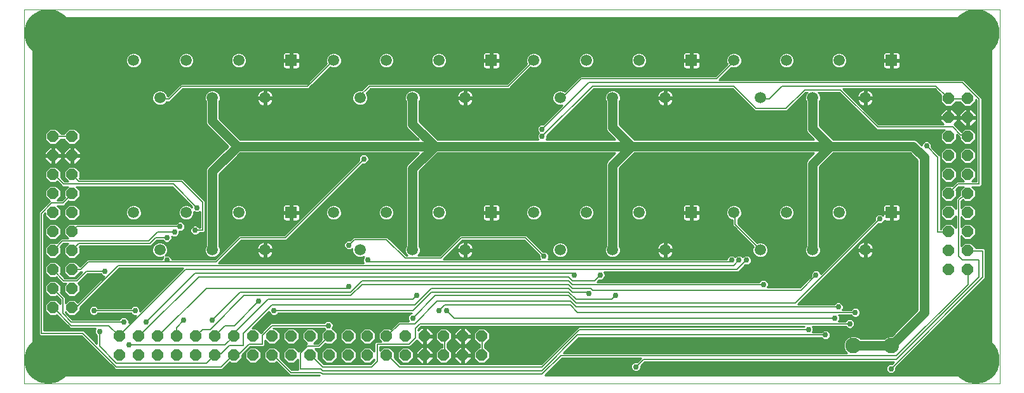
<source format=gtl>
G75*
%MOIN*%
%OFA0B0*%
%FSLAX25Y25*%
%IPPOS*%
%LPD*%
%AMOC8*
5,1,8,0,0,1.08239X$1,22.5*
%
%ADD10C,0.00000*%
%ADD11R,0.05937X0.05937*%
%ADD12C,0.05937*%
%ADD13C,0.08250*%
%ADD14OC8,0.06000*%
%ADD15C,0.05000*%
%ADD16C,0.00600*%
%ADD17C,0.25000*%
%ADD18C,0.01000*%
%ADD19C,0.02978*%
D10*
X0001500Y0001500D02*
X0001500Y0198350D01*
X0513311Y0198350D01*
X0513311Y0001500D01*
X0001500Y0001500D01*
D11*
X0141500Y0091500D03*
X0246500Y0091500D03*
X0351500Y0091500D03*
X0456500Y0091500D03*
X0456500Y0171500D03*
X0351500Y0171500D03*
X0246500Y0171500D03*
X0141500Y0171500D03*
D12*
X0163823Y0171500D03*
X0191382Y0171500D03*
X0218941Y0171500D03*
X0232720Y0151815D03*
X0205161Y0151815D03*
X0177602Y0151815D03*
X0127720Y0151815D03*
X0100161Y0151815D03*
X0072602Y0151815D03*
X0058823Y0171500D03*
X0086382Y0171500D03*
X0113941Y0171500D03*
X0268823Y0171500D03*
X0296382Y0171500D03*
X0323941Y0171500D03*
X0337720Y0151815D03*
X0310161Y0151815D03*
X0282602Y0151815D03*
X0373823Y0171500D03*
X0401382Y0171500D03*
X0428941Y0171500D03*
X0442720Y0151815D03*
X0415161Y0151815D03*
X0387602Y0151815D03*
X0373823Y0091500D03*
X0401382Y0091500D03*
X0428941Y0091500D03*
X0442720Y0071815D03*
X0415161Y0071815D03*
X0387602Y0071815D03*
X0337720Y0071815D03*
X0310161Y0071815D03*
X0282602Y0071815D03*
X0232720Y0071815D03*
X0205161Y0071815D03*
X0177602Y0071815D03*
X0163823Y0091500D03*
X0191382Y0091500D03*
X0218941Y0091500D03*
X0268823Y0091500D03*
X0296382Y0091500D03*
X0323941Y0091500D03*
X0127720Y0071815D03*
X0100161Y0071815D03*
X0072602Y0071815D03*
X0058823Y0091500D03*
X0086382Y0091500D03*
X0113941Y0091500D03*
D13*
X0436500Y0021500D03*
X0456500Y0021500D03*
D14*
X0486500Y0061500D03*
X0496500Y0061500D03*
X0496500Y0071500D03*
X0486500Y0071500D03*
X0486500Y0081500D03*
X0496500Y0081500D03*
X0496500Y0091500D03*
X0486500Y0091500D03*
X0486500Y0101500D03*
X0496500Y0101500D03*
X0496500Y0111500D03*
X0486500Y0111500D03*
X0486500Y0121500D03*
X0496500Y0121500D03*
X0496500Y0131500D03*
X0486500Y0131500D03*
X0486500Y0141500D03*
X0496500Y0141500D03*
X0496500Y0151500D03*
X0486500Y0151500D03*
X0241500Y0026500D03*
X0231500Y0026500D03*
X0221500Y0026500D03*
X0211500Y0026500D03*
X0201500Y0026500D03*
X0191500Y0026500D03*
X0181500Y0026500D03*
X0171500Y0026500D03*
X0161500Y0026500D03*
X0151500Y0026500D03*
X0141500Y0026500D03*
X0131500Y0026500D03*
X0121500Y0026500D03*
X0111500Y0026500D03*
X0101500Y0026500D03*
X0091500Y0026500D03*
X0081500Y0026500D03*
X0071500Y0026500D03*
X0061500Y0026500D03*
X0051500Y0026500D03*
X0051500Y0016500D03*
X0061500Y0016500D03*
X0071500Y0016500D03*
X0081500Y0016500D03*
X0091500Y0016500D03*
X0101500Y0016500D03*
X0111500Y0016500D03*
X0121500Y0016500D03*
X0131500Y0016500D03*
X0141500Y0016500D03*
X0151500Y0016500D03*
X0161500Y0016500D03*
X0171500Y0016500D03*
X0181500Y0016500D03*
X0191500Y0016500D03*
X0201500Y0016500D03*
X0211500Y0016500D03*
X0221500Y0016500D03*
X0231500Y0016500D03*
X0241500Y0016500D03*
X0026500Y0041500D03*
X0016500Y0041500D03*
X0016500Y0051500D03*
X0026500Y0051500D03*
X0026500Y0061500D03*
X0016500Y0061500D03*
X0016500Y0071500D03*
X0026500Y0071500D03*
X0026500Y0081500D03*
X0016500Y0081500D03*
X0016500Y0091500D03*
X0026500Y0091500D03*
X0026500Y0101500D03*
X0016500Y0101500D03*
X0016500Y0111500D03*
X0026500Y0111500D03*
X0026500Y0121500D03*
X0016500Y0121500D03*
X0016500Y0131500D03*
X0026500Y0131500D03*
D15*
X0100161Y0139531D02*
X0113350Y0126343D01*
X0100161Y0113154D01*
X0100161Y0071815D01*
X0205161Y0071815D02*
X0205161Y0114610D01*
X0216894Y0126343D01*
X0205161Y0138075D01*
X0205161Y0151815D01*
X0216894Y0126343D02*
X0320161Y0126343D01*
X0310161Y0116343D01*
X0310161Y0071815D01*
X0415161Y0071815D02*
X0415161Y0116972D01*
X0424531Y0126343D01*
X0415161Y0135713D01*
X0415161Y0151815D01*
X0424531Y0126343D02*
X0467839Y0126343D01*
X0473744Y0120437D01*
X0473744Y0038744D01*
X0456500Y0021500D01*
X0436500Y0021500D01*
X0424531Y0126343D02*
X0320161Y0126343D01*
X0310161Y0136343D01*
X0310161Y0151815D01*
X0216894Y0126343D02*
X0113350Y0126343D01*
X0100161Y0139531D02*
X0100161Y0151815D01*
D16*
X0084177Y0157996D02*
X0077287Y0151106D01*
X0073350Y0151106D01*
X0072602Y0151815D01*
X0084177Y0157996D02*
X0150122Y0157996D01*
X0162917Y0170791D01*
X0163823Y0171500D01*
X0182602Y0157996D02*
X0176697Y0152091D01*
X0177602Y0151815D01*
X0182602Y0157996D02*
X0255437Y0157996D01*
X0268232Y0170791D01*
X0268823Y0171500D01*
X0283980Y0152091D02*
X0293823Y0161933D01*
X0364689Y0161933D01*
X0373547Y0170791D01*
X0373823Y0171500D01*
X0373547Y0157996D02*
X0385358Y0146185D01*
X0401106Y0146185D01*
X0410949Y0156028D01*
X0429650Y0156028D01*
X0449217Y0136461D01*
X0488783Y0136461D01*
X0492839Y0132406D01*
X0495594Y0132406D01*
X0496500Y0131500D01*
X0480831Y0120594D02*
X0474925Y0126500D01*
X0480831Y0120594D02*
X0480831Y0081224D01*
X0485752Y0081224D01*
X0486500Y0081500D01*
X0496500Y0071500D02*
X0496579Y0071382D01*
X0504453Y0071382D01*
X0504453Y0057602D01*
X0456224Y0009374D01*
X0459177Y0014295D02*
X0502484Y0057602D01*
X0502484Y0066421D01*
X0493665Y0066421D01*
X0491618Y0068469D01*
X0491618Y0098316D01*
X0496500Y0101500D01*
X0491264Y0106421D02*
X0486736Y0101894D01*
X0486500Y0101500D01*
X0491264Y0106421D02*
X0502484Y0106421D01*
X0502484Y0151106D01*
X0493626Y0159965D01*
X0297760Y0159965D01*
X0273154Y0135358D01*
X0273154Y0131421D02*
X0299728Y0157996D01*
X0373547Y0157996D01*
X0387602Y0151815D02*
X0388311Y0151106D01*
X0392248Y0151106D01*
X0399138Y0157996D01*
X0479846Y0157996D01*
X0485752Y0152091D01*
X0486500Y0151500D01*
X0486736Y0151106D01*
X0495594Y0151106D01*
X0496500Y0151500D01*
X0374531Y0091067D02*
X0373823Y0091500D01*
X0374531Y0091067D02*
X0374531Y0085161D01*
X0387327Y0072366D01*
X0387602Y0071815D01*
X0380437Y0066461D02*
X0375516Y0061539D01*
X0086146Y0061539D01*
X0051697Y0027091D01*
X0051500Y0026500D01*
X0050713Y0027091D01*
X0045791Y0032012D01*
X0026106Y0032012D01*
X0017248Y0040870D01*
X0016500Y0041500D01*
X0021618Y0038469D02*
X0026106Y0033980D01*
X0053665Y0033980D01*
X0059571Y0039886D02*
X0037917Y0039886D01*
X0029059Y0041854D02*
X0027091Y0041854D01*
X0026500Y0041500D01*
X0029059Y0041854D02*
X0050713Y0063508D01*
X0373547Y0063508D01*
X0376500Y0066461D01*
X0372563Y0066461D02*
X0371579Y0065476D01*
X0182602Y0065476D01*
X0181618Y0066461D01*
X0171776Y0074335D02*
X0174728Y0077287D01*
X0191461Y0077287D01*
X0201303Y0067445D01*
X0220004Y0067445D01*
X0230831Y0078272D01*
X0264295Y0078272D01*
X0274138Y0068429D01*
X0288902Y0059571D02*
X0091067Y0059571D01*
X0065476Y0033980D01*
X0081224Y0031028D02*
X0081224Y0027091D01*
X0081500Y0026500D01*
X0072366Y0027091D02*
X0071500Y0026500D01*
X0072366Y0027091D02*
X0096972Y0051697D01*
X0170791Y0051697D01*
X0171776Y0052681D01*
X0172760Y0049728D02*
X0178665Y0055634D01*
X0286933Y0055634D01*
X0288902Y0053665D01*
X0389295Y0053665D01*
X0408980Y0050713D02*
X0299728Y0050713D01*
X0298744Y0051697D01*
X0288902Y0051697D01*
X0286933Y0053665D01*
X0178665Y0053665D01*
X0172760Y0047760D01*
X0116657Y0047760D01*
X0098941Y0030043D01*
X0095004Y0030043D01*
X0092051Y0027091D01*
X0091500Y0026500D01*
X0101500Y0026500D02*
X0101894Y0027091D01*
X0106815Y0032012D01*
X0111736Y0032012D01*
X0124531Y0044807D01*
X0129453Y0045791D02*
X0110752Y0027091D01*
X0111500Y0026500D01*
X0111251Y0026369D01*
X0106697Y0021815D01*
X0056421Y0021815D01*
X0056382Y0021854D01*
X0061500Y0026500D02*
X0061539Y0027091D01*
X0062524Y0027091D01*
X0093035Y0057602D01*
X0286933Y0057602D01*
X0288902Y0055634D01*
X0300713Y0055634D01*
X0303665Y0058587D01*
X0289886Y0058587D02*
X0288902Y0059571D01*
X0286933Y0051697D02*
X0215083Y0051697D01*
X0206224Y0042839D01*
X0131421Y0042839D01*
X0116461Y0027878D01*
X0116461Y0021461D01*
X0108902Y0021461D01*
X0104689Y0017248D01*
X0101894Y0017248D01*
X0101500Y0016500D01*
X0100909Y0016264D01*
X0096972Y0012327D01*
X0049728Y0012327D01*
X0040870Y0021185D01*
X0040870Y0029059D01*
X0032012Y0028075D02*
X0049728Y0010358D01*
X0104846Y0010358D01*
X0110752Y0016264D01*
X0111500Y0016500D01*
X0111736Y0017248D01*
X0114413Y0017248D01*
X0119335Y0022169D01*
X0126461Y0022169D01*
X0126461Y0027051D01*
X0131421Y0032012D01*
X0160949Y0032012D01*
X0161500Y0026500D02*
X0160949Y0026106D01*
X0156028Y0021185D01*
X0150122Y0021185D01*
X0146500Y0017563D01*
X0146500Y0009374D01*
X0157012Y0009374D01*
X0157996Y0008390D01*
X0273154Y0008390D01*
X0291854Y0027091D01*
X0421776Y0027091D01*
X0412917Y0030043D02*
X0292839Y0030043D01*
X0273154Y0010358D01*
X0198350Y0010358D01*
X0192445Y0016264D01*
X0191500Y0016500D01*
X0186579Y0013350D02*
X0186579Y0022169D01*
X0203272Y0022169D01*
X0206736Y0025634D01*
X0206736Y0030555D01*
X0209177Y0032996D01*
X0434571Y0032996D01*
X0426697Y0035949D02*
X0226894Y0035949D01*
X0222957Y0039886D01*
X0221972Y0042839D02*
X0219020Y0039886D01*
X0221972Y0042839D02*
X0287917Y0042839D01*
X0291854Y0038902D01*
X0437524Y0038902D01*
X0428665Y0041854D02*
X0290870Y0041854D01*
X0287917Y0044807D01*
X0218035Y0044807D01*
X0206224Y0032996D01*
X0198350Y0032996D01*
X0192445Y0027091D01*
X0191500Y0026500D01*
X0205240Y0035949D02*
X0217051Y0047760D01*
X0286933Y0047760D01*
X0290870Y0043823D01*
X0406028Y0043823D01*
X0450319Y0088114D01*
X0496500Y0061500D02*
X0496579Y0060555D01*
X0496579Y0053665D01*
X0459177Y0016264D01*
X0282996Y0016264D01*
X0273154Y0006421D01*
X0157996Y0006421D01*
X0157012Y0007406D01*
X0141264Y0007406D01*
X0132406Y0016264D01*
X0131500Y0016500D01*
X0151500Y0016500D02*
X0152091Y0016264D01*
X0157996Y0010358D01*
X0183587Y0010358D01*
X0186579Y0013350D01*
X0221500Y0016500D02*
X0221972Y0017248D01*
X0221972Y0026106D01*
X0221500Y0026500D01*
X0241500Y0026500D02*
X0241657Y0026106D01*
X0241657Y0017248D01*
X0241500Y0016500D01*
X0215083Y0049728D02*
X0205240Y0039886D01*
X0132406Y0039886D01*
X0129453Y0045791D02*
X0205240Y0045791D01*
X0207209Y0047760D01*
X0215083Y0049728D02*
X0286933Y0049728D01*
X0290870Y0045791D01*
X0309571Y0045791D01*
X0311539Y0047760D01*
X0297760Y0048744D02*
X0296776Y0049728D01*
X0288902Y0049728D01*
X0286933Y0051697D01*
X0326303Y0014295D02*
X0459177Y0014295D01*
X0416854Y0058587D02*
X0408980Y0050713D01*
X0326303Y0014295D02*
X0322366Y0010358D01*
X0172760Y0049728D02*
X0114689Y0049728D01*
X0099925Y0034965D01*
X0085161Y0034965D02*
X0081224Y0031028D01*
X0032012Y0028075D02*
X0010358Y0028075D01*
X0010358Y0091067D01*
X0015752Y0096461D01*
X0021657Y0096461D01*
X0026106Y0100909D01*
X0026500Y0101500D01*
X0022091Y0106421D02*
X0079650Y0106421D01*
X0092051Y0094020D01*
X0095004Y0096972D02*
X0095004Y0082209D01*
X0091067Y0082209D01*
X0083193Y0084177D02*
X0029059Y0084177D01*
X0027091Y0082209D01*
X0026500Y0081500D01*
X0021421Y0076539D02*
X0066697Y0076539D01*
X0071382Y0081224D01*
X0080240Y0081224D01*
X0076303Y0078272D02*
X0070398Y0078272D01*
X0067445Y0075319D01*
X0030043Y0075319D01*
X0027091Y0072366D01*
X0026500Y0071500D01*
X0021421Y0076539D02*
X0017248Y0072366D01*
X0016500Y0071500D01*
X0031028Y0061539D02*
X0034965Y0065476D01*
X0076303Y0065476D01*
X0076303Y0066461D01*
X0076303Y0065476D02*
X0101894Y0065476D01*
X0114689Y0078272D01*
X0138311Y0078272D01*
X0179650Y0119610D01*
X0095004Y0096972D02*
X0084177Y0107799D01*
X0030043Y0107799D01*
X0027091Y0110752D01*
X0026500Y0111500D01*
X0022091Y0106421D02*
X0017012Y0111500D01*
X0016500Y0111500D01*
X0017248Y0131421D02*
X0016500Y0131500D01*
X0017248Y0131421D02*
X0026106Y0131421D01*
X0026500Y0131500D01*
X0027091Y0061539D02*
X0026500Y0061500D01*
X0027091Y0061539D02*
X0031028Y0061539D01*
X0033980Y0060555D02*
X0043823Y0060555D01*
X0033980Y0060555D02*
X0029059Y0055634D01*
X0022169Y0055634D01*
X0017248Y0060555D01*
X0016500Y0061500D01*
X0016500Y0051500D02*
X0017248Y0050713D01*
X0021618Y0046343D01*
X0021618Y0038469D01*
X0282602Y0151815D02*
X0282996Y0152091D01*
X0283980Y0152091D01*
D17*
X0500791Y0185831D03*
X0500791Y0014020D03*
X0014020Y0014020D03*
X0014020Y0185831D03*
D18*
X0006000Y0186225D02*
X0508811Y0186225D01*
X0508811Y0187223D02*
X0006000Y0187223D01*
X0006000Y0188222D02*
X0508811Y0188222D01*
X0508811Y0189220D02*
X0006000Y0189220D01*
X0006000Y0190219D02*
X0508811Y0190219D01*
X0508811Y0191217D02*
X0006000Y0191217D01*
X0006000Y0192216D02*
X0508811Y0192216D01*
X0508811Y0193214D02*
X0006000Y0193214D01*
X0006000Y0193850D02*
X0508811Y0193850D01*
X0508811Y0006000D01*
X0274712Y0006000D01*
X0283576Y0014864D01*
X0324892Y0014864D01*
X0322948Y0012920D01*
X0322881Y0012947D01*
X0321851Y0012947D01*
X0320900Y0012553D01*
X0320171Y0011825D01*
X0319777Y0010873D01*
X0319777Y0009843D01*
X0320171Y0008892D01*
X0320900Y0008163D01*
X0321851Y0007769D01*
X0322881Y0007769D01*
X0323833Y0008163D01*
X0324561Y0008892D01*
X0324955Y0009843D01*
X0324955Y0010873D01*
X0324928Y0010940D01*
X0326883Y0012895D01*
X0457766Y0012895D01*
X0456806Y0011935D01*
X0456739Y0011963D01*
X0455709Y0011963D01*
X0454758Y0011569D01*
X0454030Y0010841D01*
X0453635Y0009889D01*
X0453635Y0008859D01*
X0454030Y0007907D01*
X0454758Y0007179D01*
X0455709Y0006785D01*
X0456739Y0006785D01*
X0457691Y0007179D01*
X0458419Y0007907D01*
X0458813Y0008859D01*
X0458813Y0009889D01*
X0458786Y0009956D01*
X0505033Y0056202D01*
X0505853Y0057022D01*
X0505853Y0071962D01*
X0505033Y0072782D01*
X0500600Y0072782D01*
X0500600Y0073198D01*
X0498198Y0075600D01*
X0494802Y0075600D01*
X0493018Y0073816D01*
X0493018Y0079184D01*
X0494802Y0077400D01*
X0498198Y0077400D01*
X0500600Y0079802D01*
X0500600Y0083198D01*
X0498198Y0085600D01*
X0494802Y0085600D01*
X0493018Y0083816D01*
X0493018Y0089184D01*
X0494802Y0087400D01*
X0498198Y0087400D01*
X0500600Y0089802D01*
X0500600Y0093198D01*
X0498198Y0095600D01*
X0494802Y0095600D01*
X0493018Y0093816D01*
X0493018Y0097558D01*
X0494002Y0098200D01*
X0494802Y0097400D01*
X0498198Y0097400D01*
X0500600Y0099802D01*
X0500600Y0103198D01*
X0498777Y0105021D01*
X0503064Y0105021D01*
X0503884Y0105841D01*
X0503884Y0151686D01*
X0503064Y0152506D01*
X0494206Y0161365D01*
X0366100Y0161365D01*
X0372415Y0167679D01*
X0373014Y0167431D01*
X0374632Y0167431D01*
X0376127Y0168051D01*
X0377272Y0169195D01*
X0377891Y0170691D01*
X0377891Y0172309D01*
X0377272Y0173805D01*
X0376127Y0174949D01*
X0374632Y0175568D01*
X0373014Y0175568D01*
X0371518Y0174949D01*
X0370374Y0173805D01*
X0369754Y0172309D01*
X0369754Y0170691D01*
X0370256Y0169480D01*
X0364109Y0163333D01*
X0293243Y0163333D01*
X0285040Y0155131D01*
X0284907Y0155264D01*
X0283412Y0155883D01*
X0281793Y0155883D01*
X0280298Y0155264D01*
X0279153Y0154120D01*
X0278534Y0152624D01*
X0278534Y0151006D01*
X0279153Y0149510D01*
X0280298Y0148366D01*
X0281793Y0147746D01*
X0283412Y0147746D01*
X0283668Y0147853D01*
X0273735Y0137920D01*
X0273669Y0137947D01*
X0272639Y0137947D01*
X0271687Y0137553D01*
X0270959Y0136825D01*
X0270565Y0135873D01*
X0270565Y0134843D01*
X0270959Y0133892D01*
X0271461Y0133390D01*
X0270959Y0132888D01*
X0270565Y0131936D01*
X0270565Y0130906D01*
X0270959Y0129955D01*
X0270971Y0129943D01*
X0218385Y0129943D01*
X0208761Y0139566D01*
X0208761Y0149875D01*
X0209230Y0151006D01*
X0209230Y0152624D01*
X0208611Y0154120D01*
X0207466Y0155264D01*
X0205971Y0155883D01*
X0204352Y0155883D01*
X0202857Y0155264D01*
X0201712Y0154120D01*
X0201093Y0152624D01*
X0201093Y0151006D01*
X0201561Y0149875D01*
X0201561Y0137359D01*
X0202109Y0136036D01*
X0208203Y0129943D01*
X0114842Y0129943D01*
X0103761Y0141023D01*
X0103761Y0149875D01*
X0104230Y0151006D01*
X0104230Y0152624D01*
X0103611Y0154120D01*
X0102466Y0155264D01*
X0100971Y0155883D01*
X0099352Y0155883D01*
X0097857Y0155264D01*
X0096712Y0154120D01*
X0096093Y0152624D01*
X0096093Y0151006D01*
X0096561Y0149875D01*
X0096561Y0138815D01*
X0097109Y0137492D01*
X0108259Y0126343D01*
X0097109Y0115193D01*
X0096561Y0113870D01*
X0096561Y0073755D01*
X0096093Y0072624D01*
X0096093Y0071006D01*
X0096712Y0069510D01*
X0097857Y0068366D01*
X0099352Y0067746D01*
X0100971Y0067746D01*
X0102466Y0068366D01*
X0103611Y0069510D01*
X0104230Y0071006D01*
X0104230Y0072624D01*
X0103761Y0073755D01*
X0103761Y0111662D01*
X0114842Y0122743D01*
X0208203Y0122743D01*
X0202109Y0116649D01*
X0201561Y0115326D01*
X0201561Y0073755D01*
X0201093Y0072624D01*
X0201093Y0071006D01*
X0201712Y0069510D01*
X0202378Y0068845D01*
X0201883Y0068845D01*
X0192041Y0078687D01*
X0174148Y0078687D01*
X0173328Y0077867D01*
X0172357Y0076896D01*
X0172291Y0076924D01*
X0171261Y0076924D01*
X0170309Y0076529D01*
X0169581Y0075801D01*
X0169187Y0074850D01*
X0169187Y0073820D01*
X0169581Y0072868D01*
X0170309Y0072140D01*
X0171261Y0071746D01*
X0172291Y0071746D01*
X0173242Y0072140D01*
X0173534Y0072432D01*
X0173534Y0071006D01*
X0174153Y0069510D01*
X0175298Y0068366D01*
X0176793Y0067746D01*
X0178412Y0067746D01*
X0179830Y0068334D01*
X0179423Y0067927D01*
X0179029Y0066976D01*
X0179029Y0065946D01*
X0179423Y0064994D01*
X0179510Y0064908D01*
X0103305Y0064908D01*
X0115269Y0076872D01*
X0138891Y0076872D01*
X0139711Y0077692D01*
X0179068Y0117049D01*
X0179135Y0117021D01*
X0180165Y0117021D01*
X0181116Y0117415D01*
X0181844Y0118144D01*
X0182239Y0119095D01*
X0182239Y0120125D01*
X0181844Y0121077D01*
X0181116Y0121805D01*
X0180165Y0122199D01*
X0179135Y0122199D01*
X0178183Y0121805D01*
X0177455Y0121077D01*
X0177061Y0120125D01*
X0177061Y0119095D01*
X0177088Y0119029D01*
X0137731Y0079672D01*
X0114109Y0079672D01*
X0101314Y0066876D01*
X0078892Y0066876D01*
X0078892Y0066976D01*
X0078498Y0067927D01*
X0077770Y0068655D01*
X0076818Y0069050D01*
X0075788Y0069050D01*
X0075451Y0068910D01*
X0076051Y0069510D01*
X0076671Y0071006D01*
X0076671Y0072624D01*
X0076051Y0074120D01*
X0074907Y0075264D01*
X0073412Y0075883D01*
X0071793Y0075883D01*
X0070298Y0075264D01*
X0069153Y0074120D01*
X0068534Y0072624D01*
X0068534Y0071006D01*
X0069153Y0069510D01*
X0070298Y0068366D01*
X0071793Y0067746D01*
X0073412Y0067746D01*
X0074292Y0068111D01*
X0074108Y0067927D01*
X0073714Y0066976D01*
X0073714Y0066876D01*
X0034385Y0066876D01*
X0030600Y0063092D01*
X0030600Y0063198D01*
X0028198Y0065600D01*
X0024802Y0065600D01*
X0022400Y0063198D01*
X0022400Y0059802D01*
X0024802Y0057400D01*
X0028198Y0057400D01*
X0030600Y0059802D01*
X0030600Y0060139D01*
X0031585Y0060139D01*
X0028479Y0057034D01*
X0022749Y0057034D01*
X0020291Y0059492D01*
X0020600Y0059802D01*
X0020600Y0063198D01*
X0018198Y0065600D01*
X0014802Y0065600D01*
X0012400Y0063198D01*
X0012400Y0059802D01*
X0014802Y0057400D01*
X0018198Y0057400D01*
X0018311Y0057512D01*
X0020769Y0055054D01*
X0021589Y0054234D01*
X0023436Y0054234D01*
X0022400Y0053198D01*
X0022400Y0049802D01*
X0024802Y0047400D01*
X0028198Y0047400D01*
X0030600Y0049802D01*
X0030600Y0053198D01*
X0029564Y0054234D01*
X0029639Y0054234D01*
X0034560Y0059155D01*
X0041600Y0059155D01*
X0041628Y0059089D01*
X0042356Y0058360D01*
X0043225Y0058000D01*
X0029512Y0044287D01*
X0028198Y0045600D01*
X0024802Y0045600D01*
X0023018Y0043816D01*
X0023018Y0046922D01*
X0022198Y0047743D01*
X0020369Y0049571D01*
X0020600Y0049802D01*
X0020600Y0053198D01*
X0018198Y0055600D01*
X0014802Y0055600D01*
X0012400Y0053198D01*
X0012400Y0049802D01*
X0014802Y0047400D01*
X0018198Y0047400D01*
X0018389Y0047591D01*
X0020218Y0045763D01*
X0020218Y0043580D01*
X0018198Y0045600D01*
X0014802Y0045600D01*
X0012400Y0043198D01*
X0012400Y0039802D01*
X0014802Y0037400D01*
X0018198Y0037400D01*
X0018468Y0037670D01*
X0024706Y0031432D01*
X0025526Y0030612D01*
X0038761Y0030612D01*
X0038675Y0030526D01*
X0038281Y0029574D01*
X0038281Y0028544D01*
X0038675Y0027593D01*
X0039404Y0026864D01*
X0039470Y0026837D01*
X0039470Y0022596D01*
X0032592Y0029475D01*
X0011758Y0029475D01*
X0011758Y0090487D01*
X0012400Y0091129D01*
X0012400Y0089802D01*
X0014802Y0087400D01*
X0018198Y0087400D01*
X0020600Y0089802D01*
X0020600Y0093198D01*
X0018738Y0095061D01*
X0022237Y0095061D01*
X0023057Y0095881D01*
X0024689Y0097512D01*
X0024802Y0097400D01*
X0028198Y0097400D01*
X0030600Y0099802D01*
X0030600Y0103198D01*
X0028777Y0105021D01*
X0079070Y0105021D01*
X0089490Y0094601D01*
X0089462Y0094535D01*
X0089462Y0094173D01*
X0088687Y0094949D01*
X0087191Y0095568D01*
X0085573Y0095568D01*
X0084077Y0094949D01*
X0082933Y0093805D01*
X0082313Y0092309D01*
X0082313Y0090691D01*
X0082933Y0089195D01*
X0084077Y0088051D01*
X0085573Y0087431D01*
X0087191Y0087431D01*
X0088687Y0088051D01*
X0089831Y0089195D01*
X0090450Y0090691D01*
X0090450Y0091959D01*
X0090585Y0091825D01*
X0091536Y0091431D01*
X0092566Y0091431D01*
X0093518Y0091825D01*
X0093604Y0091911D01*
X0093604Y0083609D01*
X0093289Y0083609D01*
X0093262Y0083675D01*
X0092533Y0084403D01*
X0091582Y0084798D01*
X0090552Y0084798D01*
X0089600Y0084403D01*
X0088872Y0083675D01*
X0088478Y0082724D01*
X0088478Y0081694D01*
X0088872Y0080742D01*
X0089600Y0080014D01*
X0090552Y0079620D01*
X0091582Y0079620D01*
X0092533Y0080014D01*
X0093262Y0080742D01*
X0093289Y0080809D01*
X0095584Y0080809D01*
X0096404Y0081629D01*
X0096404Y0097552D01*
X0095584Y0098372D01*
X0084757Y0109199D01*
X0030623Y0109199D01*
X0030310Y0109512D01*
X0030600Y0109802D01*
X0030600Y0113198D01*
X0028198Y0115600D01*
X0024802Y0115600D01*
X0022400Y0113198D01*
X0022400Y0109802D01*
X0024380Y0107821D01*
X0022670Y0107821D01*
X0020600Y0109892D01*
X0020600Y0113198D01*
X0018198Y0115600D01*
X0014802Y0115600D01*
X0012400Y0113198D01*
X0012400Y0109802D01*
X0014802Y0107400D01*
X0018198Y0107400D01*
X0018665Y0107867D01*
X0020691Y0105841D01*
X0021511Y0105021D01*
X0024223Y0105021D01*
X0022400Y0103198D01*
X0022400Y0099802D01*
X0022709Y0099492D01*
X0021078Y0097861D01*
X0018659Y0097861D01*
X0020600Y0099802D01*
X0020600Y0103198D01*
X0018198Y0105600D01*
X0014802Y0105600D01*
X0012400Y0103198D01*
X0012400Y0099802D01*
X0014757Y0097445D01*
X0009778Y0092467D01*
X0008958Y0091647D01*
X0008958Y0027495D01*
X0009778Y0026675D01*
X0031432Y0026675D01*
X0048328Y0009778D01*
X0049148Y0008958D01*
X0105426Y0008958D01*
X0109335Y0012867D01*
X0109802Y0012400D01*
X0113198Y0012400D01*
X0115600Y0014802D01*
X0115600Y0016455D01*
X0115813Y0016668D01*
X0119915Y0020769D01*
X0127041Y0020769D01*
X0127861Y0021589D01*
X0127861Y0024341D01*
X0129802Y0022400D01*
X0133198Y0022400D01*
X0135600Y0024802D01*
X0135600Y0028198D01*
X0133198Y0030600D01*
X0131989Y0030600D01*
X0132001Y0030612D01*
X0158726Y0030612D01*
X0158754Y0030545D01*
X0159251Y0030049D01*
X0157400Y0028198D01*
X0157400Y0024802D01*
X0157532Y0024670D01*
X0155448Y0022585D01*
X0153383Y0022585D01*
X0155600Y0024802D01*
X0155600Y0028198D01*
X0153198Y0030600D01*
X0149802Y0030600D01*
X0147400Y0028198D01*
X0147400Y0024802D01*
X0149617Y0022585D01*
X0149542Y0022585D01*
X0145920Y0018963D01*
X0145378Y0018421D01*
X0143198Y0020600D01*
X0139802Y0020600D01*
X0137400Y0018198D01*
X0137400Y0014802D01*
X0139802Y0012400D01*
X0143198Y0012400D01*
X0145100Y0014302D01*
X0145100Y0008805D01*
X0141844Y0008805D01*
X0135600Y0015049D01*
X0135600Y0018198D01*
X0133198Y0020600D01*
X0129802Y0020600D01*
X0127400Y0018198D01*
X0127400Y0014802D01*
X0129802Y0012400D01*
X0133198Y0012400D01*
X0133744Y0012946D01*
X0139864Y0006826D01*
X0140684Y0006006D01*
X0156432Y0006006D01*
X0156437Y0006000D01*
X0006000Y0006000D01*
X0006000Y0193850D01*
X0006000Y0185226D02*
X0508811Y0185226D01*
X0508811Y0184228D02*
X0006000Y0184228D01*
X0006000Y0183229D02*
X0508811Y0183229D01*
X0508811Y0182231D02*
X0006000Y0182231D01*
X0006000Y0181232D02*
X0508811Y0181232D01*
X0508811Y0180234D02*
X0006000Y0180234D01*
X0006000Y0179235D02*
X0508811Y0179235D01*
X0508811Y0178237D02*
X0006000Y0178237D01*
X0006000Y0177238D02*
X0508811Y0177238D01*
X0508811Y0176239D02*
X0006000Y0176239D01*
X0006000Y0175241D02*
X0057223Y0175241D01*
X0056518Y0174949D02*
X0058014Y0175568D01*
X0059632Y0175568D01*
X0061127Y0174949D01*
X0062272Y0173805D01*
X0062891Y0172309D01*
X0062891Y0170691D01*
X0062272Y0169195D01*
X0061127Y0168051D01*
X0059632Y0167431D01*
X0058014Y0167431D01*
X0056518Y0168051D01*
X0055374Y0169195D01*
X0054754Y0170691D01*
X0054754Y0172309D01*
X0055374Y0173805D01*
X0056518Y0174949D01*
X0055812Y0174242D02*
X0006000Y0174242D01*
X0006000Y0173244D02*
X0055141Y0173244D01*
X0054754Y0172245D02*
X0006000Y0172245D01*
X0006000Y0171247D02*
X0054754Y0171247D01*
X0054938Y0170248D02*
X0006000Y0170248D01*
X0006000Y0169250D02*
X0055351Y0169250D01*
X0056318Y0168251D02*
X0006000Y0168251D01*
X0006000Y0167253D02*
X0137746Y0167253D01*
X0137610Y0167331D02*
X0137953Y0167134D01*
X0138334Y0167031D01*
X0141016Y0167031D01*
X0141016Y0171016D01*
X0137031Y0171016D01*
X0137031Y0168334D01*
X0137134Y0167953D01*
X0137331Y0167610D01*
X0137610Y0167331D01*
X0137054Y0168251D02*
X0116446Y0168251D01*
X0116246Y0168051D02*
X0117390Y0169195D01*
X0118009Y0170691D01*
X0118009Y0172309D01*
X0117390Y0173805D01*
X0116246Y0174949D01*
X0114750Y0175568D01*
X0113132Y0175568D01*
X0111636Y0174949D01*
X0110492Y0173805D01*
X0109872Y0172309D01*
X0109872Y0170691D01*
X0110492Y0169195D01*
X0111636Y0168051D01*
X0113132Y0167431D01*
X0114750Y0167431D01*
X0116246Y0168051D01*
X0117413Y0169250D02*
X0137031Y0169250D01*
X0137031Y0170248D02*
X0117826Y0170248D01*
X0118009Y0171247D02*
X0141016Y0171247D01*
X0141016Y0171016D02*
X0141016Y0171984D01*
X0137031Y0171984D01*
X0137031Y0174666D01*
X0137134Y0175047D01*
X0137331Y0175390D01*
X0137610Y0175669D01*
X0137953Y0175866D01*
X0138334Y0175968D01*
X0141016Y0175968D01*
X0141016Y0171984D01*
X0141984Y0171984D01*
X0141984Y0175968D01*
X0144666Y0175968D01*
X0145047Y0175866D01*
X0145390Y0175669D01*
X0145669Y0175390D01*
X0145866Y0175047D01*
X0145968Y0174666D01*
X0145968Y0171984D01*
X0141984Y0171984D01*
X0141984Y0171016D01*
X0141984Y0167031D01*
X0144666Y0167031D01*
X0145047Y0167134D01*
X0145390Y0167331D01*
X0145669Y0167610D01*
X0145866Y0167953D01*
X0145968Y0168334D01*
X0145968Y0171016D01*
X0141984Y0171016D01*
X0141016Y0171016D01*
X0141016Y0170248D02*
X0141984Y0170248D01*
X0141984Y0169250D02*
X0141016Y0169250D01*
X0141016Y0168251D02*
X0141984Y0168251D01*
X0141984Y0167253D02*
X0141016Y0167253D01*
X0145254Y0167253D02*
X0157399Y0167253D01*
X0158397Y0168251D02*
X0145946Y0168251D01*
X0145968Y0169250D02*
X0159396Y0169250D01*
X0160071Y0169925D02*
X0149542Y0159396D01*
X0083597Y0159396D01*
X0076707Y0152506D01*
X0076671Y0152506D01*
X0076671Y0152624D01*
X0076051Y0154120D01*
X0074907Y0155264D01*
X0073412Y0155883D01*
X0071793Y0155883D01*
X0070298Y0155264D01*
X0069153Y0154120D01*
X0068534Y0152624D01*
X0068534Y0151006D01*
X0069153Y0149510D01*
X0070298Y0148366D01*
X0071793Y0147746D01*
X0073412Y0147746D01*
X0074907Y0148366D01*
X0076051Y0149510D01*
X0076133Y0149706D01*
X0077867Y0149706D01*
X0078687Y0150526D01*
X0084757Y0156596D01*
X0150702Y0156596D01*
X0151522Y0157416D01*
X0161970Y0167864D01*
X0163014Y0167431D01*
X0164632Y0167431D01*
X0166127Y0168051D01*
X0167272Y0169195D01*
X0167891Y0170691D01*
X0167891Y0172309D01*
X0167272Y0173805D01*
X0166127Y0174949D01*
X0164632Y0175568D01*
X0163014Y0175568D01*
X0161518Y0174949D01*
X0160374Y0173805D01*
X0159754Y0172309D01*
X0159754Y0170691D01*
X0160071Y0169925D01*
X0159938Y0170248D02*
X0145968Y0170248D01*
X0145968Y0172245D02*
X0159754Y0172245D01*
X0159754Y0171247D02*
X0141984Y0171247D01*
X0141984Y0172245D02*
X0141016Y0172245D01*
X0141016Y0173244D02*
X0141984Y0173244D01*
X0141984Y0174242D02*
X0141016Y0174242D01*
X0141016Y0175241D02*
X0141984Y0175241D01*
X0145755Y0175241D02*
X0162223Y0175241D01*
X0160812Y0174242D02*
X0145968Y0174242D01*
X0145968Y0173244D02*
X0160141Y0173244D01*
X0165423Y0175241D02*
X0189782Y0175241D01*
X0189077Y0174949D02*
X0187933Y0173805D01*
X0187313Y0172309D01*
X0187313Y0170691D01*
X0187933Y0169195D01*
X0189077Y0168051D01*
X0190573Y0167431D01*
X0192191Y0167431D01*
X0193687Y0168051D01*
X0194831Y0169195D01*
X0195450Y0170691D01*
X0195450Y0172309D01*
X0194831Y0173805D01*
X0193687Y0174949D01*
X0192191Y0175568D01*
X0190573Y0175568D01*
X0189077Y0174949D01*
X0188371Y0174242D02*
X0166834Y0174242D01*
X0167504Y0173244D02*
X0187701Y0173244D01*
X0187313Y0172245D02*
X0167891Y0172245D01*
X0167891Y0171247D02*
X0187313Y0171247D01*
X0187497Y0170248D02*
X0167708Y0170248D01*
X0167295Y0169250D02*
X0187910Y0169250D01*
X0188877Y0168251D02*
X0166328Y0168251D01*
X0161359Y0167253D02*
X0242746Y0167253D01*
X0242610Y0167331D02*
X0242953Y0167134D01*
X0243334Y0167031D01*
X0246016Y0167031D01*
X0246016Y0171016D01*
X0242031Y0171016D01*
X0242031Y0168334D01*
X0242134Y0167953D01*
X0242331Y0167610D01*
X0242610Y0167331D01*
X0242054Y0168251D02*
X0221446Y0168251D01*
X0221246Y0168051D02*
X0222390Y0169195D01*
X0223009Y0170691D01*
X0223009Y0172309D01*
X0222390Y0173805D01*
X0221246Y0174949D01*
X0219750Y0175568D01*
X0218132Y0175568D01*
X0216636Y0174949D01*
X0215492Y0173805D01*
X0214872Y0172309D01*
X0214872Y0170691D01*
X0215492Y0169195D01*
X0216636Y0168051D01*
X0218132Y0167431D01*
X0219750Y0167431D01*
X0221246Y0168051D01*
X0222413Y0169250D02*
X0242031Y0169250D01*
X0242031Y0170248D02*
X0222826Y0170248D01*
X0223009Y0171247D02*
X0246016Y0171247D01*
X0246016Y0171016D02*
X0246016Y0171984D01*
X0242031Y0171984D01*
X0242031Y0174666D01*
X0242134Y0175047D01*
X0242331Y0175390D01*
X0242610Y0175669D01*
X0242953Y0175866D01*
X0243334Y0175968D01*
X0246016Y0175968D01*
X0246016Y0171984D01*
X0246984Y0171984D01*
X0246984Y0175968D01*
X0249666Y0175968D01*
X0250047Y0175866D01*
X0250390Y0175669D01*
X0250669Y0175390D01*
X0250866Y0175047D01*
X0250968Y0174666D01*
X0250968Y0171984D01*
X0246984Y0171984D01*
X0246984Y0171016D01*
X0246984Y0167031D01*
X0249666Y0167031D01*
X0250047Y0167134D01*
X0250390Y0167331D01*
X0250669Y0167610D01*
X0250866Y0167953D01*
X0250968Y0168334D01*
X0250968Y0171016D01*
X0246984Y0171016D01*
X0246016Y0171016D01*
X0246016Y0170248D02*
X0246984Y0170248D01*
X0246984Y0169250D02*
X0246016Y0169250D01*
X0246016Y0168251D02*
X0246984Y0168251D01*
X0246984Y0167253D02*
X0246016Y0167253D01*
X0250254Y0167253D02*
X0262714Y0167253D01*
X0263712Y0168251D02*
X0250946Y0168251D01*
X0250968Y0169250D02*
X0264711Y0169250D01*
X0265164Y0169703D02*
X0254857Y0159396D01*
X0182022Y0159396D01*
X0181202Y0158576D01*
X0178481Y0155855D01*
X0178412Y0155883D01*
X0176793Y0155883D01*
X0175298Y0155264D01*
X0174153Y0154120D01*
X0173534Y0152624D01*
X0173534Y0151006D01*
X0174153Y0149510D01*
X0175298Y0148366D01*
X0176793Y0147746D01*
X0178412Y0147746D01*
X0179907Y0148366D01*
X0181051Y0149510D01*
X0181671Y0151006D01*
X0181671Y0152624D01*
X0181051Y0154120D01*
X0180879Y0154292D01*
X0183182Y0156596D01*
X0256017Y0156596D01*
X0256837Y0157416D01*
X0267192Y0167772D01*
X0268014Y0167431D01*
X0269632Y0167431D01*
X0271127Y0168051D01*
X0272272Y0169195D01*
X0272891Y0170691D01*
X0272891Y0172309D01*
X0272272Y0173805D01*
X0271127Y0174949D01*
X0269632Y0175568D01*
X0268014Y0175568D01*
X0266518Y0174949D01*
X0265374Y0173805D01*
X0264754Y0172309D01*
X0264754Y0170691D01*
X0265164Y0169703D01*
X0264938Y0170248D02*
X0250968Y0170248D01*
X0250968Y0172245D02*
X0264754Y0172245D01*
X0264754Y0171247D02*
X0246984Y0171247D01*
X0246984Y0172245D02*
X0246016Y0172245D01*
X0246016Y0173244D02*
X0246984Y0173244D01*
X0246984Y0174242D02*
X0246016Y0174242D01*
X0246016Y0175241D02*
X0246984Y0175241D01*
X0250755Y0175241D02*
X0267223Y0175241D01*
X0265812Y0174242D02*
X0250968Y0174242D01*
X0250968Y0173244D02*
X0265141Y0173244D01*
X0270423Y0175241D02*
X0294782Y0175241D01*
X0294077Y0174949D02*
X0292933Y0173805D01*
X0292313Y0172309D01*
X0292313Y0170691D01*
X0292933Y0169195D01*
X0294077Y0168051D01*
X0295573Y0167431D01*
X0297191Y0167431D01*
X0298687Y0168051D01*
X0299831Y0169195D01*
X0300450Y0170691D01*
X0300450Y0172309D01*
X0299831Y0173805D01*
X0298687Y0174949D01*
X0297191Y0175568D01*
X0295573Y0175568D01*
X0294077Y0174949D01*
X0293371Y0174242D02*
X0271834Y0174242D01*
X0272504Y0173244D02*
X0292701Y0173244D01*
X0292313Y0172245D02*
X0272891Y0172245D01*
X0272891Y0171247D02*
X0292313Y0171247D01*
X0292497Y0170248D02*
X0272708Y0170248D01*
X0272295Y0169250D02*
X0292910Y0169250D01*
X0293877Y0168251D02*
X0271328Y0168251D01*
X0266674Y0167253D02*
X0347746Y0167253D01*
X0347610Y0167331D02*
X0347953Y0167134D01*
X0348334Y0167031D01*
X0351016Y0167031D01*
X0351016Y0171016D01*
X0347031Y0171016D01*
X0347031Y0168334D01*
X0347134Y0167953D01*
X0347331Y0167610D01*
X0347610Y0167331D01*
X0347054Y0168251D02*
X0326446Y0168251D01*
X0326246Y0168051D02*
X0327390Y0169195D01*
X0328009Y0170691D01*
X0328009Y0172309D01*
X0327390Y0173805D01*
X0326246Y0174949D01*
X0324750Y0175568D01*
X0323132Y0175568D01*
X0321636Y0174949D01*
X0320492Y0173805D01*
X0319872Y0172309D01*
X0319872Y0170691D01*
X0320492Y0169195D01*
X0321636Y0168051D01*
X0323132Y0167431D01*
X0324750Y0167431D01*
X0326246Y0168051D01*
X0327413Y0169250D02*
X0347031Y0169250D01*
X0347031Y0170248D02*
X0327826Y0170248D01*
X0328009Y0171247D02*
X0351016Y0171247D01*
X0351016Y0171016D02*
X0351016Y0171984D01*
X0347031Y0171984D01*
X0347031Y0174666D01*
X0347134Y0175047D01*
X0347331Y0175390D01*
X0347610Y0175669D01*
X0347953Y0175866D01*
X0348334Y0175968D01*
X0351016Y0175968D01*
X0351016Y0171984D01*
X0351984Y0171984D01*
X0351984Y0175968D01*
X0354666Y0175968D01*
X0355047Y0175866D01*
X0355390Y0175669D01*
X0355669Y0175390D01*
X0355866Y0175047D01*
X0355968Y0174666D01*
X0355968Y0171984D01*
X0351984Y0171984D01*
X0351984Y0171016D01*
X0351984Y0167031D01*
X0354666Y0167031D01*
X0355047Y0167134D01*
X0355390Y0167331D01*
X0355669Y0167610D01*
X0355866Y0167953D01*
X0355968Y0168334D01*
X0355968Y0171016D01*
X0351984Y0171016D01*
X0351016Y0171016D01*
X0351016Y0170248D02*
X0351984Y0170248D01*
X0351984Y0169250D02*
X0351016Y0169250D01*
X0351016Y0168251D02*
X0351984Y0168251D01*
X0351984Y0167253D02*
X0351016Y0167253D01*
X0355254Y0167253D02*
X0368029Y0167253D01*
X0369027Y0168251D02*
X0355946Y0168251D01*
X0355968Y0169250D02*
X0370026Y0169250D01*
X0369938Y0170248D02*
X0355968Y0170248D01*
X0355968Y0172245D02*
X0369754Y0172245D01*
X0369754Y0171247D02*
X0351984Y0171247D01*
X0351984Y0172245D02*
X0351016Y0172245D01*
X0351016Y0173244D02*
X0351984Y0173244D01*
X0351984Y0174242D02*
X0351016Y0174242D01*
X0351016Y0175241D02*
X0351984Y0175241D01*
X0355755Y0175241D02*
X0372223Y0175241D01*
X0370812Y0174242D02*
X0355968Y0174242D01*
X0355968Y0173244D02*
X0370141Y0173244D01*
X0375423Y0175241D02*
X0399782Y0175241D01*
X0399077Y0174949D02*
X0397933Y0173805D01*
X0397313Y0172309D01*
X0397313Y0170691D01*
X0397933Y0169195D01*
X0399077Y0168051D01*
X0400573Y0167431D01*
X0402191Y0167431D01*
X0403687Y0168051D01*
X0404831Y0169195D01*
X0405450Y0170691D01*
X0405450Y0172309D01*
X0404831Y0173805D01*
X0403687Y0174949D01*
X0402191Y0175568D01*
X0400573Y0175568D01*
X0399077Y0174949D01*
X0398371Y0174242D02*
X0376834Y0174242D01*
X0377504Y0173244D02*
X0397701Y0173244D01*
X0397313Y0172245D02*
X0377891Y0172245D01*
X0377891Y0171247D02*
X0397313Y0171247D01*
X0397497Y0170248D02*
X0377708Y0170248D01*
X0377295Y0169250D02*
X0397910Y0169250D01*
X0398877Y0168251D02*
X0376328Y0168251D01*
X0371989Y0167253D02*
X0452746Y0167253D01*
X0452610Y0167331D02*
X0452953Y0167134D01*
X0453334Y0167031D01*
X0456016Y0167031D01*
X0456016Y0171016D01*
X0452031Y0171016D01*
X0452031Y0168334D01*
X0452134Y0167953D01*
X0452331Y0167610D01*
X0452610Y0167331D01*
X0452054Y0168251D02*
X0431446Y0168251D01*
X0431246Y0168051D02*
X0432390Y0169195D01*
X0433009Y0170691D01*
X0433009Y0172309D01*
X0432390Y0173805D01*
X0431246Y0174949D01*
X0429750Y0175568D01*
X0428132Y0175568D01*
X0426636Y0174949D01*
X0425492Y0173805D01*
X0424872Y0172309D01*
X0424872Y0170691D01*
X0425492Y0169195D01*
X0426636Y0168051D01*
X0428132Y0167431D01*
X0429750Y0167431D01*
X0431246Y0168051D01*
X0432413Y0169250D02*
X0452031Y0169250D01*
X0452031Y0170248D02*
X0432826Y0170248D01*
X0433009Y0171247D02*
X0456016Y0171247D01*
X0456016Y0171016D02*
X0456016Y0171984D01*
X0452031Y0171984D01*
X0452031Y0174666D01*
X0452134Y0175047D01*
X0452331Y0175390D01*
X0452610Y0175669D01*
X0452953Y0175866D01*
X0453334Y0175968D01*
X0456016Y0175968D01*
X0456016Y0171984D01*
X0456984Y0171984D01*
X0456984Y0175968D01*
X0459666Y0175968D01*
X0460047Y0175866D01*
X0460390Y0175669D01*
X0460669Y0175390D01*
X0460866Y0175047D01*
X0460968Y0174666D01*
X0460968Y0171984D01*
X0456984Y0171984D01*
X0456984Y0171016D01*
X0456984Y0167031D01*
X0459666Y0167031D01*
X0460047Y0167134D01*
X0460390Y0167331D01*
X0460669Y0167610D01*
X0460866Y0167953D01*
X0460968Y0168334D01*
X0460968Y0171016D01*
X0456984Y0171016D01*
X0456016Y0171016D01*
X0456016Y0170248D02*
X0456984Y0170248D01*
X0456984Y0169250D02*
X0456016Y0169250D01*
X0456016Y0168251D02*
X0456984Y0168251D01*
X0456984Y0167253D02*
X0456016Y0167253D01*
X0460254Y0167253D02*
X0508811Y0167253D01*
X0508811Y0168251D02*
X0460946Y0168251D01*
X0460968Y0169250D02*
X0508811Y0169250D01*
X0508811Y0170248D02*
X0460968Y0170248D01*
X0460968Y0172245D02*
X0508811Y0172245D01*
X0508811Y0171247D02*
X0456984Y0171247D01*
X0456984Y0172245D02*
X0456016Y0172245D01*
X0456016Y0173244D02*
X0456984Y0173244D01*
X0456984Y0174242D02*
X0456016Y0174242D01*
X0456016Y0175241D02*
X0456984Y0175241D01*
X0460755Y0175241D02*
X0508811Y0175241D01*
X0508811Y0174242D02*
X0460968Y0174242D01*
X0460968Y0173244D02*
X0508811Y0173244D01*
X0508811Y0166254D02*
X0370990Y0166254D01*
X0369992Y0165256D02*
X0508811Y0165256D01*
X0508811Y0164257D02*
X0368993Y0164257D01*
X0367995Y0163259D02*
X0508811Y0163259D01*
X0508811Y0162260D02*
X0366996Y0162260D01*
X0365033Y0164257D02*
X0263678Y0164257D01*
X0262680Y0163259D02*
X0293169Y0163259D01*
X0292170Y0162260D02*
X0261681Y0162260D01*
X0260683Y0161262D02*
X0291172Y0161262D01*
X0290173Y0160263D02*
X0259684Y0160263D01*
X0258686Y0159265D02*
X0289175Y0159265D01*
X0288176Y0158266D02*
X0257687Y0158266D01*
X0256689Y0157268D02*
X0287178Y0157268D01*
X0286179Y0156269D02*
X0182855Y0156269D01*
X0181857Y0155271D02*
X0202873Y0155271D01*
X0201865Y0154272D02*
X0180899Y0154272D01*
X0181402Y0153274D02*
X0201362Y0153274D01*
X0201093Y0152275D02*
X0181671Y0152275D01*
X0181671Y0151277D02*
X0201093Y0151277D01*
X0201394Y0150278D02*
X0181370Y0150278D01*
X0180821Y0149280D02*
X0201561Y0149280D01*
X0201561Y0148281D02*
X0179703Y0148281D01*
X0175502Y0148281D02*
X0130459Y0148281D01*
X0130631Y0148407D02*
X0131129Y0148904D01*
X0131542Y0149473D01*
X0131862Y0150100D01*
X0132079Y0150769D01*
X0132168Y0151331D01*
X0128205Y0151331D01*
X0128205Y0152299D01*
X0132168Y0152299D01*
X0132079Y0152861D01*
X0131862Y0153530D01*
X0131542Y0154157D01*
X0131129Y0154726D01*
X0130631Y0155223D01*
X0130062Y0155637D01*
X0129436Y0155956D01*
X0128767Y0156173D01*
X0128205Y0156262D01*
X0128205Y0152299D01*
X0127236Y0152299D01*
X0127236Y0151331D01*
X0123273Y0151331D01*
X0123362Y0150769D01*
X0123579Y0150100D01*
X0123899Y0149473D01*
X0124312Y0148904D01*
X0124809Y0148407D01*
X0125378Y0147993D01*
X0126005Y0147674D01*
X0126674Y0147456D01*
X0127236Y0147367D01*
X0127236Y0151331D01*
X0128205Y0151331D01*
X0128205Y0147367D01*
X0128767Y0147456D01*
X0129436Y0147674D01*
X0130062Y0147993D01*
X0130631Y0148407D01*
X0131402Y0149280D02*
X0174384Y0149280D01*
X0173835Y0150278D02*
X0131920Y0150278D01*
X0132159Y0151277D02*
X0173534Y0151277D01*
X0173534Y0152275D02*
X0128205Y0152275D01*
X0127236Y0152275D02*
X0104230Y0152275D01*
X0104230Y0151277D02*
X0123282Y0151277D01*
X0123273Y0152299D02*
X0127236Y0152299D01*
X0127236Y0156262D01*
X0126674Y0156173D01*
X0126005Y0155956D01*
X0125378Y0155637D01*
X0124809Y0155223D01*
X0124312Y0154726D01*
X0123899Y0154157D01*
X0123579Y0153530D01*
X0123362Y0152861D01*
X0123273Y0152299D01*
X0123496Y0153274D02*
X0103961Y0153274D01*
X0103458Y0154272D02*
X0123982Y0154272D01*
X0124875Y0155271D02*
X0102450Y0155271D01*
X0097873Y0155271D02*
X0083432Y0155271D01*
X0084430Y0156269D02*
X0178896Y0156269D01*
X0179894Y0157268D02*
X0151374Y0157268D01*
X0152372Y0158266D02*
X0180893Y0158266D01*
X0181202Y0158576D02*
X0181202Y0158576D01*
X0181891Y0159265D02*
X0153371Y0159265D01*
X0154369Y0160263D02*
X0255724Y0160263D01*
X0256723Y0161262D02*
X0155368Y0161262D01*
X0156366Y0162260D02*
X0257721Y0162260D01*
X0258720Y0163259D02*
X0157365Y0163259D01*
X0158363Y0164257D02*
X0259718Y0164257D01*
X0260717Y0165256D02*
X0159362Y0165256D01*
X0160360Y0166254D02*
X0261715Y0166254D01*
X0264677Y0165256D02*
X0366032Y0165256D01*
X0367030Y0166254D02*
X0265675Y0166254D01*
X0242031Y0172245D02*
X0223009Y0172245D01*
X0222622Y0173244D02*
X0242031Y0173244D01*
X0242031Y0174242D02*
X0221952Y0174242D01*
X0220541Y0175241D02*
X0242245Y0175241D01*
X0217341Y0175241D02*
X0192982Y0175241D01*
X0194393Y0174242D02*
X0215930Y0174242D01*
X0215260Y0173244D02*
X0195063Y0173244D01*
X0195450Y0172245D02*
X0214872Y0172245D01*
X0214872Y0171247D02*
X0195450Y0171247D01*
X0195267Y0170248D02*
X0215056Y0170248D01*
X0215469Y0169250D02*
X0194854Y0169250D01*
X0193887Y0168251D02*
X0216436Y0168251D01*
X0230378Y0155637D02*
X0231005Y0155956D01*
X0231674Y0156173D01*
X0232236Y0156262D01*
X0232236Y0152299D01*
X0232236Y0151331D01*
X0228273Y0151331D01*
X0228362Y0150769D01*
X0228579Y0150100D01*
X0228899Y0149473D01*
X0229312Y0148904D01*
X0229809Y0148407D01*
X0230378Y0147993D01*
X0231005Y0147674D01*
X0231674Y0147456D01*
X0232236Y0147367D01*
X0232236Y0151331D01*
X0233205Y0151331D01*
X0233205Y0152299D01*
X0237168Y0152299D01*
X0237079Y0152861D01*
X0236862Y0153530D01*
X0236542Y0154157D01*
X0236129Y0154726D01*
X0235631Y0155223D01*
X0235062Y0155637D01*
X0234436Y0155956D01*
X0233767Y0156173D01*
X0233205Y0156262D01*
X0233205Y0152299D01*
X0232236Y0152299D01*
X0228273Y0152299D01*
X0228362Y0152861D01*
X0228579Y0153530D01*
X0228899Y0154157D01*
X0229312Y0154726D01*
X0229809Y0155223D01*
X0230378Y0155637D01*
X0229875Y0155271D02*
X0207450Y0155271D01*
X0208458Y0154272D02*
X0228982Y0154272D01*
X0228496Y0153274D02*
X0208961Y0153274D01*
X0209230Y0152275D02*
X0232236Y0152275D01*
X0233205Y0152275D02*
X0278534Y0152275D01*
X0278534Y0151277D02*
X0237159Y0151277D01*
X0237168Y0151331D02*
X0233205Y0151331D01*
X0233205Y0147367D01*
X0233767Y0147456D01*
X0234436Y0147674D01*
X0235062Y0147993D01*
X0235631Y0148407D01*
X0236129Y0148904D01*
X0236542Y0149473D01*
X0236862Y0150100D01*
X0237079Y0150769D01*
X0237168Y0151331D01*
X0236920Y0150278D02*
X0278835Y0150278D01*
X0279384Y0149280D02*
X0236402Y0149280D01*
X0235459Y0148281D02*
X0280502Y0148281D01*
X0282100Y0146284D02*
X0208761Y0146284D01*
X0208761Y0145286D02*
X0281101Y0145286D01*
X0280103Y0144287D02*
X0208761Y0144287D01*
X0208761Y0143289D02*
X0279104Y0143289D01*
X0278105Y0142290D02*
X0208761Y0142290D01*
X0208761Y0141292D02*
X0277107Y0141292D01*
X0276108Y0140293D02*
X0208761Y0140293D01*
X0209033Y0139295D02*
X0275110Y0139295D01*
X0274111Y0138296D02*
X0210031Y0138296D01*
X0211030Y0137298D02*
X0271431Y0137298D01*
X0270741Y0136299D02*
X0212028Y0136299D01*
X0213027Y0135301D02*
X0270565Y0135301D01*
X0270789Y0134302D02*
X0214025Y0134302D01*
X0215024Y0133303D02*
X0271374Y0133303D01*
X0270717Y0132305D02*
X0216022Y0132305D01*
X0217021Y0131306D02*
X0270565Y0131306D01*
X0270812Y0130308D02*
X0218019Y0130308D01*
X0207837Y0130308D02*
X0114476Y0130308D01*
X0113478Y0131306D02*
X0206839Y0131306D01*
X0205840Y0132305D02*
X0112479Y0132305D01*
X0111481Y0133303D02*
X0204842Y0133303D01*
X0203843Y0134302D02*
X0110482Y0134302D01*
X0109484Y0135301D02*
X0202845Y0135301D01*
X0202000Y0136299D02*
X0108485Y0136299D01*
X0107487Y0137298D02*
X0201587Y0137298D01*
X0201561Y0138296D02*
X0106488Y0138296D01*
X0105490Y0139295D02*
X0201561Y0139295D01*
X0201561Y0140293D02*
X0104491Y0140293D01*
X0103761Y0141292D02*
X0201561Y0141292D01*
X0201561Y0142290D02*
X0103761Y0142290D01*
X0103761Y0143289D02*
X0201561Y0143289D01*
X0201561Y0144287D02*
X0103761Y0144287D01*
X0103761Y0145286D02*
X0201561Y0145286D01*
X0201561Y0146284D02*
X0103761Y0146284D01*
X0103761Y0147283D02*
X0201561Y0147283D01*
X0208761Y0147283D02*
X0283098Y0147283D01*
X0287999Y0144287D02*
X0306561Y0144287D01*
X0306561Y0143289D02*
X0287001Y0143289D01*
X0286002Y0142290D02*
X0306561Y0142290D01*
X0306561Y0141292D02*
X0285004Y0141292D01*
X0284005Y0140293D02*
X0306561Y0140293D01*
X0306561Y0139295D02*
X0283007Y0139295D01*
X0282008Y0138296D02*
X0306561Y0138296D01*
X0306561Y0137298D02*
X0281010Y0137298D01*
X0280011Y0136299D02*
X0306561Y0136299D01*
X0306561Y0135626D02*
X0307109Y0134303D01*
X0311470Y0129943D01*
X0275336Y0129943D01*
X0275348Y0129955D01*
X0275743Y0130906D01*
X0275743Y0131936D01*
X0275715Y0132003D01*
X0300308Y0156596D01*
X0372967Y0156596D01*
X0383958Y0145605D01*
X0384778Y0144785D01*
X0401686Y0144785D01*
X0411529Y0154628D01*
X0412220Y0154628D01*
X0411712Y0154120D01*
X0411093Y0152624D01*
X0411093Y0151006D01*
X0411561Y0149875D01*
X0411561Y0134997D01*
X0412109Y0133673D01*
X0413122Y0132661D01*
X0415840Y0129943D01*
X0321653Y0129943D01*
X0313761Y0137834D01*
X0313761Y0149875D01*
X0314230Y0151006D01*
X0314230Y0152624D01*
X0313611Y0154120D01*
X0312466Y0155264D01*
X0310971Y0155883D01*
X0309352Y0155883D01*
X0307857Y0155264D01*
X0306712Y0154120D01*
X0306093Y0152624D01*
X0306093Y0151006D01*
X0306561Y0149875D01*
X0306561Y0135626D01*
X0306696Y0135301D02*
X0279013Y0135301D01*
X0278014Y0134302D02*
X0307111Y0134302D01*
X0308109Y0133303D02*
X0277016Y0133303D01*
X0276017Y0132305D02*
X0309108Y0132305D01*
X0310106Y0131306D02*
X0275743Y0131306D01*
X0275495Y0130308D02*
X0311105Y0130308D01*
X0318292Y0133303D02*
X0412479Y0133303D01*
X0413122Y0132661D02*
X0413122Y0132661D01*
X0413478Y0132305D02*
X0319290Y0132305D01*
X0320289Y0131306D02*
X0414476Y0131306D01*
X0415475Y0130308D02*
X0321287Y0130308D01*
X0317293Y0134302D02*
X0411849Y0134302D01*
X0411561Y0135301D02*
X0316295Y0135301D01*
X0315296Y0136299D02*
X0411561Y0136299D01*
X0411561Y0137298D02*
X0314298Y0137298D01*
X0313761Y0138296D02*
X0411561Y0138296D01*
X0411561Y0139295D02*
X0313761Y0139295D01*
X0313761Y0140293D02*
X0411561Y0140293D01*
X0411561Y0141292D02*
X0313761Y0141292D01*
X0313761Y0142290D02*
X0411561Y0142290D01*
X0411561Y0143289D02*
X0313761Y0143289D01*
X0313761Y0144287D02*
X0411561Y0144287D01*
X0411561Y0145286D02*
X0402187Y0145286D01*
X0403185Y0146284D02*
X0411561Y0146284D01*
X0411561Y0147283D02*
X0404184Y0147283D01*
X0405182Y0148281D02*
X0411561Y0148281D01*
X0411561Y0149280D02*
X0406181Y0149280D01*
X0407179Y0150278D02*
X0411394Y0150278D01*
X0411093Y0151277D02*
X0408178Y0151277D01*
X0409176Y0152275D02*
X0411093Y0152275D01*
X0411362Y0153274D02*
X0410175Y0153274D01*
X0411173Y0154272D02*
X0411865Y0154272D01*
X0418103Y0154628D02*
X0429070Y0154628D01*
X0447817Y0135881D01*
X0448637Y0135061D01*
X0484262Y0135061D01*
X0482400Y0133198D01*
X0482400Y0129802D01*
X0484802Y0127400D01*
X0488198Y0127400D01*
X0490600Y0129802D01*
X0490600Y0132664D01*
X0491439Y0131826D01*
X0492259Y0131006D01*
X0492400Y0131006D01*
X0492400Y0129802D01*
X0494802Y0127400D01*
X0498198Y0127400D01*
X0500600Y0129802D01*
X0500600Y0133198D01*
X0498198Y0135600D01*
X0494802Y0135600D01*
X0493213Y0134011D01*
X0489363Y0137861D01*
X0489225Y0137861D01*
X0491000Y0139636D01*
X0491000Y0141000D01*
X0487000Y0141000D01*
X0487000Y0142000D01*
X0486000Y0142000D01*
X0486000Y0146000D01*
X0484636Y0146000D01*
X0482000Y0143364D01*
X0482000Y0142000D01*
X0486000Y0142000D01*
X0486000Y0141000D01*
X0482000Y0141000D01*
X0482000Y0139636D01*
X0483775Y0137861D01*
X0449796Y0137861D01*
X0431061Y0156596D01*
X0479267Y0156596D01*
X0482532Y0153330D01*
X0482400Y0153198D01*
X0482400Y0149802D01*
X0484802Y0147400D01*
X0488198Y0147400D01*
X0490505Y0149706D01*
X0492495Y0149706D01*
X0494802Y0147400D01*
X0498198Y0147400D01*
X0500600Y0149802D01*
X0500600Y0151011D01*
X0501084Y0150526D01*
X0501084Y0107821D01*
X0498620Y0107821D01*
X0500600Y0109802D01*
X0500600Y0113198D01*
X0498198Y0115600D01*
X0494802Y0115600D01*
X0492400Y0113198D01*
X0492400Y0109802D01*
X0494380Y0107821D01*
X0490684Y0107821D01*
X0488330Y0105468D01*
X0488198Y0105600D01*
X0484802Y0105600D01*
X0482400Y0103198D01*
X0482400Y0099802D01*
X0484802Y0097400D01*
X0488198Y0097400D01*
X0490600Y0099802D01*
X0490600Y0103198D01*
X0490310Y0103488D01*
X0491844Y0105021D01*
X0494223Y0105021D01*
X0492400Y0103198D01*
X0492400Y0100498D01*
X0491202Y0099716D01*
X0491038Y0099716D01*
X0490731Y0099409D01*
X0490368Y0099172D01*
X0490334Y0099012D01*
X0490218Y0098896D01*
X0490218Y0098462D01*
X0490129Y0098037D01*
X0490218Y0097900D01*
X0490218Y0093580D01*
X0488198Y0095600D01*
X0484802Y0095600D01*
X0482400Y0093198D01*
X0482400Y0089802D01*
X0484802Y0087400D01*
X0488198Y0087400D01*
X0490218Y0089420D01*
X0490218Y0083580D01*
X0488198Y0085600D01*
X0484802Y0085600D01*
X0482400Y0083198D01*
X0482400Y0082624D01*
X0482231Y0082624D01*
X0482231Y0121174D01*
X0481411Y0121994D01*
X0477487Y0125918D01*
X0477514Y0125985D01*
X0477514Y0127015D01*
X0477120Y0127967D01*
X0476392Y0128695D01*
X0475440Y0129089D01*
X0474410Y0129089D01*
X0473459Y0128695D01*
X0472730Y0127967D01*
X0472336Y0127015D01*
X0472336Y0126936D01*
X0469878Y0129394D01*
X0468555Y0129943D01*
X0426023Y0129943D01*
X0418761Y0137204D01*
X0418761Y0149875D01*
X0419230Y0151006D01*
X0419230Y0152624D01*
X0418611Y0154120D01*
X0418103Y0154628D01*
X0418458Y0154272D02*
X0429425Y0154272D01*
X0430424Y0153274D02*
X0418961Y0153274D01*
X0419230Y0152275D02*
X0431422Y0152275D01*
X0432421Y0151277D02*
X0419230Y0151277D01*
X0418929Y0150278D02*
X0433419Y0150278D01*
X0434418Y0149280D02*
X0418761Y0149280D01*
X0418761Y0148281D02*
X0435416Y0148281D01*
X0436415Y0147283D02*
X0418761Y0147283D01*
X0418761Y0146284D02*
X0437413Y0146284D01*
X0438412Y0145286D02*
X0418761Y0145286D01*
X0418761Y0144287D02*
X0439410Y0144287D01*
X0440409Y0143289D02*
X0418761Y0143289D01*
X0418761Y0142290D02*
X0441407Y0142290D01*
X0442406Y0141292D02*
X0418761Y0141292D01*
X0418761Y0140293D02*
X0443404Y0140293D01*
X0444403Y0139295D02*
X0418761Y0139295D01*
X0418761Y0138296D02*
X0445401Y0138296D01*
X0446400Y0137298D02*
X0418761Y0137298D01*
X0419666Y0136299D02*
X0447398Y0136299D01*
X0448397Y0135301D02*
X0420665Y0135301D01*
X0421663Y0134302D02*
X0483504Y0134302D01*
X0482505Y0133303D02*
X0422662Y0133303D01*
X0423660Y0132305D02*
X0482400Y0132305D01*
X0482400Y0131306D02*
X0424659Y0131306D01*
X0425657Y0130308D02*
X0482400Y0130308D01*
X0482892Y0129309D02*
X0469963Y0129309D01*
X0470961Y0128311D02*
X0473075Y0128311D01*
X0472459Y0127312D02*
X0471960Y0127312D01*
X0476776Y0128311D02*
X0483891Y0128311D01*
X0477391Y0127312D02*
X0501084Y0127312D01*
X0501084Y0126314D02*
X0477514Y0126314D01*
X0478090Y0125315D02*
X0484517Y0125315D01*
X0484802Y0125600D02*
X0482400Y0123198D01*
X0482400Y0119802D01*
X0484802Y0117400D01*
X0488198Y0117400D01*
X0490600Y0119802D01*
X0490600Y0123198D01*
X0488198Y0125600D01*
X0484802Y0125600D01*
X0483519Y0124317D02*
X0479088Y0124317D01*
X0480087Y0123318D02*
X0482520Y0123318D01*
X0482400Y0122320D02*
X0481085Y0122320D01*
X0482084Y0121321D02*
X0482400Y0121321D01*
X0482400Y0120323D02*
X0482231Y0120323D01*
X0482231Y0119324D02*
X0482877Y0119324D01*
X0482231Y0118326D02*
X0483876Y0118326D01*
X0482231Y0117327D02*
X0501084Y0117327D01*
X0501084Y0116329D02*
X0482231Y0116329D01*
X0482231Y0115330D02*
X0484532Y0115330D01*
X0484802Y0115600D02*
X0482400Y0113198D01*
X0482400Y0109802D01*
X0484802Y0107400D01*
X0488198Y0107400D01*
X0490600Y0109802D01*
X0490600Y0113198D01*
X0488198Y0115600D01*
X0484802Y0115600D01*
X0483534Y0114332D02*
X0482231Y0114332D01*
X0482231Y0113333D02*
X0482535Y0113333D01*
X0482400Y0112335D02*
X0482231Y0112335D01*
X0482231Y0111336D02*
X0482400Y0111336D01*
X0482400Y0110338D02*
X0482231Y0110338D01*
X0482231Y0109339D02*
X0482862Y0109339D01*
X0482231Y0108341D02*
X0483861Y0108341D01*
X0482231Y0107342D02*
X0490205Y0107342D01*
X0489206Y0106344D02*
X0482231Y0106344D01*
X0482231Y0105345D02*
X0484547Y0105345D01*
X0483548Y0104347D02*
X0482231Y0104347D01*
X0482231Y0103348D02*
X0482550Y0103348D01*
X0482400Y0102350D02*
X0482231Y0102350D01*
X0482231Y0101351D02*
X0482400Y0101351D01*
X0482400Y0100353D02*
X0482231Y0100353D01*
X0482231Y0099354D02*
X0482848Y0099354D01*
X0482231Y0098356D02*
X0483846Y0098356D01*
X0482231Y0097357D02*
X0490218Y0097357D01*
X0490218Y0096359D02*
X0482231Y0096359D01*
X0482231Y0095360D02*
X0484562Y0095360D01*
X0483563Y0094362D02*
X0482231Y0094362D01*
X0482231Y0093363D02*
X0482565Y0093363D01*
X0482400Y0092365D02*
X0482231Y0092365D01*
X0482231Y0091366D02*
X0482400Y0091366D01*
X0482400Y0090368D02*
X0482231Y0090368D01*
X0482231Y0089369D02*
X0482833Y0089369D01*
X0482231Y0088370D02*
X0483831Y0088370D01*
X0482231Y0087372D02*
X0490218Y0087372D01*
X0490218Y0088370D02*
X0489169Y0088370D01*
X0490167Y0089369D02*
X0490218Y0089369D01*
X0493018Y0088370D02*
X0493831Y0088370D01*
X0493018Y0087372D02*
X0508811Y0087372D01*
X0508811Y0088370D02*
X0499169Y0088370D01*
X0500167Y0089369D02*
X0508811Y0089369D01*
X0508811Y0090368D02*
X0500600Y0090368D01*
X0500600Y0091366D02*
X0508811Y0091366D01*
X0508811Y0092365D02*
X0500600Y0092365D01*
X0500435Y0093363D02*
X0508811Y0093363D01*
X0508811Y0094362D02*
X0499437Y0094362D01*
X0498438Y0095360D02*
X0508811Y0095360D01*
X0508811Y0096359D02*
X0493018Y0096359D01*
X0493018Y0097357D02*
X0508811Y0097357D01*
X0508811Y0098356D02*
X0499154Y0098356D01*
X0500152Y0099354D02*
X0508811Y0099354D01*
X0508811Y0100353D02*
X0500600Y0100353D01*
X0500600Y0101351D02*
X0508811Y0101351D01*
X0508811Y0102350D02*
X0500600Y0102350D01*
X0500450Y0103348D02*
X0508811Y0103348D01*
X0508811Y0104347D02*
X0499452Y0104347D01*
X0503388Y0105345D02*
X0508811Y0105345D01*
X0508811Y0106344D02*
X0503884Y0106344D01*
X0503884Y0107342D02*
X0508811Y0107342D01*
X0508811Y0108341D02*
X0503884Y0108341D01*
X0503884Y0109339D02*
X0508811Y0109339D01*
X0508811Y0110338D02*
X0503884Y0110338D01*
X0503884Y0111336D02*
X0508811Y0111336D01*
X0508811Y0112335D02*
X0503884Y0112335D01*
X0503884Y0113333D02*
X0508811Y0113333D01*
X0508811Y0114332D02*
X0503884Y0114332D01*
X0503884Y0115330D02*
X0508811Y0115330D01*
X0508811Y0116329D02*
X0503884Y0116329D01*
X0503884Y0117327D02*
X0508811Y0117327D01*
X0508811Y0118326D02*
X0503884Y0118326D01*
X0503884Y0119324D02*
X0508811Y0119324D01*
X0508811Y0120323D02*
X0503884Y0120323D01*
X0503884Y0121321D02*
X0508811Y0121321D01*
X0508811Y0122320D02*
X0503884Y0122320D01*
X0503884Y0123318D02*
X0508811Y0123318D01*
X0508811Y0124317D02*
X0503884Y0124317D01*
X0503884Y0125315D02*
X0508811Y0125315D01*
X0508811Y0126314D02*
X0503884Y0126314D01*
X0503884Y0127312D02*
X0508811Y0127312D01*
X0508811Y0128311D02*
X0503884Y0128311D01*
X0503884Y0129309D02*
X0508811Y0129309D01*
X0508811Y0130308D02*
X0503884Y0130308D01*
X0503884Y0131306D02*
X0508811Y0131306D01*
X0508811Y0132305D02*
X0503884Y0132305D01*
X0503884Y0133303D02*
X0508811Y0133303D01*
X0508811Y0134302D02*
X0503884Y0134302D01*
X0503884Y0135301D02*
X0508811Y0135301D01*
X0508811Y0136299D02*
X0503884Y0136299D01*
X0503884Y0137298D02*
X0508811Y0137298D01*
X0508811Y0138296D02*
X0503884Y0138296D01*
X0503884Y0139295D02*
X0508811Y0139295D01*
X0508811Y0140293D02*
X0503884Y0140293D01*
X0503884Y0141292D02*
X0508811Y0141292D01*
X0508811Y0142290D02*
X0503884Y0142290D01*
X0503884Y0143289D02*
X0508811Y0143289D01*
X0508811Y0144287D02*
X0503884Y0144287D01*
X0503884Y0145286D02*
X0508811Y0145286D01*
X0508811Y0146284D02*
X0503884Y0146284D01*
X0503884Y0147283D02*
X0508811Y0147283D01*
X0508811Y0148281D02*
X0503884Y0148281D01*
X0503884Y0149280D02*
X0508811Y0149280D01*
X0508811Y0150278D02*
X0503884Y0150278D01*
X0503884Y0151277D02*
X0508811Y0151277D01*
X0508811Y0152275D02*
X0503295Y0152275D01*
X0502297Y0153274D02*
X0508811Y0153274D01*
X0508811Y0154272D02*
X0501298Y0154272D01*
X0500300Y0155271D02*
X0508811Y0155271D01*
X0508811Y0156269D02*
X0499301Y0156269D01*
X0498303Y0157268D02*
X0508811Y0157268D01*
X0508811Y0158266D02*
X0497304Y0158266D01*
X0496306Y0159265D02*
X0508811Y0159265D01*
X0508811Y0160263D02*
X0495307Y0160263D01*
X0494309Y0161262D02*
X0508811Y0161262D01*
X0501084Y0150278D02*
X0500600Y0150278D01*
X0501084Y0149280D02*
X0500078Y0149280D01*
X0499079Y0148281D02*
X0501084Y0148281D01*
X0501084Y0147283D02*
X0440374Y0147283D01*
X0440378Y0147993D02*
X0441005Y0147674D01*
X0441674Y0147456D01*
X0442236Y0147367D01*
X0442236Y0151331D01*
X0438273Y0151331D01*
X0438362Y0150769D01*
X0438579Y0150100D01*
X0438899Y0149473D01*
X0439312Y0148904D01*
X0439809Y0148407D01*
X0440378Y0147993D01*
X0439982Y0148281D02*
X0439376Y0148281D01*
X0439039Y0149280D02*
X0438377Y0149280D01*
X0438521Y0150278D02*
X0437379Y0150278D01*
X0438282Y0151277D02*
X0436380Y0151277D01*
X0435382Y0152275D02*
X0442236Y0152275D01*
X0442236Y0152299D02*
X0442236Y0151331D01*
X0443205Y0151331D01*
X0443205Y0152299D01*
X0447168Y0152299D01*
X0447079Y0152861D01*
X0446862Y0153530D01*
X0446542Y0154157D01*
X0446129Y0154726D01*
X0445631Y0155223D01*
X0445062Y0155637D01*
X0444436Y0155956D01*
X0443767Y0156173D01*
X0443205Y0156262D01*
X0443205Y0152299D01*
X0442236Y0152299D01*
X0438273Y0152299D01*
X0438362Y0152861D01*
X0438579Y0153530D01*
X0438899Y0154157D01*
X0439312Y0154726D01*
X0439809Y0155223D01*
X0440378Y0155637D01*
X0441005Y0155956D01*
X0441674Y0156173D01*
X0442236Y0156262D01*
X0442236Y0152299D01*
X0443205Y0152275D02*
X0482400Y0152275D01*
X0482400Y0151277D02*
X0447159Y0151277D01*
X0447168Y0151331D02*
X0443205Y0151331D01*
X0443205Y0147367D01*
X0443767Y0147456D01*
X0444436Y0147674D01*
X0445062Y0147993D01*
X0445631Y0148407D01*
X0446129Y0148904D01*
X0446542Y0149473D01*
X0446862Y0150100D01*
X0447079Y0150769D01*
X0447168Y0151331D01*
X0446920Y0150278D02*
X0482400Y0150278D01*
X0482922Y0149280D02*
X0446402Y0149280D01*
X0445459Y0148281D02*
X0483921Y0148281D01*
X0487000Y0146000D02*
X0487000Y0142000D01*
X0491000Y0142000D01*
X0491000Y0143364D01*
X0488364Y0146000D01*
X0487000Y0146000D01*
X0487000Y0145286D02*
X0486000Y0145286D01*
X0486000Y0144287D02*
X0487000Y0144287D01*
X0487000Y0143289D02*
X0486000Y0143289D01*
X0486000Y0142290D02*
X0487000Y0142290D01*
X0487000Y0141292D02*
X0496000Y0141292D01*
X0496000Y0141000D02*
X0492000Y0141000D01*
X0492000Y0139636D01*
X0494636Y0137000D01*
X0496000Y0137000D01*
X0496000Y0141000D01*
X0496000Y0142000D01*
X0496000Y0146000D01*
X0494636Y0146000D01*
X0492000Y0143364D01*
X0492000Y0142000D01*
X0496000Y0142000D01*
X0497000Y0142000D01*
X0497000Y0146000D01*
X0498364Y0146000D01*
X0501000Y0143364D01*
X0501000Y0142000D01*
X0497000Y0142000D01*
X0497000Y0141000D01*
X0501000Y0141000D01*
X0501000Y0139636D01*
X0498364Y0137000D01*
X0497000Y0137000D01*
X0497000Y0141000D01*
X0496000Y0141000D01*
X0496000Y0140293D02*
X0497000Y0140293D01*
X0497000Y0139295D02*
X0496000Y0139295D01*
X0496000Y0138296D02*
X0497000Y0138296D01*
X0497000Y0137298D02*
X0496000Y0137298D01*
X0494338Y0137298D02*
X0489926Y0137298D01*
X0489660Y0138296D02*
X0493340Y0138296D01*
X0492341Y0139295D02*
X0490659Y0139295D01*
X0491000Y0140293D02*
X0492000Y0140293D01*
X0492000Y0142290D02*
X0491000Y0142290D01*
X0491000Y0143289D02*
X0492000Y0143289D01*
X0492923Y0144287D02*
X0490077Y0144287D01*
X0489078Y0145286D02*
X0493922Y0145286D01*
X0496000Y0145286D02*
X0497000Y0145286D01*
X0497000Y0144287D02*
X0496000Y0144287D01*
X0496000Y0143289D02*
X0497000Y0143289D01*
X0497000Y0142290D02*
X0496000Y0142290D01*
X0497000Y0141292D02*
X0501084Y0141292D01*
X0501084Y0142290D02*
X0501000Y0142290D01*
X0501000Y0143289D02*
X0501084Y0143289D01*
X0501084Y0144287D02*
X0500077Y0144287D01*
X0499078Y0145286D02*
X0501084Y0145286D01*
X0501084Y0146284D02*
X0441373Y0146284D01*
X0442371Y0145286D02*
X0483922Y0145286D01*
X0482923Y0144287D02*
X0443370Y0144287D01*
X0444368Y0143289D02*
X0482000Y0143289D01*
X0482000Y0142290D02*
X0445367Y0142290D01*
X0446365Y0141292D02*
X0486000Y0141292D01*
X0483340Y0138296D02*
X0449361Y0138296D01*
X0448362Y0139295D02*
X0482341Y0139295D01*
X0482000Y0140293D02*
X0447364Y0140293D01*
X0443205Y0148281D02*
X0442236Y0148281D01*
X0442236Y0149280D02*
X0443205Y0149280D01*
X0443205Y0150278D02*
X0442236Y0150278D01*
X0442236Y0151277D02*
X0443205Y0151277D01*
X0443205Y0153274D02*
X0442236Y0153274D01*
X0442236Y0154272D02*
X0443205Y0154272D01*
X0443205Y0155271D02*
X0442236Y0155271D01*
X0439875Y0155271D02*
X0432386Y0155271D01*
X0431388Y0156269D02*
X0479593Y0156269D01*
X0480592Y0155271D02*
X0445566Y0155271D01*
X0446459Y0154272D02*
X0481590Y0154272D01*
X0482475Y0153274D02*
X0446945Y0153274D01*
X0438982Y0154272D02*
X0433385Y0154272D01*
X0434383Y0153274D02*
X0438496Y0153274D01*
X0426436Y0168251D02*
X0403887Y0168251D01*
X0404854Y0169250D02*
X0425469Y0169250D01*
X0425056Y0170248D02*
X0405267Y0170248D01*
X0405450Y0171247D02*
X0424872Y0171247D01*
X0424872Y0172245D02*
X0405450Y0172245D01*
X0405063Y0173244D02*
X0425260Y0173244D01*
X0425930Y0174242D02*
X0404393Y0174242D01*
X0402982Y0175241D02*
X0427341Y0175241D01*
X0430541Y0175241D02*
X0452245Y0175241D01*
X0452031Y0174242D02*
X0431952Y0174242D01*
X0432622Y0173244D02*
X0452031Y0173244D01*
X0452031Y0172245D02*
X0433009Y0172245D01*
X0379285Y0150278D02*
X0341920Y0150278D01*
X0341862Y0150100D02*
X0342079Y0150769D01*
X0342168Y0151331D01*
X0338205Y0151331D01*
X0338205Y0152299D01*
X0342168Y0152299D01*
X0342079Y0152861D01*
X0341862Y0153530D01*
X0341542Y0154157D01*
X0341129Y0154726D01*
X0340631Y0155223D01*
X0340062Y0155637D01*
X0339436Y0155956D01*
X0338767Y0156173D01*
X0338205Y0156262D01*
X0338205Y0152299D01*
X0337236Y0152299D01*
X0337236Y0151331D01*
X0333273Y0151331D01*
X0333362Y0150769D01*
X0333579Y0150100D01*
X0333899Y0149473D01*
X0334312Y0148904D01*
X0334809Y0148407D01*
X0335378Y0147993D01*
X0336005Y0147674D01*
X0336674Y0147456D01*
X0337236Y0147367D01*
X0337236Y0151331D01*
X0338205Y0151331D01*
X0338205Y0147367D01*
X0338767Y0147456D01*
X0339436Y0147674D01*
X0340062Y0147993D01*
X0340631Y0148407D01*
X0341129Y0148904D01*
X0341542Y0149473D01*
X0341862Y0150100D01*
X0341402Y0149280D02*
X0380284Y0149280D01*
X0381282Y0148281D02*
X0340459Y0148281D01*
X0338205Y0148281D02*
X0337236Y0148281D01*
X0337236Y0149280D02*
X0338205Y0149280D01*
X0338205Y0150278D02*
X0337236Y0150278D01*
X0337236Y0151277D02*
X0338205Y0151277D01*
X0338205Y0152275D02*
X0377288Y0152275D01*
X0378287Y0151277D02*
X0342159Y0151277D01*
X0341945Y0153274D02*
X0376290Y0153274D01*
X0375291Y0154272D02*
X0341459Y0154272D01*
X0340566Y0155271D02*
X0374293Y0155271D01*
X0373294Y0156269D02*
X0299981Y0156269D01*
X0298983Y0155271D02*
X0307873Y0155271D01*
X0306865Y0154272D02*
X0297984Y0154272D01*
X0296986Y0153274D02*
X0306362Y0153274D01*
X0306093Y0152275D02*
X0295987Y0152275D01*
X0294989Y0151277D02*
X0306093Y0151277D01*
X0306394Y0150278D02*
X0293990Y0150278D01*
X0292992Y0149280D02*
X0306561Y0149280D01*
X0306561Y0148281D02*
X0291993Y0148281D01*
X0290995Y0147283D02*
X0306561Y0147283D01*
X0306561Y0146284D02*
X0289996Y0146284D01*
X0288998Y0145286D02*
X0306561Y0145286D01*
X0313761Y0145286D02*
X0384278Y0145286D01*
X0383279Y0146284D02*
X0313761Y0146284D01*
X0313761Y0147283D02*
X0382281Y0147283D01*
X0338205Y0153274D02*
X0337236Y0153274D01*
X0337236Y0152299D02*
X0337236Y0156262D01*
X0336674Y0156173D01*
X0336005Y0155956D01*
X0335378Y0155637D01*
X0334809Y0155223D01*
X0334312Y0154726D01*
X0333899Y0154157D01*
X0333579Y0153530D01*
X0333362Y0152861D01*
X0333273Y0152299D01*
X0337236Y0152299D01*
X0337236Y0152275D02*
X0314230Y0152275D01*
X0314230Y0151277D02*
X0333282Y0151277D01*
X0333521Y0150278D02*
X0313929Y0150278D01*
X0313761Y0149280D02*
X0334039Y0149280D01*
X0334982Y0148281D02*
X0313761Y0148281D01*
X0313961Y0153274D02*
X0333496Y0153274D01*
X0333982Y0154272D02*
X0313458Y0154272D01*
X0312450Y0155271D02*
X0334875Y0155271D01*
X0337236Y0155271D02*
X0338205Y0155271D01*
X0338205Y0154272D02*
X0337236Y0154272D01*
X0321436Y0168251D02*
X0298887Y0168251D01*
X0299854Y0169250D02*
X0320469Y0169250D01*
X0320056Y0170248D02*
X0300267Y0170248D01*
X0300450Y0171247D02*
X0319872Y0171247D01*
X0319872Y0172245D02*
X0300450Y0172245D01*
X0300063Y0173244D02*
X0320260Y0173244D01*
X0320930Y0174242D02*
X0299393Y0174242D01*
X0297982Y0175241D02*
X0322341Y0175241D01*
X0325541Y0175241D02*
X0347245Y0175241D01*
X0347031Y0174242D02*
X0326952Y0174242D01*
X0327622Y0173244D02*
X0347031Y0173244D01*
X0347031Y0172245D02*
X0328009Y0172245D01*
X0285181Y0155271D02*
X0284891Y0155271D01*
X0280314Y0155271D02*
X0235566Y0155271D01*
X0236459Y0154272D02*
X0279306Y0154272D01*
X0278803Y0153274D02*
X0236945Y0153274D01*
X0233205Y0153274D02*
X0232236Y0153274D01*
X0232236Y0154272D02*
X0233205Y0154272D01*
X0233205Y0155271D02*
X0232236Y0155271D01*
X0232236Y0151277D02*
X0233205Y0151277D01*
X0233205Y0150278D02*
X0232236Y0150278D01*
X0232236Y0149280D02*
X0233205Y0149280D01*
X0233205Y0148281D02*
X0232236Y0148281D01*
X0229982Y0148281D02*
X0208761Y0148281D01*
X0208761Y0149280D02*
X0229039Y0149280D01*
X0228521Y0150278D02*
X0208929Y0150278D01*
X0209230Y0151277D02*
X0228282Y0151277D01*
X0175314Y0155271D02*
X0130566Y0155271D01*
X0131459Y0154272D02*
X0174306Y0154272D01*
X0173803Y0153274D02*
X0131945Y0153274D01*
X0128205Y0153274D02*
X0127236Y0153274D01*
X0127236Y0154272D02*
X0128205Y0154272D01*
X0128205Y0155271D02*
X0127236Y0155271D01*
X0127236Y0151277D02*
X0128205Y0151277D01*
X0128205Y0150278D02*
X0127236Y0150278D01*
X0127236Y0149280D02*
X0128205Y0149280D01*
X0128205Y0148281D02*
X0127236Y0148281D01*
X0124982Y0148281D02*
X0103761Y0148281D01*
X0103761Y0149280D02*
X0124039Y0149280D01*
X0123521Y0150278D02*
X0103929Y0150278D01*
X0096561Y0149280D02*
X0075821Y0149280D01*
X0074703Y0148281D02*
X0096561Y0148281D01*
X0096561Y0147283D02*
X0006000Y0147283D01*
X0006000Y0148281D02*
X0070502Y0148281D01*
X0069384Y0149280D02*
X0006000Y0149280D01*
X0006000Y0150278D02*
X0068835Y0150278D01*
X0068534Y0151277D02*
X0006000Y0151277D01*
X0006000Y0152275D02*
X0068534Y0152275D01*
X0068803Y0153274D02*
X0006000Y0153274D01*
X0006000Y0154272D02*
X0069306Y0154272D01*
X0070314Y0155271D02*
X0006000Y0155271D01*
X0006000Y0156269D02*
X0080470Y0156269D01*
X0079472Y0155271D02*
X0074891Y0155271D01*
X0075899Y0154272D02*
X0078473Y0154272D01*
X0077475Y0153274D02*
X0076402Y0153274D01*
X0078439Y0150278D02*
X0096394Y0150278D01*
X0096093Y0151277D02*
X0079438Y0151277D01*
X0080436Y0152275D02*
X0096093Y0152275D01*
X0096362Y0153274D02*
X0081435Y0153274D01*
X0082433Y0154272D02*
X0096865Y0154272D01*
X0083466Y0159265D02*
X0006000Y0159265D01*
X0006000Y0160263D02*
X0150409Y0160263D01*
X0151408Y0161262D02*
X0006000Y0161262D01*
X0006000Y0162260D02*
X0152406Y0162260D01*
X0153405Y0163259D02*
X0006000Y0163259D01*
X0006000Y0164257D02*
X0154403Y0164257D01*
X0155402Y0165256D02*
X0006000Y0165256D01*
X0006000Y0166254D02*
X0156400Y0166254D01*
X0137031Y0172245D02*
X0118009Y0172245D01*
X0117622Y0173244D02*
X0137031Y0173244D01*
X0137031Y0174242D02*
X0116952Y0174242D01*
X0115541Y0175241D02*
X0137245Y0175241D01*
X0112341Y0175241D02*
X0087982Y0175241D01*
X0088687Y0174949D02*
X0087191Y0175568D01*
X0085573Y0175568D01*
X0084077Y0174949D01*
X0082933Y0173805D01*
X0082313Y0172309D01*
X0082313Y0170691D01*
X0082933Y0169195D01*
X0084077Y0168051D01*
X0085573Y0167431D01*
X0087191Y0167431D01*
X0088687Y0168051D01*
X0089831Y0169195D01*
X0090450Y0170691D01*
X0090450Y0172309D01*
X0089831Y0173805D01*
X0088687Y0174949D01*
X0089393Y0174242D02*
X0110930Y0174242D01*
X0110260Y0173244D02*
X0090063Y0173244D01*
X0090450Y0172245D02*
X0109872Y0172245D01*
X0109872Y0171247D02*
X0090450Y0171247D01*
X0090267Y0170248D02*
X0110056Y0170248D01*
X0110469Y0169250D02*
X0089854Y0169250D01*
X0088887Y0168251D02*
X0111436Y0168251D01*
X0084782Y0175241D02*
X0060423Y0175241D01*
X0061834Y0174242D02*
X0083371Y0174242D01*
X0082701Y0173244D02*
X0062504Y0173244D01*
X0062891Y0172245D02*
X0082313Y0172245D01*
X0082313Y0171247D02*
X0062891Y0171247D01*
X0062708Y0170248D02*
X0082497Y0170248D01*
X0082910Y0169250D02*
X0062295Y0169250D01*
X0061328Y0168251D02*
X0083877Y0168251D01*
X0082467Y0158266D02*
X0006000Y0158266D01*
X0006000Y0157268D02*
X0081469Y0157268D01*
X0096561Y0146284D02*
X0006000Y0146284D01*
X0006000Y0145286D02*
X0096561Y0145286D01*
X0096561Y0144287D02*
X0006000Y0144287D01*
X0006000Y0143289D02*
X0096561Y0143289D01*
X0096561Y0142290D02*
X0006000Y0142290D01*
X0006000Y0141292D02*
X0096561Y0141292D01*
X0096561Y0140293D02*
X0006000Y0140293D01*
X0006000Y0139295D02*
X0096561Y0139295D01*
X0096777Y0138296D02*
X0006000Y0138296D01*
X0006000Y0137298D02*
X0097304Y0137298D01*
X0098303Y0136299D02*
X0006000Y0136299D01*
X0006000Y0135301D02*
X0014502Y0135301D01*
X0014802Y0135600D02*
X0012400Y0133198D01*
X0012400Y0129802D01*
X0014802Y0127400D01*
X0018198Y0127400D01*
X0020600Y0129802D01*
X0020600Y0130021D01*
X0022400Y0130021D01*
X0022400Y0129802D01*
X0024802Y0127400D01*
X0028198Y0127400D01*
X0030600Y0129802D01*
X0030600Y0133198D01*
X0028198Y0135600D01*
X0024802Y0135600D01*
X0022400Y0133198D01*
X0022400Y0132821D01*
X0020600Y0132821D01*
X0020600Y0133198D01*
X0018198Y0135600D01*
X0014802Y0135600D01*
X0013504Y0134302D02*
X0006000Y0134302D01*
X0006000Y0133303D02*
X0012505Y0133303D01*
X0012400Y0132305D02*
X0006000Y0132305D01*
X0006000Y0131306D02*
X0012400Y0131306D01*
X0012400Y0130308D02*
X0006000Y0130308D01*
X0006000Y0129309D02*
X0012892Y0129309D01*
X0013891Y0128311D02*
X0006000Y0128311D01*
X0006000Y0127312D02*
X0107289Y0127312D01*
X0108231Y0126314D02*
X0006000Y0126314D01*
X0006000Y0125315D02*
X0013951Y0125315D01*
X0014636Y0126000D02*
X0012000Y0123364D01*
X0012000Y0122000D01*
X0016000Y0122000D01*
X0016000Y0126000D01*
X0014636Y0126000D01*
X0016000Y0125315D02*
X0017000Y0125315D01*
X0017000Y0126000D02*
X0017000Y0122000D01*
X0016000Y0122000D01*
X0016000Y0121000D01*
X0012000Y0121000D01*
X0012000Y0119636D01*
X0014636Y0117000D01*
X0016000Y0117000D01*
X0016000Y0121000D01*
X0017000Y0121000D01*
X0017000Y0122000D01*
X0021000Y0122000D01*
X0021000Y0123364D01*
X0018364Y0126000D01*
X0017000Y0126000D01*
X0017000Y0124317D02*
X0016000Y0124317D01*
X0016000Y0123318D02*
X0017000Y0123318D01*
X0017000Y0122320D02*
X0016000Y0122320D01*
X0016000Y0121321D02*
X0006000Y0121321D01*
X0006000Y0120323D02*
X0012000Y0120323D01*
X0012312Y0119324D02*
X0006000Y0119324D01*
X0006000Y0118326D02*
X0013310Y0118326D01*
X0014309Y0117327D02*
X0006000Y0117327D01*
X0006000Y0116329D02*
X0098246Y0116329D01*
X0099244Y0117327D02*
X0028691Y0117327D01*
X0028364Y0117000D02*
X0031000Y0119636D01*
X0031000Y0121000D01*
X0027000Y0121000D01*
X0027000Y0122000D01*
X0026000Y0122000D01*
X0026000Y0126000D01*
X0024636Y0126000D01*
X0022000Y0123364D01*
X0022000Y0122000D01*
X0026000Y0122000D01*
X0026000Y0121000D01*
X0022000Y0121000D01*
X0022000Y0119636D01*
X0024636Y0117000D01*
X0026000Y0117000D01*
X0026000Y0121000D01*
X0027000Y0121000D01*
X0027000Y0117000D01*
X0028364Y0117000D01*
X0027000Y0117327D02*
X0026000Y0117327D01*
X0026000Y0118326D02*
X0027000Y0118326D01*
X0027000Y0119324D02*
X0026000Y0119324D01*
X0026000Y0120323D02*
X0027000Y0120323D01*
X0027000Y0121321D02*
X0103238Y0121321D01*
X0102240Y0120323D02*
X0031000Y0120323D01*
X0030688Y0119324D02*
X0101241Y0119324D01*
X0100243Y0118326D02*
X0029690Y0118326D01*
X0026000Y0121321D02*
X0017000Y0121321D01*
X0017000Y0121000D02*
X0021000Y0121000D01*
X0021000Y0119636D01*
X0018364Y0117000D01*
X0017000Y0117000D01*
X0017000Y0121000D01*
X0017000Y0120323D02*
X0016000Y0120323D01*
X0016000Y0119324D02*
X0017000Y0119324D01*
X0017000Y0118326D02*
X0016000Y0118326D01*
X0016000Y0117327D02*
X0017000Y0117327D01*
X0018691Y0117327D02*
X0024309Y0117327D01*
X0023310Y0118326D02*
X0019690Y0118326D01*
X0020688Y0119324D02*
X0022312Y0119324D01*
X0022000Y0120323D02*
X0021000Y0120323D01*
X0021000Y0122320D02*
X0022000Y0122320D01*
X0022000Y0123318D02*
X0021000Y0123318D01*
X0020047Y0124317D02*
X0022953Y0124317D01*
X0023951Y0125315D02*
X0019049Y0125315D01*
X0012953Y0124317D02*
X0006000Y0124317D01*
X0006000Y0123318D02*
X0012000Y0123318D01*
X0012000Y0122320D02*
X0006000Y0122320D01*
X0019109Y0128311D02*
X0023891Y0128311D01*
X0022892Y0129309D02*
X0020108Y0129309D01*
X0020495Y0133303D02*
X0022505Y0133303D01*
X0023504Y0134302D02*
X0019496Y0134302D01*
X0018498Y0135301D02*
X0024502Y0135301D01*
X0028498Y0135301D02*
X0099301Y0135301D01*
X0100300Y0134302D02*
X0029496Y0134302D01*
X0030495Y0133303D02*
X0101298Y0133303D01*
X0102297Y0132305D02*
X0030600Y0132305D01*
X0030600Y0131306D02*
X0103295Y0131306D01*
X0104294Y0130308D02*
X0030600Y0130308D01*
X0030108Y0129309D02*
X0105292Y0129309D01*
X0106291Y0128311D02*
X0029109Y0128311D01*
X0028364Y0126000D02*
X0027000Y0126000D01*
X0027000Y0122000D01*
X0031000Y0122000D01*
X0031000Y0123364D01*
X0028364Y0126000D01*
X0029049Y0125315D02*
X0107232Y0125315D01*
X0106234Y0124317D02*
X0030047Y0124317D01*
X0031000Y0123318D02*
X0105235Y0123318D01*
X0104237Y0122320D02*
X0031000Y0122320D01*
X0027000Y0122320D02*
X0026000Y0122320D01*
X0026000Y0123318D02*
X0027000Y0123318D01*
X0027000Y0124317D02*
X0026000Y0124317D01*
X0026000Y0125315D02*
X0027000Y0125315D01*
X0028468Y0115330D02*
X0097247Y0115330D01*
X0096753Y0114332D02*
X0029466Y0114332D01*
X0030465Y0113333D02*
X0096561Y0113333D01*
X0096561Y0112335D02*
X0030600Y0112335D01*
X0030600Y0111336D02*
X0096561Y0111336D01*
X0096561Y0110338D02*
X0030600Y0110338D01*
X0030483Y0109339D02*
X0096561Y0109339D01*
X0096561Y0108341D02*
X0085616Y0108341D01*
X0086614Y0107342D02*
X0096561Y0107342D01*
X0096561Y0106344D02*
X0087613Y0106344D01*
X0088611Y0105345D02*
X0096561Y0105345D01*
X0096561Y0104347D02*
X0089610Y0104347D01*
X0090608Y0103348D02*
X0096561Y0103348D01*
X0096561Y0102350D02*
X0091607Y0102350D01*
X0092605Y0101351D02*
X0096561Y0101351D01*
X0096561Y0100353D02*
X0093604Y0100353D01*
X0094602Y0099354D02*
X0096561Y0099354D01*
X0096561Y0098356D02*
X0095601Y0098356D01*
X0096404Y0097357D02*
X0096561Y0097357D01*
X0096561Y0096359D02*
X0096404Y0096359D01*
X0096404Y0095360D02*
X0096561Y0095360D01*
X0096561Y0094362D02*
X0096404Y0094362D01*
X0096404Y0093363D02*
X0096561Y0093363D01*
X0096561Y0092365D02*
X0096404Y0092365D01*
X0096404Y0091366D02*
X0096561Y0091366D01*
X0096561Y0090368D02*
X0096404Y0090368D01*
X0096404Y0089369D02*
X0096561Y0089369D01*
X0096561Y0088370D02*
X0096404Y0088370D01*
X0096404Y0087372D02*
X0096561Y0087372D01*
X0096561Y0086373D02*
X0096404Y0086373D01*
X0096404Y0085375D02*
X0096561Y0085375D01*
X0096561Y0084376D02*
X0096404Y0084376D01*
X0096404Y0083378D02*
X0096561Y0083378D01*
X0096561Y0082379D02*
X0096404Y0082379D01*
X0096561Y0081381D02*
X0096156Y0081381D01*
X0096561Y0080382D02*
X0092902Y0080382D01*
X0089232Y0080382D02*
X0082694Y0080382D01*
X0082829Y0080709D02*
X0082829Y0081588D01*
X0083708Y0081588D01*
X0084659Y0081982D01*
X0085388Y0082711D01*
X0085782Y0083662D01*
X0085782Y0084692D01*
X0085388Y0085644D01*
X0084659Y0086372D01*
X0083708Y0086766D01*
X0082678Y0086766D01*
X0081726Y0086372D01*
X0080998Y0085644D01*
X0080971Y0085577D01*
X0028479Y0085577D01*
X0028350Y0085448D01*
X0028198Y0085600D01*
X0024802Y0085600D01*
X0022400Y0083198D01*
X0022400Y0079802D01*
X0024262Y0077939D01*
X0020841Y0077939D01*
X0020021Y0077119D01*
X0018350Y0075448D01*
X0018198Y0075600D01*
X0014802Y0075600D01*
X0012400Y0073198D01*
X0012400Y0069802D01*
X0014802Y0067400D01*
X0018198Y0067400D01*
X0020600Y0069802D01*
X0020600Y0073198D01*
X0020330Y0073468D01*
X0022001Y0075139D01*
X0024341Y0075139D01*
X0022400Y0073198D01*
X0022400Y0069802D01*
X0024802Y0067400D01*
X0028198Y0067400D01*
X0030600Y0069802D01*
X0030600Y0073198D01*
X0030251Y0073547D01*
X0030623Y0073919D01*
X0068025Y0073919D01*
X0070978Y0076872D01*
X0074081Y0076872D01*
X0074108Y0076805D01*
X0074837Y0076077D01*
X0075788Y0075683D01*
X0076818Y0075683D01*
X0077770Y0076077D01*
X0078498Y0076805D01*
X0078892Y0077757D01*
X0078892Y0078787D01*
X0078795Y0079021D01*
X0079725Y0078635D01*
X0080755Y0078635D01*
X0081707Y0079030D01*
X0082435Y0079758D01*
X0082829Y0080709D01*
X0082829Y0081381D02*
X0088607Y0081381D01*
X0088478Y0082379D02*
X0085057Y0082379D01*
X0085664Y0083378D02*
X0088749Y0083378D01*
X0089573Y0084376D02*
X0085782Y0084376D01*
X0085499Y0085375D02*
X0093604Y0085375D01*
X0093604Y0086373D02*
X0084656Y0086373D01*
X0083758Y0088370D02*
X0061447Y0088370D01*
X0061127Y0088051D02*
X0062272Y0089195D01*
X0062891Y0090691D01*
X0062891Y0092309D01*
X0062272Y0093805D01*
X0061127Y0094949D01*
X0059632Y0095568D01*
X0058014Y0095568D01*
X0056518Y0094949D01*
X0055374Y0093805D01*
X0054754Y0092309D01*
X0054754Y0090691D01*
X0055374Y0089195D01*
X0056518Y0088051D01*
X0058014Y0087431D01*
X0059632Y0087431D01*
X0061127Y0088051D01*
X0062344Y0089369D02*
X0082861Y0089369D01*
X0082447Y0090368D02*
X0062757Y0090368D01*
X0062891Y0091366D02*
X0082313Y0091366D01*
X0082336Y0092365D02*
X0062868Y0092365D01*
X0062455Y0093363D02*
X0082750Y0093363D01*
X0083490Y0094362D02*
X0061715Y0094362D01*
X0060135Y0095360D02*
X0085069Y0095360D01*
X0086734Y0097357D02*
X0024534Y0097357D01*
X0023535Y0096359D02*
X0087732Y0096359D01*
X0087694Y0095360D02*
X0088731Y0095360D01*
X0089274Y0094362D02*
X0089462Y0094362D01*
X0090450Y0091366D02*
X0093604Y0091366D01*
X0093604Y0090368D02*
X0090316Y0090368D01*
X0089903Y0089369D02*
X0093604Y0089369D01*
X0093604Y0088370D02*
X0089006Y0088370D01*
X0093604Y0087372D02*
X0011758Y0087372D01*
X0011758Y0088370D02*
X0013831Y0088370D01*
X0012833Y0089369D02*
X0011758Y0089369D01*
X0011758Y0090368D02*
X0012400Y0090368D01*
X0009676Y0092365D02*
X0006000Y0092365D01*
X0006000Y0093363D02*
X0010674Y0093363D01*
X0011673Y0094362D02*
X0006000Y0094362D01*
X0006000Y0095360D02*
X0012672Y0095360D01*
X0013670Y0096359D02*
X0006000Y0096359D01*
X0006000Y0097357D02*
X0014669Y0097357D01*
X0013846Y0098356D02*
X0006000Y0098356D01*
X0006000Y0099354D02*
X0012848Y0099354D01*
X0012400Y0100353D02*
X0006000Y0100353D01*
X0006000Y0101351D02*
X0012400Y0101351D01*
X0012400Y0102350D02*
X0006000Y0102350D01*
X0006000Y0103348D02*
X0012550Y0103348D01*
X0013548Y0104347D02*
X0006000Y0104347D01*
X0006000Y0105345D02*
X0014547Y0105345D01*
X0018453Y0105345D02*
X0021187Y0105345D01*
X0020188Y0106344D02*
X0006000Y0106344D01*
X0006000Y0107342D02*
X0019190Y0107342D01*
X0021152Y0109339D02*
X0022862Y0109339D01*
X0022400Y0110338D02*
X0020600Y0110338D01*
X0020600Y0111336D02*
X0022400Y0111336D01*
X0022400Y0112335D02*
X0020600Y0112335D01*
X0020465Y0113333D02*
X0022535Y0113333D01*
X0023534Y0114332D02*
X0019466Y0114332D01*
X0018468Y0115330D02*
X0024532Y0115330D01*
X0014532Y0115330D02*
X0006000Y0115330D01*
X0006000Y0114332D02*
X0013534Y0114332D01*
X0012535Y0113333D02*
X0006000Y0113333D01*
X0006000Y0112335D02*
X0012400Y0112335D01*
X0012400Y0111336D02*
X0006000Y0111336D01*
X0006000Y0110338D02*
X0012400Y0110338D01*
X0012862Y0109339D02*
X0006000Y0109339D01*
X0006000Y0108341D02*
X0013861Y0108341D01*
X0019452Y0104347D02*
X0023548Y0104347D01*
X0022550Y0103348D02*
X0020450Y0103348D01*
X0020600Y0102350D02*
X0022400Y0102350D01*
X0022400Y0101351D02*
X0020600Y0101351D01*
X0020600Y0100353D02*
X0022400Y0100353D01*
X0022571Y0099354D02*
X0020152Y0099354D01*
X0019154Y0098356D02*
X0021573Y0098356D01*
X0029154Y0098356D02*
X0085735Y0098356D01*
X0084737Y0099354D02*
X0030152Y0099354D01*
X0030600Y0100353D02*
X0083738Y0100353D01*
X0082740Y0101351D02*
X0030600Y0101351D01*
X0030600Y0102350D02*
X0081741Y0102350D01*
X0080743Y0103348D02*
X0030450Y0103348D01*
X0029452Y0104347D02*
X0079744Y0104347D01*
X0057510Y0095360D02*
X0028438Y0095360D01*
X0028198Y0095600D02*
X0024802Y0095600D01*
X0022400Y0093198D01*
X0022400Y0089802D01*
X0024802Y0087400D01*
X0028198Y0087400D01*
X0030600Y0089802D01*
X0030600Y0093198D01*
X0028198Y0095600D01*
X0029437Y0094362D02*
X0055931Y0094362D01*
X0055191Y0093363D02*
X0030435Y0093363D01*
X0030600Y0092365D02*
X0054777Y0092365D01*
X0054754Y0091366D02*
X0030600Y0091366D01*
X0030600Y0090368D02*
X0054888Y0090368D01*
X0055302Y0089369D02*
X0030167Y0089369D01*
X0029169Y0088370D02*
X0056199Y0088370D01*
X0078892Y0078385D02*
X0096561Y0078385D01*
X0096561Y0077387D02*
X0078739Y0077387D01*
X0078081Y0076388D02*
X0096561Y0076388D01*
X0096561Y0075390D02*
X0074603Y0075390D01*
X0074525Y0076388D02*
X0070494Y0076388D01*
X0070601Y0075390D02*
X0069496Y0075390D01*
X0069425Y0074391D02*
X0068497Y0074391D01*
X0068852Y0073393D02*
X0030405Y0073393D01*
X0030600Y0072394D02*
X0068534Y0072394D01*
X0068534Y0071396D02*
X0030600Y0071396D01*
X0030600Y0070397D02*
X0068786Y0070397D01*
X0069265Y0069399D02*
X0030197Y0069399D01*
X0029199Y0068400D02*
X0070263Y0068400D01*
X0073891Y0067402D02*
X0028200Y0067402D01*
X0028394Y0065405D02*
X0032913Y0065405D01*
X0033912Y0066403D02*
X0011758Y0066403D01*
X0011758Y0065405D02*
X0014606Y0065405D01*
X0013608Y0064406D02*
X0011758Y0064406D01*
X0011758Y0063408D02*
X0012609Y0063408D01*
X0012400Y0062409D02*
X0011758Y0062409D01*
X0011758Y0061411D02*
X0012400Y0061411D01*
X0012400Y0060412D02*
X0011758Y0060412D01*
X0011758Y0059414D02*
X0012788Y0059414D01*
X0013787Y0058415D02*
X0011758Y0058415D01*
X0011758Y0057417D02*
X0014785Y0057417D01*
X0014621Y0055420D02*
X0011758Y0055420D01*
X0011758Y0056418D02*
X0019405Y0056418D01*
X0018407Y0057417D02*
X0018215Y0057417D01*
X0018379Y0055420D02*
X0020404Y0055420D01*
X0021402Y0054421D02*
X0019377Y0054421D01*
X0020376Y0053423D02*
X0022624Y0053423D01*
X0022400Y0052424D02*
X0020600Y0052424D01*
X0020600Y0051426D02*
X0022400Y0051426D01*
X0022400Y0050427D02*
X0020600Y0050427D01*
X0020512Y0049429D02*
X0022773Y0049429D01*
X0023772Y0048430D02*
X0021510Y0048430D01*
X0022509Y0047432D02*
X0024770Y0047432D01*
X0024636Y0045434D02*
X0023018Y0045434D01*
X0023018Y0044436D02*
X0023638Y0044436D01*
X0023018Y0046433D02*
X0031658Y0046433D01*
X0032656Y0047432D02*
X0028230Y0047432D01*
X0029228Y0048430D02*
X0033655Y0048430D01*
X0034653Y0049429D02*
X0030227Y0049429D01*
X0030600Y0050427D02*
X0035652Y0050427D01*
X0036650Y0051426D02*
X0030600Y0051426D01*
X0030600Y0052424D02*
X0037649Y0052424D01*
X0038647Y0053423D02*
X0030376Y0053423D01*
X0029826Y0054421D02*
X0039646Y0054421D01*
X0040644Y0055420D02*
X0030825Y0055420D01*
X0031823Y0056418D02*
X0041643Y0056418D01*
X0042641Y0057417D02*
X0032822Y0057417D01*
X0033820Y0058415D02*
X0042301Y0058415D01*
X0045603Y0056418D02*
X0079045Y0056418D01*
X0080043Y0057417D02*
X0046601Y0057417D01*
X0047600Y0058415D02*
X0081042Y0058415D01*
X0082040Y0059414D02*
X0048598Y0059414D01*
X0049597Y0060412D02*
X0083039Y0060412D01*
X0084037Y0061411D02*
X0050595Y0061411D01*
X0051292Y0062108D02*
X0084734Y0062108D01*
X0062160Y0039533D01*
X0062160Y0040401D01*
X0061766Y0041352D01*
X0061037Y0042081D01*
X0060086Y0042475D01*
X0059056Y0042475D01*
X0058104Y0042081D01*
X0057376Y0041352D01*
X0057348Y0041286D01*
X0040140Y0041286D01*
X0040112Y0041352D01*
X0039384Y0042081D01*
X0038432Y0042475D01*
X0037402Y0042475D01*
X0036451Y0042081D01*
X0035722Y0041352D01*
X0035328Y0040401D01*
X0035328Y0039371D01*
X0035722Y0038419D01*
X0036451Y0037691D01*
X0037402Y0037297D01*
X0038432Y0037297D01*
X0039384Y0037691D01*
X0040112Y0038419D01*
X0040140Y0038486D01*
X0057348Y0038486D01*
X0057376Y0038419D01*
X0058104Y0037691D01*
X0059056Y0037297D01*
X0059923Y0037297D01*
X0056254Y0033628D01*
X0056254Y0034495D01*
X0055860Y0035447D01*
X0055132Y0036175D01*
X0054180Y0036569D01*
X0053150Y0036569D01*
X0052199Y0036175D01*
X0051471Y0035447D01*
X0051443Y0035380D01*
X0026686Y0035380D01*
X0023018Y0039048D01*
X0023018Y0039184D01*
X0024802Y0037400D01*
X0028198Y0037400D01*
X0030600Y0039802D01*
X0030600Y0041415D01*
X0051292Y0062108D01*
X0031915Y0064406D02*
X0029392Y0064406D01*
X0030391Y0063408D02*
X0030916Y0063408D01*
X0030859Y0059414D02*
X0030212Y0059414D01*
X0029860Y0058415D02*
X0029213Y0058415D01*
X0028862Y0057417D02*
X0028215Y0057417D01*
X0024785Y0057417D02*
X0022366Y0057417D01*
X0021368Y0058415D02*
X0023787Y0058415D01*
X0022788Y0059414D02*
X0020369Y0059414D01*
X0020600Y0060412D02*
X0022400Y0060412D01*
X0022400Y0061411D02*
X0020600Y0061411D01*
X0020600Y0062409D02*
X0022400Y0062409D01*
X0022609Y0063408D02*
X0020391Y0063408D01*
X0019392Y0064406D02*
X0023608Y0064406D01*
X0024606Y0065405D02*
X0018394Y0065405D01*
X0018200Y0067402D02*
X0024800Y0067402D01*
X0023801Y0068400D02*
X0019199Y0068400D01*
X0020197Y0069399D02*
X0022803Y0069399D01*
X0022400Y0070397D02*
X0020600Y0070397D01*
X0020600Y0071396D02*
X0022400Y0071396D01*
X0022400Y0072394D02*
X0020600Y0072394D01*
X0020405Y0073393D02*
X0022595Y0073393D01*
X0023593Y0074391D02*
X0021253Y0074391D01*
X0019290Y0076388D02*
X0011758Y0076388D01*
X0011758Y0075390D02*
X0014592Y0075390D01*
X0013593Y0074391D02*
X0011758Y0074391D01*
X0011758Y0073393D02*
X0012595Y0073393D01*
X0012400Y0072394D02*
X0011758Y0072394D01*
X0011758Y0071396D02*
X0012400Y0071396D01*
X0012400Y0070397D02*
X0011758Y0070397D01*
X0011758Y0069399D02*
X0012803Y0069399D01*
X0013801Y0068400D02*
X0011758Y0068400D01*
X0011758Y0067402D02*
X0014800Y0067402D01*
X0008958Y0067402D02*
X0006000Y0067402D01*
X0006000Y0068400D02*
X0008958Y0068400D01*
X0008958Y0069399D02*
X0006000Y0069399D01*
X0006000Y0070397D02*
X0008958Y0070397D01*
X0008958Y0071396D02*
X0006000Y0071396D01*
X0006000Y0072394D02*
X0008958Y0072394D01*
X0008958Y0073393D02*
X0006000Y0073393D01*
X0006000Y0074391D02*
X0008958Y0074391D01*
X0008958Y0075390D02*
X0006000Y0075390D01*
X0006000Y0076388D02*
X0008958Y0076388D01*
X0008958Y0077387D02*
X0006000Y0077387D01*
X0006000Y0078385D02*
X0008958Y0078385D01*
X0008958Y0079384D02*
X0006000Y0079384D01*
X0006000Y0080382D02*
X0008958Y0080382D01*
X0008958Y0081381D02*
X0006000Y0081381D01*
X0006000Y0082379D02*
X0008958Y0082379D01*
X0008958Y0083378D02*
X0006000Y0083378D01*
X0006000Y0084376D02*
X0008958Y0084376D01*
X0008958Y0085375D02*
X0006000Y0085375D01*
X0006000Y0086373D02*
X0008958Y0086373D01*
X0008958Y0087372D02*
X0006000Y0087372D01*
X0006000Y0088370D02*
X0008958Y0088370D01*
X0008958Y0089369D02*
X0006000Y0089369D01*
X0006000Y0090368D02*
X0008958Y0090368D01*
X0008958Y0091366D02*
X0006000Y0091366D01*
X0011758Y0086373D02*
X0081730Y0086373D01*
X0092561Y0084376D02*
X0093604Y0084376D01*
X0103761Y0084376D02*
X0142436Y0084376D01*
X0141437Y0083378D02*
X0103761Y0083378D01*
X0103761Y0082379D02*
X0140439Y0082379D01*
X0139440Y0081381D02*
X0103761Y0081381D01*
X0103761Y0080382D02*
X0138442Y0080382D01*
X0140405Y0078385D02*
X0173846Y0078385D01*
X0172848Y0077387D02*
X0139406Y0077387D01*
X0141403Y0079384D02*
X0201561Y0079384D01*
X0201561Y0080382D02*
X0142402Y0080382D01*
X0143400Y0081381D02*
X0201561Y0081381D01*
X0201561Y0082379D02*
X0144399Y0082379D01*
X0145397Y0083378D02*
X0201561Y0083378D01*
X0201561Y0084376D02*
X0146396Y0084376D01*
X0147394Y0085375D02*
X0201561Y0085375D01*
X0201561Y0086373D02*
X0148393Y0086373D01*
X0149391Y0087372D02*
X0201561Y0087372D01*
X0201561Y0088370D02*
X0194006Y0088370D01*
X0193687Y0088051D02*
X0194831Y0089195D01*
X0195450Y0090691D01*
X0195450Y0092309D01*
X0194831Y0093805D01*
X0193687Y0094949D01*
X0192191Y0095568D01*
X0190573Y0095568D01*
X0189077Y0094949D01*
X0187933Y0093805D01*
X0187313Y0092309D01*
X0187313Y0090691D01*
X0187933Y0089195D01*
X0189077Y0088051D01*
X0190573Y0087431D01*
X0192191Y0087431D01*
X0193687Y0088051D01*
X0194903Y0089369D02*
X0201561Y0089369D01*
X0201561Y0090368D02*
X0195316Y0090368D01*
X0195450Y0091366D02*
X0201561Y0091366D01*
X0201561Y0092365D02*
X0195427Y0092365D01*
X0195014Y0093363D02*
X0201561Y0093363D01*
X0201561Y0094362D02*
X0194274Y0094362D01*
X0192694Y0095360D02*
X0201561Y0095360D01*
X0201561Y0096359D02*
X0158378Y0096359D01*
X0159376Y0097357D02*
X0201561Y0097357D01*
X0201561Y0098356D02*
X0160375Y0098356D01*
X0161373Y0099354D02*
X0201561Y0099354D01*
X0201561Y0100353D02*
X0162372Y0100353D01*
X0163370Y0101351D02*
X0201561Y0101351D01*
X0201561Y0102350D02*
X0164369Y0102350D01*
X0165367Y0103348D02*
X0201561Y0103348D01*
X0201561Y0104347D02*
X0166366Y0104347D01*
X0167364Y0105345D02*
X0201561Y0105345D01*
X0201561Y0106344D02*
X0168363Y0106344D01*
X0169361Y0107342D02*
X0201561Y0107342D01*
X0201561Y0108341D02*
X0170360Y0108341D01*
X0171358Y0109339D02*
X0201561Y0109339D01*
X0201561Y0110338D02*
X0172357Y0110338D01*
X0173356Y0111336D02*
X0201561Y0111336D01*
X0201561Y0112335D02*
X0174354Y0112335D01*
X0175353Y0113333D02*
X0201561Y0113333D01*
X0201561Y0114332D02*
X0176351Y0114332D01*
X0177350Y0115330D02*
X0201563Y0115330D01*
X0201977Y0116329D02*
X0178348Y0116329D01*
X0180903Y0117327D02*
X0202787Y0117327D01*
X0203786Y0118326D02*
X0181920Y0118326D01*
X0182239Y0119324D02*
X0204784Y0119324D01*
X0205783Y0120323D02*
X0182157Y0120323D01*
X0181600Y0121321D02*
X0206781Y0121321D01*
X0207780Y0122320D02*
X0114419Y0122320D01*
X0113420Y0121321D02*
X0177699Y0121321D01*
X0177142Y0120323D02*
X0112422Y0120323D01*
X0111423Y0119324D02*
X0177061Y0119324D01*
X0176385Y0118326D02*
X0110425Y0118326D01*
X0109426Y0117327D02*
X0175387Y0117327D01*
X0174388Y0116329D02*
X0108428Y0116329D01*
X0107429Y0115330D02*
X0173390Y0115330D01*
X0172391Y0114332D02*
X0106431Y0114332D01*
X0105432Y0113333D02*
X0171393Y0113333D01*
X0170394Y0112335D02*
X0104434Y0112335D01*
X0103761Y0111336D02*
X0169396Y0111336D01*
X0168397Y0110338D02*
X0103761Y0110338D01*
X0103761Y0109339D02*
X0167399Y0109339D01*
X0166400Y0108341D02*
X0103761Y0108341D01*
X0103761Y0107342D02*
X0165402Y0107342D01*
X0164403Y0106344D02*
X0103761Y0106344D01*
X0103761Y0105345D02*
X0163405Y0105345D01*
X0162406Y0104347D02*
X0103761Y0104347D01*
X0103761Y0103348D02*
X0161408Y0103348D01*
X0160409Y0102350D02*
X0103761Y0102350D01*
X0103761Y0101351D02*
X0159411Y0101351D01*
X0158412Y0100353D02*
X0103761Y0100353D01*
X0103761Y0099354D02*
X0157414Y0099354D01*
X0156415Y0098356D02*
X0103761Y0098356D01*
X0103761Y0097357D02*
X0155417Y0097357D01*
X0154418Y0096359D02*
X0103761Y0096359D01*
X0103761Y0095360D02*
X0112628Y0095360D01*
X0113132Y0095568D02*
X0111636Y0094949D01*
X0110492Y0093805D01*
X0109872Y0092309D01*
X0109872Y0090691D01*
X0110492Y0089195D01*
X0111636Y0088051D01*
X0113132Y0087431D01*
X0114750Y0087431D01*
X0116246Y0088051D01*
X0117390Y0089195D01*
X0118009Y0090691D01*
X0118009Y0092309D01*
X0117390Y0093805D01*
X0116246Y0094949D01*
X0114750Y0095568D01*
X0113132Y0095568D01*
X0115253Y0095360D02*
X0137314Y0095360D01*
X0137331Y0095390D02*
X0137134Y0095047D01*
X0137031Y0094666D01*
X0137031Y0091984D01*
X0141016Y0091984D01*
X0141016Y0091016D01*
X0137031Y0091016D01*
X0137031Y0088334D01*
X0137134Y0087953D01*
X0137331Y0087610D01*
X0137610Y0087331D01*
X0137953Y0087134D01*
X0138334Y0087031D01*
X0141016Y0087031D01*
X0141016Y0091016D01*
X0141984Y0091016D01*
X0141984Y0087031D01*
X0144666Y0087031D01*
X0145047Y0087134D01*
X0145390Y0087331D01*
X0145669Y0087610D01*
X0145866Y0087953D01*
X0145968Y0088334D01*
X0145968Y0091016D01*
X0141984Y0091016D01*
X0141984Y0091984D01*
X0141016Y0091984D01*
X0141016Y0095968D01*
X0138334Y0095968D01*
X0137953Y0095866D01*
X0137610Y0095669D01*
X0137331Y0095390D01*
X0137031Y0094362D02*
X0116833Y0094362D01*
X0117573Y0093363D02*
X0137031Y0093363D01*
X0137031Y0092365D02*
X0117987Y0092365D01*
X0118009Y0091366D02*
X0141016Y0091366D01*
X0141984Y0091366D02*
X0149425Y0091366D01*
X0148427Y0090368D02*
X0145968Y0090368D01*
X0145968Y0089369D02*
X0147428Y0089369D01*
X0146430Y0088370D02*
X0145968Y0088370D01*
X0145430Y0087372D02*
X0145431Y0087372D01*
X0144433Y0086373D02*
X0103761Y0086373D01*
X0103761Y0085375D02*
X0143434Y0085375D01*
X0141984Y0087372D02*
X0141016Y0087372D01*
X0141016Y0088370D02*
X0141984Y0088370D01*
X0141984Y0089369D02*
X0141016Y0089369D01*
X0141016Y0090368D02*
X0141984Y0090368D01*
X0141984Y0091984D02*
X0145968Y0091984D01*
X0145968Y0094666D01*
X0145866Y0095047D01*
X0145669Y0095390D01*
X0145390Y0095669D01*
X0145047Y0095866D01*
X0144666Y0095968D01*
X0141984Y0095968D01*
X0141984Y0091984D01*
X0141984Y0092365D02*
X0141016Y0092365D01*
X0141016Y0093363D02*
X0141984Y0093363D01*
X0141984Y0094362D02*
X0141016Y0094362D01*
X0141016Y0095360D02*
X0141984Y0095360D01*
X0145686Y0095360D02*
X0153420Y0095360D01*
X0152421Y0094362D02*
X0145968Y0094362D01*
X0145968Y0093363D02*
X0151423Y0093363D01*
X0150424Y0092365D02*
X0145968Y0092365D01*
X0152387Y0090368D02*
X0159888Y0090368D01*
X0159754Y0090691D02*
X0160374Y0089195D01*
X0161518Y0088051D01*
X0163014Y0087431D01*
X0164632Y0087431D01*
X0166127Y0088051D01*
X0167272Y0089195D01*
X0167891Y0090691D01*
X0167891Y0092309D01*
X0167272Y0093805D01*
X0166127Y0094949D01*
X0164632Y0095568D01*
X0163014Y0095568D01*
X0161518Y0094949D01*
X0160374Y0093805D01*
X0159754Y0092309D01*
X0159754Y0090691D01*
X0159754Y0091366D02*
X0153385Y0091366D01*
X0154384Y0092365D02*
X0159777Y0092365D01*
X0160191Y0093363D02*
X0155382Y0093363D01*
X0156381Y0094362D02*
X0160931Y0094362D01*
X0162510Y0095360D02*
X0157379Y0095360D01*
X0165135Y0095360D02*
X0190069Y0095360D01*
X0188490Y0094362D02*
X0166715Y0094362D01*
X0167455Y0093363D02*
X0187750Y0093363D01*
X0187336Y0092365D02*
X0167868Y0092365D01*
X0167891Y0091366D02*
X0187313Y0091366D01*
X0187447Y0090368D02*
X0167757Y0090368D01*
X0167344Y0089369D02*
X0187861Y0089369D01*
X0188758Y0088370D02*
X0166447Y0088370D01*
X0161199Y0088370D02*
X0150390Y0088370D01*
X0151388Y0089369D02*
X0160302Y0089369D01*
X0137570Y0087372D02*
X0103761Y0087372D01*
X0103761Y0088370D02*
X0111317Y0088370D01*
X0110420Y0089369D02*
X0103761Y0089369D01*
X0103761Y0090368D02*
X0110006Y0090368D01*
X0109872Y0091366D02*
X0103761Y0091366D01*
X0103761Y0092365D02*
X0109895Y0092365D01*
X0110309Y0093363D02*
X0103761Y0093363D01*
X0103761Y0094362D02*
X0111049Y0094362D01*
X0117876Y0090368D02*
X0137031Y0090368D01*
X0137031Y0089369D02*
X0117462Y0089369D01*
X0116565Y0088370D02*
X0137031Y0088370D01*
X0113821Y0079384D02*
X0103761Y0079384D01*
X0103761Y0078385D02*
X0112823Y0078385D01*
X0111824Y0077387D02*
X0103761Y0077387D01*
X0103761Y0076388D02*
X0110826Y0076388D01*
X0109827Y0075390D02*
X0103761Y0075390D01*
X0103761Y0074391D02*
X0108829Y0074391D01*
X0107830Y0073393D02*
X0103912Y0073393D01*
X0104230Y0072394D02*
X0106832Y0072394D01*
X0105833Y0071396D02*
X0104230Y0071396D01*
X0103978Y0070397D02*
X0104835Y0070397D01*
X0103836Y0069399D02*
X0103499Y0069399D01*
X0102838Y0068400D02*
X0102500Y0068400D01*
X0101839Y0067402D02*
X0078716Y0067402D01*
X0078025Y0068400D02*
X0097822Y0068400D01*
X0096824Y0069399D02*
X0075940Y0069399D01*
X0076419Y0070397D02*
X0096345Y0070397D01*
X0096093Y0071396D02*
X0076671Y0071396D01*
X0076671Y0072394D02*
X0096093Y0072394D01*
X0096411Y0073393D02*
X0076353Y0073393D01*
X0075780Y0074391D02*
X0096561Y0074391D01*
X0096561Y0079384D02*
X0082061Y0079384D01*
X0106797Y0068400D02*
X0124818Y0068400D01*
X0124809Y0068407D02*
X0125378Y0067993D01*
X0126005Y0067674D01*
X0126674Y0067456D01*
X0127236Y0067367D01*
X0127236Y0071331D01*
X0123273Y0071331D01*
X0123362Y0070769D01*
X0123579Y0070100D01*
X0123899Y0069473D01*
X0124312Y0068904D01*
X0124809Y0068407D01*
X0123953Y0069399D02*
X0107796Y0069399D01*
X0108794Y0070397D02*
X0123483Y0070397D01*
X0123273Y0072299D02*
X0127236Y0072299D01*
X0127236Y0071331D01*
X0128205Y0071331D01*
X0128205Y0072299D01*
X0132168Y0072299D01*
X0132079Y0072861D01*
X0131862Y0073530D01*
X0131542Y0074157D01*
X0131129Y0074726D01*
X0130631Y0075223D01*
X0130062Y0075637D01*
X0129436Y0075956D01*
X0128767Y0076173D01*
X0128205Y0076262D01*
X0128205Y0072299D01*
X0127236Y0072299D01*
X0127236Y0076262D01*
X0126674Y0076173D01*
X0126005Y0075956D01*
X0125378Y0075637D01*
X0124809Y0075223D01*
X0124312Y0074726D01*
X0123899Y0074157D01*
X0123579Y0073530D01*
X0123362Y0072861D01*
X0123273Y0072299D01*
X0123288Y0072394D02*
X0110792Y0072394D01*
X0111790Y0073393D02*
X0123535Y0073393D01*
X0124069Y0074391D02*
X0112789Y0074391D01*
X0113787Y0075390D02*
X0125039Y0075390D01*
X0127236Y0075390D02*
X0128205Y0075390D01*
X0128205Y0074391D02*
X0127236Y0074391D01*
X0127236Y0073393D02*
X0128205Y0073393D01*
X0128205Y0072394D02*
X0127236Y0072394D01*
X0127236Y0071396D02*
X0109793Y0071396D01*
X0105799Y0067402D02*
X0127020Y0067402D01*
X0127236Y0067402D02*
X0128205Y0067402D01*
X0128205Y0067367D02*
X0128767Y0067456D01*
X0129436Y0067674D01*
X0130062Y0067993D01*
X0130631Y0068407D01*
X0131129Y0068904D01*
X0131542Y0069473D01*
X0131862Y0070100D01*
X0132079Y0070769D01*
X0132168Y0071331D01*
X0128205Y0071331D01*
X0128205Y0067367D01*
X0128421Y0067402D02*
X0179206Y0067402D01*
X0179029Y0066403D02*
X0104800Y0066403D01*
X0103802Y0065405D02*
X0179253Y0065405D01*
X0175263Y0068400D02*
X0130623Y0068400D01*
X0131488Y0069399D02*
X0174265Y0069399D01*
X0173786Y0070397D02*
X0131958Y0070397D01*
X0132153Y0072394D02*
X0170055Y0072394D01*
X0169363Y0073393D02*
X0131906Y0073393D01*
X0131372Y0074391D02*
X0169187Y0074391D01*
X0169410Y0075390D02*
X0130402Y0075390D01*
X0128205Y0071396D02*
X0173534Y0071396D01*
X0173497Y0072394D02*
X0173534Y0072394D01*
X0170168Y0076388D02*
X0114786Y0076388D01*
X0127236Y0070397D02*
X0128205Y0070397D01*
X0128205Y0069399D02*
X0127236Y0069399D01*
X0127236Y0068400D02*
X0128205Y0068400D01*
X0078046Y0055420D02*
X0044604Y0055420D01*
X0043606Y0054421D02*
X0077048Y0054421D01*
X0076049Y0053423D02*
X0042607Y0053423D01*
X0041609Y0052424D02*
X0075050Y0052424D01*
X0074052Y0051426D02*
X0040610Y0051426D01*
X0039612Y0050427D02*
X0073053Y0050427D01*
X0072055Y0049429D02*
X0038613Y0049429D01*
X0037615Y0048430D02*
X0071056Y0048430D01*
X0070058Y0047432D02*
X0036616Y0047432D01*
X0035618Y0046433D02*
X0069059Y0046433D01*
X0068061Y0045434D02*
X0034619Y0045434D01*
X0033621Y0044436D02*
X0067062Y0044436D01*
X0066064Y0043437D02*
X0032622Y0043437D01*
X0031624Y0042439D02*
X0037316Y0042439D01*
X0038519Y0042439D02*
X0058969Y0042439D01*
X0060172Y0042439D02*
X0065065Y0042439D01*
X0064067Y0041440D02*
X0061678Y0041440D01*
X0062143Y0040442D02*
X0063068Y0040442D01*
X0057464Y0041440D02*
X0040024Y0041440D01*
X0040123Y0038445D02*
X0057365Y0038445D01*
X0058695Y0037446D02*
X0038793Y0037446D01*
X0037041Y0037446D02*
X0028245Y0037446D01*
X0029243Y0038445D02*
X0035712Y0038445D01*
X0035328Y0039443D02*
X0030242Y0039443D01*
X0030600Y0040442D02*
X0035345Y0040442D01*
X0035811Y0041440D02*
X0030625Y0041440D01*
X0023757Y0038445D02*
X0023622Y0038445D01*
X0024620Y0037446D02*
X0024755Y0037446D01*
X0025619Y0036448D02*
X0052857Y0036448D01*
X0054473Y0036448D02*
X0059074Y0036448D01*
X0058076Y0035449D02*
X0055858Y0035449D01*
X0056254Y0034451D02*
X0057077Y0034451D01*
X0051473Y0035449D02*
X0026617Y0035449D01*
X0023684Y0032454D02*
X0011758Y0032454D01*
X0011758Y0033452D02*
X0022686Y0033452D01*
X0021687Y0034451D02*
X0011758Y0034451D01*
X0011758Y0035449D02*
X0020689Y0035449D01*
X0019690Y0036448D02*
X0011758Y0036448D01*
X0011758Y0037446D02*
X0014755Y0037446D01*
X0013757Y0038445D02*
X0011758Y0038445D01*
X0011758Y0039443D02*
X0012758Y0039443D01*
X0012400Y0040442D02*
X0011758Y0040442D01*
X0011758Y0041440D02*
X0012400Y0041440D01*
X0012400Y0042439D02*
X0011758Y0042439D01*
X0011758Y0043437D02*
X0012639Y0043437D01*
X0011758Y0044436D02*
X0013638Y0044436D01*
X0014636Y0045434D02*
X0011758Y0045434D01*
X0011758Y0046433D02*
X0019548Y0046433D01*
X0020218Y0045434D02*
X0018364Y0045434D01*
X0019362Y0044436D02*
X0020218Y0044436D01*
X0018549Y0047432D02*
X0018230Y0047432D01*
X0014770Y0047432D02*
X0011758Y0047432D01*
X0011758Y0048430D02*
X0013772Y0048430D01*
X0012773Y0049429D02*
X0011758Y0049429D01*
X0011758Y0050427D02*
X0012400Y0050427D01*
X0012400Y0051426D02*
X0011758Y0051426D01*
X0011758Y0052424D02*
X0012400Y0052424D01*
X0012624Y0053423D02*
X0011758Y0053423D01*
X0011758Y0054421D02*
X0013623Y0054421D01*
X0008958Y0054421D02*
X0006000Y0054421D01*
X0006000Y0053423D02*
X0008958Y0053423D01*
X0008958Y0052424D02*
X0006000Y0052424D01*
X0006000Y0051426D02*
X0008958Y0051426D01*
X0008958Y0050427D02*
X0006000Y0050427D01*
X0006000Y0049429D02*
X0008958Y0049429D01*
X0008958Y0048430D02*
X0006000Y0048430D01*
X0006000Y0047432D02*
X0008958Y0047432D01*
X0008958Y0046433D02*
X0006000Y0046433D01*
X0006000Y0045434D02*
X0008958Y0045434D01*
X0008958Y0044436D02*
X0006000Y0044436D01*
X0006000Y0043437D02*
X0008958Y0043437D01*
X0008958Y0042439D02*
X0006000Y0042439D01*
X0006000Y0041440D02*
X0008958Y0041440D01*
X0008958Y0040442D02*
X0006000Y0040442D01*
X0006000Y0039443D02*
X0008958Y0039443D01*
X0008958Y0038445D02*
X0006000Y0038445D01*
X0006000Y0037446D02*
X0008958Y0037446D01*
X0008958Y0036448D02*
X0006000Y0036448D01*
X0006000Y0035449D02*
X0008958Y0035449D01*
X0008958Y0034451D02*
X0006000Y0034451D01*
X0006000Y0033452D02*
X0008958Y0033452D01*
X0008958Y0032454D02*
X0006000Y0032454D01*
X0006000Y0031455D02*
X0008958Y0031455D01*
X0008958Y0030457D02*
X0006000Y0030457D01*
X0006000Y0029458D02*
X0008958Y0029458D01*
X0008958Y0028460D02*
X0006000Y0028460D01*
X0006000Y0027461D02*
X0008992Y0027461D01*
X0006000Y0026463D02*
X0031644Y0026463D01*
X0032642Y0025464D02*
X0006000Y0025464D01*
X0006000Y0024466D02*
X0033641Y0024466D01*
X0034639Y0023467D02*
X0006000Y0023467D01*
X0006000Y0022469D02*
X0035638Y0022469D01*
X0036636Y0021470D02*
X0006000Y0021470D01*
X0006000Y0020472D02*
X0037635Y0020472D01*
X0038634Y0019473D02*
X0006000Y0019473D01*
X0006000Y0018475D02*
X0039632Y0018475D01*
X0040631Y0017476D02*
X0006000Y0017476D01*
X0006000Y0016478D02*
X0041629Y0016478D01*
X0042628Y0015479D02*
X0006000Y0015479D01*
X0006000Y0014481D02*
X0043626Y0014481D01*
X0044625Y0013482D02*
X0006000Y0013482D01*
X0006000Y0012484D02*
X0045623Y0012484D01*
X0046622Y0011485D02*
X0006000Y0011485D01*
X0006000Y0010487D02*
X0047620Y0010487D01*
X0048619Y0009488D02*
X0006000Y0009488D01*
X0006000Y0008490D02*
X0138200Y0008490D01*
X0137201Y0009488D02*
X0105956Y0009488D01*
X0106955Y0010487D02*
X0136203Y0010487D01*
X0135204Y0011485D02*
X0107953Y0011485D01*
X0108952Y0012484D02*
X0109718Y0012484D01*
X0113282Y0012484D02*
X0119718Y0012484D01*
X0119802Y0012400D02*
X0123198Y0012400D01*
X0125600Y0014802D01*
X0125600Y0018198D01*
X0123198Y0020600D01*
X0119802Y0020600D01*
X0117400Y0018198D01*
X0117400Y0014802D01*
X0119802Y0012400D01*
X0118720Y0013482D02*
X0114280Y0013482D01*
X0115279Y0014481D02*
X0117721Y0014481D01*
X0117400Y0015479D02*
X0115600Y0015479D01*
X0115623Y0016478D02*
X0117400Y0016478D01*
X0117400Y0017476D02*
X0116621Y0017476D01*
X0117620Y0018475D02*
X0117676Y0018475D01*
X0118618Y0019473D02*
X0118675Y0019473D01*
X0119617Y0020472D02*
X0119673Y0020472D01*
X0123327Y0020472D02*
X0129673Y0020472D01*
X0128675Y0019473D02*
X0124325Y0019473D01*
X0125324Y0018475D02*
X0127676Y0018475D01*
X0127400Y0017476D02*
X0125600Y0017476D01*
X0125600Y0016478D02*
X0127400Y0016478D01*
X0127400Y0015479D02*
X0125600Y0015479D01*
X0125279Y0014481D02*
X0127721Y0014481D01*
X0128720Y0013482D02*
X0124280Y0013482D01*
X0123282Y0012484D02*
X0129718Y0012484D01*
X0133282Y0012484D02*
X0134206Y0012484D01*
X0136169Y0014481D02*
X0137721Y0014481D01*
X0137400Y0015479D02*
X0135600Y0015479D01*
X0135600Y0016478D02*
X0137400Y0016478D01*
X0137400Y0017476D02*
X0135600Y0017476D01*
X0135324Y0018475D02*
X0137676Y0018475D01*
X0138675Y0019473D02*
X0134325Y0019473D01*
X0133327Y0020472D02*
X0139673Y0020472D01*
X0139802Y0022400D02*
X0143198Y0022400D01*
X0145600Y0024802D01*
X0145600Y0028198D01*
X0143198Y0030600D01*
X0139802Y0030600D01*
X0137400Y0028198D01*
X0137400Y0024802D01*
X0139802Y0022400D01*
X0139733Y0022469D02*
X0133267Y0022469D01*
X0134266Y0023467D02*
X0138734Y0023467D01*
X0137736Y0024466D02*
X0135264Y0024466D01*
X0135600Y0025464D02*
X0137400Y0025464D01*
X0137400Y0026463D02*
X0135600Y0026463D01*
X0135600Y0027461D02*
X0137400Y0027461D01*
X0137662Y0028460D02*
X0135338Y0028460D01*
X0134340Y0029458D02*
X0138660Y0029458D01*
X0139659Y0030457D02*
X0133341Y0030457D01*
X0130841Y0033412D02*
X0125881Y0028451D01*
X0125600Y0028170D01*
X0125600Y0028198D01*
X0123198Y0030600D01*
X0121163Y0030600D01*
X0129851Y0039288D01*
X0130211Y0038419D01*
X0130939Y0037691D01*
X0131891Y0037297D01*
X0132920Y0037297D01*
X0133872Y0037691D01*
X0134600Y0038419D01*
X0134628Y0038486D01*
X0204600Y0038486D01*
X0203774Y0038144D01*
X0203045Y0037415D01*
X0202651Y0036464D01*
X0202651Y0035434D01*
X0203045Y0034482D01*
X0203132Y0034396D01*
X0197770Y0034396D01*
X0196950Y0033576D01*
X0193586Y0030212D01*
X0193198Y0030600D01*
X0189802Y0030600D01*
X0187400Y0028198D01*
X0187400Y0024802D01*
X0188632Y0023569D01*
X0185999Y0023569D01*
X0185179Y0022749D01*
X0185179Y0018620D01*
X0183198Y0020600D01*
X0179802Y0020600D01*
X0177400Y0018198D01*
X0177400Y0014802D01*
X0179802Y0012400D01*
X0183198Y0012400D01*
X0185179Y0014380D01*
X0185179Y0013930D01*
X0183007Y0011758D01*
X0158576Y0011758D01*
X0155566Y0014768D01*
X0155600Y0014802D01*
X0155600Y0018198D01*
X0154013Y0019785D01*
X0156607Y0019785D01*
X0157428Y0020605D01*
X0159512Y0022690D01*
X0159802Y0022400D01*
X0163198Y0022400D01*
X0165600Y0024802D01*
X0165600Y0028198D01*
X0163198Y0030600D01*
X0163166Y0030600D01*
X0163538Y0031497D01*
X0163538Y0032527D01*
X0163144Y0033478D01*
X0162415Y0034207D01*
X0161464Y0034601D01*
X0160434Y0034601D01*
X0159482Y0034207D01*
X0158754Y0033478D01*
X0158726Y0033412D01*
X0130841Y0033412D01*
X0129883Y0032454D02*
X0123016Y0032454D01*
X0122018Y0031455D02*
X0128885Y0031455D01*
X0127886Y0030457D02*
X0123341Y0030457D01*
X0124340Y0029458D02*
X0126888Y0029458D01*
X0125889Y0028460D02*
X0125338Y0028460D01*
X0124015Y0033452D02*
X0158743Y0033452D01*
X0160072Y0034451D02*
X0125013Y0034451D01*
X0126012Y0035449D02*
X0202651Y0035449D01*
X0202651Y0036448D02*
X0127010Y0036448D01*
X0128009Y0037446D02*
X0131529Y0037446D01*
X0130200Y0038445D02*
X0129007Y0038445D01*
X0133282Y0037446D02*
X0203076Y0037446D01*
X0204501Y0038445D02*
X0134611Y0038445D01*
X0143341Y0030457D02*
X0149659Y0030457D01*
X0148660Y0029458D02*
X0144340Y0029458D01*
X0145338Y0028460D02*
X0147662Y0028460D01*
X0147400Y0027461D02*
X0145600Y0027461D01*
X0145600Y0026463D02*
X0147400Y0026463D01*
X0147400Y0025464D02*
X0145600Y0025464D01*
X0145264Y0024466D02*
X0147736Y0024466D01*
X0148734Y0023467D02*
X0144266Y0023467D01*
X0143267Y0022469D02*
X0149426Y0022469D01*
X0148427Y0021470D02*
X0127741Y0021470D01*
X0127861Y0022469D02*
X0129733Y0022469D01*
X0128734Y0023467D02*
X0127861Y0023467D01*
X0143327Y0020472D02*
X0147429Y0020472D01*
X0146430Y0019473D02*
X0144325Y0019473D01*
X0145324Y0018475D02*
X0145432Y0018475D01*
X0154325Y0019473D02*
X0158675Y0019473D01*
X0157676Y0018475D02*
X0155324Y0018475D01*
X0155600Y0017476D02*
X0157400Y0017476D01*
X0157400Y0018198D02*
X0157400Y0014802D01*
X0159802Y0012400D01*
X0163198Y0012400D01*
X0165600Y0014802D01*
X0165600Y0018198D01*
X0163198Y0020600D01*
X0159802Y0020600D01*
X0157400Y0018198D01*
X0157400Y0016478D02*
X0155600Y0016478D01*
X0155600Y0015479D02*
X0157400Y0015479D01*
X0157721Y0014481D02*
X0155854Y0014481D01*
X0156852Y0013482D02*
X0158720Y0013482D01*
X0157851Y0012484D02*
X0159718Y0012484D01*
X0163282Y0012484D02*
X0169718Y0012484D01*
X0169802Y0012400D02*
X0173198Y0012400D01*
X0175600Y0014802D01*
X0175600Y0018198D01*
X0173198Y0020600D01*
X0169802Y0020600D01*
X0167400Y0018198D01*
X0167400Y0014802D01*
X0169802Y0012400D01*
X0168720Y0013482D02*
X0164280Y0013482D01*
X0165279Y0014481D02*
X0167721Y0014481D01*
X0167400Y0015479D02*
X0165600Y0015479D01*
X0165600Y0016478D02*
X0167400Y0016478D01*
X0167400Y0017476D02*
X0165600Y0017476D01*
X0165324Y0018475D02*
X0167676Y0018475D01*
X0168675Y0019473D02*
X0164325Y0019473D01*
X0163327Y0020472D02*
X0169673Y0020472D01*
X0169802Y0022400D02*
X0173198Y0022400D01*
X0175600Y0024802D01*
X0175600Y0028198D01*
X0173198Y0030600D01*
X0169802Y0030600D01*
X0167400Y0028198D01*
X0167400Y0024802D01*
X0169802Y0022400D01*
X0169733Y0022469D02*
X0163267Y0022469D01*
X0164266Y0023467D02*
X0168734Y0023467D01*
X0167736Y0024466D02*
X0165264Y0024466D01*
X0165600Y0025464D02*
X0167400Y0025464D01*
X0167400Y0026463D02*
X0165600Y0026463D01*
X0165600Y0027461D02*
X0167400Y0027461D01*
X0167662Y0028460D02*
X0165338Y0028460D01*
X0164340Y0029458D02*
X0168660Y0029458D01*
X0169659Y0030457D02*
X0163341Y0030457D01*
X0163521Y0031455D02*
X0194830Y0031455D01*
X0193831Y0030457D02*
X0193341Y0030457D01*
X0195828Y0032454D02*
X0163538Y0032454D01*
X0163154Y0033452D02*
X0196827Y0033452D01*
X0203077Y0034451D02*
X0161826Y0034451D01*
X0158842Y0030457D02*
X0153341Y0030457D01*
X0154340Y0029458D02*
X0158660Y0029458D01*
X0157662Y0028460D02*
X0155338Y0028460D01*
X0155600Y0027461D02*
X0157400Y0027461D01*
X0157400Y0026463D02*
X0155600Y0026463D01*
X0155600Y0025464D02*
X0157400Y0025464D01*
X0157328Y0024466D02*
X0155264Y0024466D01*
X0154266Y0023467D02*
X0156330Y0023467D01*
X0158293Y0021470D02*
X0185179Y0021470D01*
X0185179Y0020472D02*
X0183327Y0020472D01*
X0184325Y0019473D02*
X0185179Y0019473D01*
X0187979Y0019473D02*
X0188675Y0019473D01*
X0187979Y0018777D02*
X0187979Y0020769D01*
X0203852Y0020769D01*
X0207316Y0024234D01*
X0207359Y0024277D01*
X0209636Y0022000D01*
X0211000Y0022000D01*
X0211000Y0026000D01*
X0212000Y0026000D01*
X0212000Y0027000D01*
X0211000Y0027000D01*
X0211000Y0031000D01*
X0209636Y0031000D01*
X0208136Y0029500D01*
X0208136Y0029975D01*
X0209757Y0031596D01*
X0410809Y0031596D01*
X0410722Y0031510D01*
X0410695Y0031443D01*
X0292259Y0031443D01*
X0291439Y0030623D01*
X0272574Y0011758D01*
X0198930Y0011758D01*
X0195600Y0015089D01*
X0195600Y0018198D01*
X0193198Y0020600D01*
X0189802Y0020600D01*
X0187979Y0018777D01*
X0187979Y0020472D02*
X0189673Y0020472D01*
X0193327Y0020472D02*
X0199673Y0020472D01*
X0199802Y0020600D02*
X0197400Y0018198D01*
X0197400Y0014802D01*
X0199802Y0012400D01*
X0203198Y0012400D01*
X0205600Y0014802D01*
X0205600Y0018198D01*
X0203198Y0020600D01*
X0199802Y0020600D01*
X0198675Y0019473D02*
X0194325Y0019473D01*
X0195324Y0018475D02*
X0197676Y0018475D01*
X0197400Y0017476D02*
X0195600Y0017476D01*
X0195600Y0016478D02*
X0197400Y0016478D01*
X0197400Y0015479D02*
X0195600Y0015479D01*
X0196208Y0014481D02*
X0197721Y0014481D01*
X0197206Y0013482D02*
X0198720Y0013482D01*
X0198205Y0012484D02*
X0199718Y0012484D01*
X0203282Y0012484D02*
X0209152Y0012484D01*
X0209636Y0012000D02*
X0211000Y0012000D01*
X0211000Y0016000D01*
X0212000Y0016000D01*
X0212000Y0017000D01*
X0216000Y0017000D01*
X0216000Y0018364D01*
X0213364Y0021000D01*
X0212000Y0021000D01*
X0212000Y0017000D01*
X0211000Y0017000D01*
X0211000Y0021000D01*
X0209636Y0021000D01*
X0207000Y0018364D01*
X0207000Y0017000D01*
X0211000Y0017000D01*
X0211000Y0016000D01*
X0207000Y0016000D01*
X0207000Y0014636D01*
X0209636Y0012000D01*
X0211000Y0012484D02*
X0212000Y0012484D01*
X0212000Y0012000D02*
X0213364Y0012000D01*
X0216000Y0014636D01*
X0216000Y0016000D01*
X0212000Y0016000D01*
X0212000Y0012000D01*
X0212000Y0013482D02*
X0211000Y0013482D01*
X0211000Y0014481D02*
X0212000Y0014481D01*
X0212000Y0015479D02*
X0211000Y0015479D01*
X0211000Y0016478D02*
X0205600Y0016478D01*
X0205600Y0017476D02*
X0207000Y0017476D01*
X0207111Y0018475D02*
X0205324Y0018475D01*
X0204325Y0019473D02*
X0208109Y0019473D01*
X0209108Y0020472D02*
X0203327Y0020472D01*
X0204552Y0021470D02*
X0220572Y0021470D01*
X0220572Y0020600D02*
X0219802Y0020600D01*
X0217400Y0018198D01*
X0217400Y0014802D01*
X0219802Y0012400D01*
X0223198Y0012400D01*
X0225600Y0014802D01*
X0225600Y0018198D01*
X0223372Y0020426D01*
X0223372Y0022574D01*
X0225600Y0024802D01*
X0225600Y0028198D01*
X0223198Y0030600D01*
X0219802Y0030600D01*
X0217400Y0028198D01*
X0217400Y0024802D01*
X0219802Y0022400D01*
X0220572Y0022400D01*
X0220572Y0020600D01*
X0219673Y0020472D02*
X0213892Y0020472D01*
X0214891Y0019473D02*
X0218675Y0019473D01*
X0217676Y0018475D02*
X0215889Y0018475D01*
X0216000Y0017476D02*
X0217400Y0017476D01*
X0217400Y0016478D02*
X0212000Y0016478D01*
X0212000Y0017476D02*
X0211000Y0017476D01*
X0211000Y0018475D02*
X0212000Y0018475D01*
X0212000Y0019473D02*
X0211000Y0019473D01*
X0211000Y0020472D02*
X0212000Y0020472D01*
X0212000Y0022000D02*
X0213364Y0022000D01*
X0216000Y0024636D01*
X0216000Y0026000D01*
X0212000Y0026000D01*
X0212000Y0022000D01*
X0212000Y0022469D02*
X0211000Y0022469D01*
X0211000Y0023467D02*
X0212000Y0023467D01*
X0212000Y0024466D02*
X0211000Y0024466D01*
X0211000Y0025464D02*
X0212000Y0025464D01*
X0212000Y0026463D02*
X0217400Y0026463D01*
X0217400Y0027461D02*
X0216000Y0027461D01*
X0216000Y0027000D02*
X0216000Y0028364D01*
X0213364Y0031000D01*
X0212000Y0031000D01*
X0212000Y0027000D01*
X0216000Y0027000D01*
X0215904Y0028460D02*
X0217662Y0028460D01*
X0218660Y0029458D02*
X0214906Y0029458D01*
X0213907Y0030457D02*
X0219659Y0030457D01*
X0223341Y0030457D02*
X0229093Y0030457D01*
X0229636Y0031000D02*
X0227000Y0028364D01*
X0227000Y0027000D01*
X0231000Y0027000D01*
X0231000Y0031000D01*
X0229636Y0031000D01*
X0231000Y0030457D02*
X0232000Y0030457D01*
X0232000Y0031000D02*
X0233364Y0031000D01*
X0236000Y0028364D01*
X0236000Y0027000D01*
X0232000Y0027000D01*
X0232000Y0026000D01*
X0236000Y0026000D01*
X0236000Y0024636D01*
X0233364Y0022000D01*
X0232000Y0022000D01*
X0232000Y0026000D01*
X0231000Y0026000D01*
X0231000Y0022000D01*
X0229636Y0022000D01*
X0227000Y0024636D01*
X0227000Y0026000D01*
X0231000Y0026000D01*
X0231000Y0027000D01*
X0232000Y0027000D01*
X0232000Y0031000D01*
X0232000Y0029458D02*
X0231000Y0029458D01*
X0231000Y0028460D02*
X0232000Y0028460D01*
X0232000Y0027461D02*
X0231000Y0027461D01*
X0231000Y0026463D02*
X0225600Y0026463D01*
X0225600Y0027461D02*
X0227000Y0027461D01*
X0227096Y0028460D02*
X0225338Y0028460D01*
X0224340Y0029458D02*
X0228094Y0029458D01*
X0232000Y0026463D02*
X0237400Y0026463D01*
X0237400Y0027461D02*
X0236000Y0027461D01*
X0235904Y0028460D02*
X0237662Y0028460D01*
X0237400Y0028198D02*
X0237400Y0024802D01*
X0239802Y0022400D01*
X0240257Y0022400D01*
X0240257Y0020600D01*
X0239802Y0020600D01*
X0237400Y0018198D01*
X0237400Y0014802D01*
X0239802Y0012400D01*
X0243198Y0012400D01*
X0245600Y0014802D01*
X0245600Y0018198D01*
X0243198Y0020600D01*
X0243057Y0020600D01*
X0243057Y0022400D01*
X0243198Y0022400D01*
X0245600Y0024802D01*
X0245600Y0028198D01*
X0243198Y0030600D01*
X0239802Y0030600D01*
X0237400Y0028198D01*
X0238660Y0029458D02*
X0234906Y0029458D01*
X0233907Y0030457D02*
X0239659Y0030457D01*
X0243341Y0030457D02*
X0291272Y0030457D01*
X0290274Y0029458D02*
X0244340Y0029458D01*
X0245338Y0028460D02*
X0289275Y0028460D01*
X0288277Y0027461D02*
X0245600Y0027461D01*
X0245600Y0026463D02*
X0287278Y0026463D01*
X0286280Y0025464D02*
X0245600Y0025464D01*
X0245264Y0024466D02*
X0285281Y0024466D01*
X0284283Y0023467D02*
X0244266Y0023467D01*
X0243267Y0022469D02*
X0283284Y0022469D01*
X0282286Y0021470D02*
X0243057Y0021470D01*
X0243327Y0020472D02*
X0281287Y0020472D01*
X0280289Y0019473D02*
X0244325Y0019473D01*
X0245324Y0018475D02*
X0279290Y0018475D01*
X0278292Y0017476D02*
X0245600Y0017476D01*
X0245600Y0016478D02*
X0277293Y0016478D01*
X0276295Y0015479D02*
X0245600Y0015479D01*
X0245279Y0014481D02*
X0275296Y0014481D01*
X0274298Y0013482D02*
X0244280Y0013482D01*
X0243282Y0012484D02*
X0273299Y0012484D01*
X0279199Y0010487D02*
X0319777Y0010487D01*
X0319924Y0009488D02*
X0278200Y0009488D01*
X0277202Y0008490D02*
X0320573Y0008490D01*
X0320031Y0011485D02*
X0280197Y0011485D01*
X0281196Y0012484D02*
X0320830Y0012484D01*
X0323510Y0013482D02*
X0282194Y0013482D01*
X0283193Y0014481D02*
X0324509Y0014481D01*
X0326471Y0012484D02*
X0457354Y0012484D01*
X0459317Y0010487D02*
X0508811Y0010487D01*
X0508811Y0011485D02*
X0460315Y0011485D01*
X0461314Y0012484D02*
X0508811Y0012484D01*
X0508811Y0013482D02*
X0462312Y0013482D01*
X0463311Y0014481D02*
X0508811Y0014481D01*
X0508811Y0015479D02*
X0464309Y0015479D01*
X0465308Y0016478D02*
X0508811Y0016478D01*
X0508811Y0017476D02*
X0466306Y0017476D01*
X0467305Y0018475D02*
X0508811Y0018475D01*
X0508811Y0019473D02*
X0468303Y0019473D01*
X0469302Y0020472D02*
X0508811Y0020472D01*
X0508811Y0021470D02*
X0470301Y0021470D01*
X0471299Y0022469D02*
X0508811Y0022469D01*
X0508811Y0023467D02*
X0472298Y0023467D01*
X0473296Y0024466D02*
X0508811Y0024466D01*
X0508811Y0025464D02*
X0474295Y0025464D01*
X0475293Y0026463D02*
X0508811Y0026463D01*
X0508811Y0027461D02*
X0476292Y0027461D01*
X0477290Y0028460D02*
X0508811Y0028460D01*
X0508811Y0029458D02*
X0478289Y0029458D01*
X0479287Y0030457D02*
X0508811Y0030457D01*
X0508811Y0031455D02*
X0480286Y0031455D01*
X0481284Y0032454D02*
X0508811Y0032454D01*
X0508811Y0033452D02*
X0482283Y0033452D01*
X0483281Y0034451D02*
X0508811Y0034451D01*
X0508811Y0035449D02*
X0484280Y0035449D01*
X0485278Y0036448D02*
X0508811Y0036448D01*
X0508811Y0037446D02*
X0486277Y0037446D01*
X0487275Y0038445D02*
X0508811Y0038445D01*
X0508811Y0039443D02*
X0488274Y0039443D01*
X0489272Y0040442D02*
X0508811Y0040442D01*
X0508811Y0041440D02*
X0490271Y0041440D01*
X0491269Y0042439D02*
X0508811Y0042439D01*
X0508811Y0043437D02*
X0492268Y0043437D01*
X0493266Y0044436D02*
X0508811Y0044436D01*
X0508811Y0045434D02*
X0494265Y0045434D01*
X0495263Y0046433D02*
X0508811Y0046433D01*
X0508811Y0047432D02*
X0496262Y0047432D01*
X0497260Y0048430D02*
X0508811Y0048430D01*
X0508811Y0049429D02*
X0498259Y0049429D01*
X0499257Y0050427D02*
X0508811Y0050427D01*
X0508811Y0051426D02*
X0500256Y0051426D01*
X0501254Y0052424D02*
X0508811Y0052424D01*
X0508811Y0053423D02*
X0502253Y0053423D01*
X0503251Y0054421D02*
X0508811Y0054421D01*
X0508811Y0055420D02*
X0504250Y0055420D01*
X0505248Y0056418D02*
X0508811Y0056418D01*
X0508811Y0057417D02*
X0505853Y0057417D01*
X0505853Y0058415D02*
X0508811Y0058415D01*
X0508811Y0059414D02*
X0505853Y0059414D01*
X0505853Y0060412D02*
X0508811Y0060412D01*
X0508811Y0061411D02*
X0505853Y0061411D01*
X0505853Y0062409D02*
X0508811Y0062409D01*
X0508811Y0063408D02*
X0505853Y0063408D01*
X0505853Y0064406D02*
X0508811Y0064406D01*
X0508811Y0065405D02*
X0505853Y0065405D01*
X0505853Y0066403D02*
X0508811Y0066403D01*
X0508811Y0067402D02*
X0505853Y0067402D01*
X0505853Y0068400D02*
X0508811Y0068400D01*
X0508811Y0069399D02*
X0505853Y0069399D01*
X0505853Y0070397D02*
X0508811Y0070397D01*
X0508811Y0071396D02*
X0505853Y0071396D01*
X0505420Y0072394D02*
X0508811Y0072394D01*
X0508811Y0073393D02*
X0500405Y0073393D01*
X0499407Y0074391D02*
X0508811Y0074391D01*
X0508811Y0075390D02*
X0498408Y0075390D01*
X0494592Y0075390D02*
X0493018Y0075390D01*
X0493018Y0076388D02*
X0508811Y0076388D01*
X0508811Y0077387D02*
X0493018Y0077387D01*
X0493018Y0078385D02*
X0493816Y0078385D01*
X0499184Y0078385D02*
X0508811Y0078385D01*
X0508811Y0079384D02*
X0500182Y0079384D01*
X0500600Y0080382D02*
X0508811Y0080382D01*
X0508811Y0081381D02*
X0500600Y0081381D01*
X0500600Y0082379D02*
X0508811Y0082379D01*
X0508811Y0083378D02*
X0500420Y0083378D01*
X0499422Y0084376D02*
X0508811Y0084376D01*
X0508811Y0085375D02*
X0498423Y0085375D01*
X0494577Y0085375D02*
X0493018Y0085375D01*
X0493018Y0086373D02*
X0508811Y0086373D01*
X0493578Y0084376D02*
X0493018Y0084376D01*
X0490218Y0084376D02*
X0489422Y0084376D01*
X0490218Y0085375D02*
X0488423Y0085375D01*
X0490218Y0086373D02*
X0482231Y0086373D01*
X0482231Y0085375D02*
X0484577Y0085375D01*
X0483578Y0084376D02*
X0482231Y0084376D01*
X0482231Y0083378D02*
X0482580Y0083378D01*
X0470144Y0083378D02*
X0447563Y0083378D01*
X0448561Y0084376D02*
X0470144Y0084376D01*
X0470144Y0085375D02*
X0449560Y0085375D01*
X0449737Y0085553D02*
X0449804Y0085525D01*
X0450834Y0085525D01*
X0451785Y0085919D01*
X0452514Y0086648D01*
X0452761Y0087244D01*
X0452953Y0087134D01*
X0453334Y0087031D01*
X0456016Y0087031D01*
X0456016Y0091016D01*
X0452031Y0091016D01*
X0452031Y0090063D01*
X0451785Y0090309D01*
X0450834Y0090703D01*
X0449804Y0090703D01*
X0448852Y0090309D01*
X0448124Y0089581D01*
X0447730Y0088629D01*
X0447730Y0087599D01*
X0447757Y0087533D01*
X0419409Y0059184D01*
X0419049Y0060053D01*
X0418321Y0060781D01*
X0417369Y0061176D01*
X0416339Y0061176D01*
X0415388Y0060781D01*
X0414659Y0060053D01*
X0414265Y0059102D01*
X0414265Y0058072D01*
X0414293Y0058005D01*
X0408400Y0052113D01*
X0391404Y0052113D01*
X0391490Y0052199D01*
X0391884Y0053150D01*
X0391884Y0054180D01*
X0391490Y0055132D01*
X0390762Y0055860D01*
X0389810Y0056254D01*
X0388780Y0056254D01*
X0387829Y0055860D01*
X0387100Y0055132D01*
X0387073Y0055065D01*
X0302124Y0055065D01*
X0303084Y0056025D01*
X0303150Y0055998D01*
X0304180Y0055998D01*
X0305132Y0056392D01*
X0305860Y0057120D01*
X0306254Y0058072D01*
X0306254Y0059102D01*
X0305860Y0060053D01*
X0305774Y0060139D01*
X0376096Y0060139D01*
X0376916Y0060959D01*
X0379855Y0063899D01*
X0379922Y0063872D01*
X0380952Y0063872D01*
X0381904Y0064266D01*
X0382632Y0064994D01*
X0383026Y0065946D01*
X0383026Y0066976D01*
X0382632Y0067927D01*
X0381904Y0068655D01*
X0380952Y0069050D01*
X0379922Y0069050D01*
X0378970Y0068655D01*
X0378469Y0068153D01*
X0377967Y0068655D01*
X0377015Y0069050D01*
X0375985Y0069050D01*
X0375033Y0068655D01*
X0374531Y0068153D01*
X0374030Y0068655D01*
X0373078Y0069050D01*
X0372048Y0069050D01*
X0371096Y0068655D01*
X0370368Y0067927D01*
X0369974Y0066976D01*
X0369974Y0066876D01*
X0276246Y0066876D01*
X0276333Y0066963D01*
X0276727Y0067914D01*
X0276727Y0068944D01*
X0276333Y0069896D01*
X0275604Y0070624D01*
X0274653Y0071018D01*
X0273623Y0071018D01*
X0273556Y0070991D01*
X0264875Y0079672D01*
X0230251Y0079672D01*
X0229431Y0078852D01*
X0219424Y0068845D01*
X0207945Y0068845D01*
X0208611Y0069510D01*
X0209230Y0071006D01*
X0209230Y0072624D01*
X0208761Y0073755D01*
X0208761Y0113119D01*
X0218385Y0122743D01*
X0311470Y0122743D01*
X0307109Y0118382D01*
X0306561Y0117059D01*
X0306561Y0073755D01*
X0306093Y0072624D01*
X0306093Y0071006D01*
X0306712Y0069510D01*
X0307857Y0068366D01*
X0309352Y0067746D01*
X0310971Y0067746D01*
X0312466Y0068366D01*
X0313611Y0069510D01*
X0314230Y0071006D01*
X0314230Y0072624D01*
X0313761Y0073755D01*
X0313761Y0114851D01*
X0321653Y0122743D01*
X0415840Y0122743D01*
X0412109Y0119012D01*
X0411561Y0117689D01*
X0411561Y0073755D01*
X0411093Y0072624D01*
X0411093Y0071006D01*
X0411712Y0069510D01*
X0412857Y0068366D01*
X0414352Y0067746D01*
X0415971Y0067746D01*
X0417466Y0068366D01*
X0418611Y0069510D01*
X0419230Y0071006D01*
X0419230Y0072624D01*
X0418761Y0073755D01*
X0418761Y0115481D01*
X0426023Y0122743D01*
X0466347Y0122743D01*
X0470144Y0118946D01*
X0470144Y0040235D01*
X0456634Y0026725D01*
X0455461Y0026725D01*
X0453540Y0025930D01*
X0452711Y0025100D01*
X0440289Y0025100D01*
X0439460Y0025930D01*
X0437539Y0026725D01*
X0435461Y0026725D01*
X0433540Y0025930D01*
X0432070Y0024460D01*
X0431275Y0022539D01*
X0431275Y0020461D01*
X0432070Y0018540D01*
X0432947Y0017664D01*
X0284407Y0017664D01*
X0292434Y0025691D01*
X0419553Y0025691D01*
X0419581Y0025624D01*
X0420309Y0024896D01*
X0421261Y0024502D01*
X0422291Y0024502D01*
X0423242Y0024896D01*
X0423970Y0025624D01*
X0424365Y0026576D01*
X0424365Y0027606D01*
X0423970Y0028557D01*
X0423242Y0029285D01*
X0422291Y0029680D01*
X0421261Y0029680D01*
X0420309Y0029285D01*
X0419581Y0028557D01*
X0419553Y0028491D01*
X0415026Y0028491D01*
X0415112Y0028577D01*
X0415506Y0029528D01*
X0415506Y0030558D01*
X0415112Y0031510D01*
X0415026Y0031596D01*
X0432348Y0031596D01*
X0432376Y0031530D01*
X0433104Y0030801D01*
X0434056Y0030407D01*
X0435086Y0030407D01*
X0436037Y0030801D01*
X0436766Y0031530D01*
X0437160Y0032481D01*
X0437160Y0033511D01*
X0436766Y0034463D01*
X0436037Y0035191D01*
X0435086Y0035585D01*
X0434056Y0035585D01*
X0433104Y0035191D01*
X0432376Y0034463D01*
X0432348Y0034396D01*
X0428805Y0034396D01*
X0428892Y0034482D01*
X0429286Y0035434D01*
X0429286Y0036464D01*
X0428892Y0037415D01*
X0428805Y0037502D01*
X0435301Y0037502D01*
X0435329Y0037435D01*
X0436057Y0036707D01*
X0437009Y0036313D01*
X0438039Y0036313D01*
X0438990Y0036707D01*
X0439718Y0037435D01*
X0440113Y0038387D01*
X0440113Y0039417D01*
X0439718Y0040368D01*
X0438990Y0041096D01*
X0438039Y0041491D01*
X0437009Y0041491D01*
X0436057Y0041096D01*
X0435329Y0040368D01*
X0435301Y0040302D01*
X0430774Y0040302D01*
X0430860Y0040388D01*
X0431254Y0041339D01*
X0431254Y0042369D01*
X0430860Y0043321D01*
X0430132Y0044049D01*
X0429180Y0044443D01*
X0428150Y0044443D01*
X0427199Y0044049D01*
X0426471Y0043321D01*
X0426443Y0043254D01*
X0407439Y0043254D01*
X0449737Y0085553D01*
X0452240Y0086373D02*
X0470144Y0086373D01*
X0470144Y0087372D02*
X0460430Y0087372D01*
X0460390Y0087331D02*
X0460669Y0087610D01*
X0460866Y0087953D01*
X0460968Y0088334D01*
X0460968Y0091016D01*
X0456984Y0091016D01*
X0456984Y0087031D01*
X0459666Y0087031D01*
X0460047Y0087134D01*
X0460390Y0087331D01*
X0460968Y0088370D02*
X0470144Y0088370D01*
X0470144Y0089369D02*
X0460968Y0089369D01*
X0460968Y0090368D02*
X0470144Y0090368D01*
X0470144Y0091366D02*
X0456984Y0091366D01*
X0456984Y0091016D02*
X0456984Y0091984D01*
X0456016Y0091984D01*
X0456016Y0091016D01*
X0456984Y0091016D01*
X0456984Y0090368D02*
X0456016Y0090368D01*
X0456016Y0091366D02*
X0433009Y0091366D01*
X0433009Y0090691D02*
X0432390Y0089195D01*
X0431246Y0088051D01*
X0429750Y0087431D01*
X0428132Y0087431D01*
X0426636Y0088051D01*
X0425492Y0089195D01*
X0424872Y0090691D01*
X0424872Y0092309D01*
X0425492Y0093805D01*
X0426636Y0094949D01*
X0428132Y0095568D01*
X0429750Y0095568D01*
X0431246Y0094949D01*
X0432390Y0093805D01*
X0433009Y0092309D01*
X0433009Y0090691D01*
X0432876Y0090368D02*
X0448994Y0090368D01*
X0448036Y0089369D02*
X0432462Y0089369D01*
X0431565Y0088370D02*
X0447730Y0088370D01*
X0447597Y0087372D02*
X0418761Y0087372D01*
X0418761Y0088370D02*
X0426317Y0088370D01*
X0425420Y0089369D02*
X0418761Y0089369D01*
X0418761Y0090368D02*
X0425006Y0090368D01*
X0424872Y0091366D02*
X0418761Y0091366D01*
X0418761Y0092365D02*
X0424895Y0092365D01*
X0425309Y0093363D02*
X0418761Y0093363D01*
X0418761Y0094362D02*
X0426049Y0094362D01*
X0427628Y0095360D02*
X0418761Y0095360D01*
X0418761Y0096359D02*
X0470144Y0096359D01*
X0470144Y0097357D02*
X0418761Y0097357D01*
X0418761Y0098356D02*
X0470144Y0098356D01*
X0470144Y0099354D02*
X0418761Y0099354D01*
X0418761Y0100353D02*
X0470144Y0100353D01*
X0470144Y0101351D02*
X0418761Y0101351D01*
X0418761Y0102350D02*
X0470144Y0102350D01*
X0470144Y0103348D02*
X0418761Y0103348D01*
X0418761Y0104347D02*
X0470144Y0104347D01*
X0470144Y0105345D02*
X0418761Y0105345D01*
X0418761Y0106344D02*
X0470144Y0106344D01*
X0470144Y0107342D02*
X0418761Y0107342D01*
X0418761Y0108341D02*
X0470144Y0108341D01*
X0470144Y0109339D02*
X0418761Y0109339D01*
X0418761Y0110338D02*
X0470144Y0110338D01*
X0470144Y0111336D02*
X0418761Y0111336D01*
X0418761Y0112335D02*
X0470144Y0112335D01*
X0470144Y0113333D02*
X0418761Y0113333D01*
X0418761Y0114332D02*
X0470144Y0114332D01*
X0470144Y0115330D02*
X0418761Y0115330D01*
X0419609Y0116329D02*
X0470144Y0116329D01*
X0470144Y0117327D02*
X0420607Y0117327D01*
X0421606Y0118326D02*
X0470144Y0118326D01*
X0469766Y0119324D02*
X0422604Y0119324D01*
X0423603Y0120323D02*
X0468767Y0120323D01*
X0467769Y0121321D02*
X0424601Y0121321D01*
X0425600Y0122320D02*
X0466770Y0122320D01*
X0488483Y0125315D02*
X0494517Y0125315D01*
X0494802Y0125600D02*
X0492400Y0123198D01*
X0492400Y0119802D01*
X0494802Y0117400D01*
X0498198Y0117400D01*
X0500600Y0119802D01*
X0500600Y0123198D01*
X0498198Y0125600D01*
X0494802Y0125600D01*
X0493519Y0124317D02*
X0489481Y0124317D01*
X0490480Y0123318D02*
X0492520Y0123318D01*
X0492400Y0122320D02*
X0490600Y0122320D01*
X0490600Y0121321D02*
X0492400Y0121321D01*
X0492400Y0120323D02*
X0490600Y0120323D01*
X0490123Y0119324D02*
X0492877Y0119324D01*
X0493876Y0118326D02*
X0489124Y0118326D01*
X0499124Y0118326D02*
X0501084Y0118326D01*
X0501084Y0119324D02*
X0500123Y0119324D01*
X0500600Y0120323D02*
X0501084Y0120323D01*
X0501084Y0121321D02*
X0500600Y0121321D01*
X0500600Y0122320D02*
X0501084Y0122320D01*
X0501084Y0123318D02*
X0500480Y0123318D01*
X0501084Y0124317D02*
X0499481Y0124317D01*
X0498483Y0125315D02*
X0501084Y0125315D01*
X0501084Y0128311D02*
X0499109Y0128311D01*
X0500108Y0129309D02*
X0501084Y0129309D01*
X0501084Y0130308D02*
X0500600Y0130308D01*
X0500600Y0131306D02*
X0501084Y0131306D01*
X0501084Y0132305D02*
X0500600Y0132305D01*
X0500495Y0133303D02*
X0501084Y0133303D01*
X0501084Y0134302D02*
X0499496Y0134302D01*
X0498498Y0135301D02*
X0501084Y0135301D01*
X0501084Y0136299D02*
X0490925Y0136299D01*
X0491923Y0135301D02*
X0494502Y0135301D01*
X0493504Y0134302D02*
X0492922Y0134302D01*
X0490959Y0132305D02*
X0490600Y0132305D01*
X0490600Y0131306D02*
X0491958Y0131306D01*
X0492400Y0130308D02*
X0490600Y0130308D01*
X0490108Y0129309D02*
X0492892Y0129309D01*
X0493891Y0128311D02*
X0489109Y0128311D01*
X0498661Y0137298D02*
X0501084Y0137298D01*
X0501084Y0138296D02*
X0499660Y0138296D01*
X0500659Y0139295D02*
X0501084Y0139295D01*
X0501084Y0140293D02*
X0501000Y0140293D01*
X0493921Y0148281D02*
X0489079Y0148281D01*
X0490078Y0149280D02*
X0492922Y0149280D01*
X0415418Y0122320D02*
X0321230Y0122320D01*
X0320231Y0121321D02*
X0414419Y0121321D01*
X0413421Y0120323D02*
X0319233Y0120323D01*
X0318234Y0119324D02*
X0412422Y0119324D01*
X0411825Y0118326D02*
X0317236Y0118326D01*
X0316237Y0117327D02*
X0411561Y0117327D01*
X0411561Y0116329D02*
X0315239Y0116329D01*
X0314240Y0115330D02*
X0411561Y0115330D01*
X0411561Y0114332D02*
X0313761Y0114332D01*
X0313761Y0113333D02*
X0411561Y0113333D01*
X0411561Y0112335D02*
X0313761Y0112335D01*
X0313761Y0111336D02*
X0411561Y0111336D01*
X0411561Y0110338D02*
X0313761Y0110338D01*
X0313761Y0109339D02*
X0411561Y0109339D01*
X0411561Y0108341D02*
X0313761Y0108341D01*
X0313761Y0107342D02*
X0411561Y0107342D01*
X0411561Y0106344D02*
X0313761Y0106344D01*
X0313761Y0105345D02*
X0411561Y0105345D01*
X0411561Y0104347D02*
X0313761Y0104347D01*
X0313761Y0103348D02*
X0411561Y0103348D01*
X0411561Y0102350D02*
X0313761Y0102350D01*
X0313761Y0101351D02*
X0411561Y0101351D01*
X0411561Y0100353D02*
X0313761Y0100353D01*
X0313761Y0099354D02*
X0411561Y0099354D01*
X0411561Y0098356D02*
X0313761Y0098356D01*
X0313761Y0097357D02*
X0411561Y0097357D01*
X0411561Y0096359D02*
X0313761Y0096359D01*
X0313761Y0095360D02*
X0322628Y0095360D01*
X0323132Y0095568D02*
X0321636Y0094949D01*
X0320492Y0093805D01*
X0319872Y0092309D01*
X0319872Y0090691D01*
X0320492Y0089195D01*
X0321636Y0088051D01*
X0323132Y0087431D01*
X0324750Y0087431D01*
X0326246Y0088051D01*
X0327390Y0089195D01*
X0328009Y0090691D01*
X0328009Y0092309D01*
X0327390Y0093805D01*
X0326246Y0094949D01*
X0324750Y0095568D01*
X0323132Y0095568D01*
X0325253Y0095360D02*
X0347314Y0095360D01*
X0347331Y0095390D02*
X0347134Y0095047D01*
X0347031Y0094666D01*
X0347031Y0091984D01*
X0351016Y0091984D01*
X0351016Y0091016D01*
X0347031Y0091016D01*
X0347031Y0088334D01*
X0347134Y0087953D01*
X0347331Y0087610D01*
X0347610Y0087331D01*
X0347953Y0087134D01*
X0348334Y0087031D01*
X0351016Y0087031D01*
X0351016Y0091016D01*
X0351984Y0091016D01*
X0351984Y0087031D01*
X0354666Y0087031D01*
X0355047Y0087134D01*
X0355390Y0087331D01*
X0355669Y0087610D01*
X0355866Y0087953D01*
X0355968Y0088334D01*
X0355968Y0091016D01*
X0351984Y0091016D01*
X0351984Y0091984D01*
X0351016Y0091984D01*
X0351016Y0095968D01*
X0348334Y0095968D01*
X0347953Y0095866D01*
X0347610Y0095669D01*
X0347331Y0095390D01*
X0347031Y0094362D02*
X0326833Y0094362D01*
X0327573Y0093363D02*
X0347031Y0093363D01*
X0347031Y0092365D02*
X0327987Y0092365D01*
X0328009Y0091366D02*
X0351016Y0091366D01*
X0351984Y0091366D02*
X0369754Y0091366D01*
X0369754Y0090691D02*
X0370374Y0089195D01*
X0371518Y0088051D01*
X0373014Y0087431D01*
X0373131Y0087431D01*
X0373131Y0084582D01*
X0373952Y0083761D01*
X0383989Y0073724D01*
X0383534Y0072624D01*
X0383534Y0071006D01*
X0384153Y0069510D01*
X0385298Y0068366D01*
X0386793Y0067746D01*
X0388412Y0067746D01*
X0389907Y0068366D01*
X0391051Y0069510D01*
X0391671Y0071006D01*
X0391671Y0072624D01*
X0391051Y0074120D01*
X0389907Y0075264D01*
X0388412Y0075883D01*
X0386793Y0075883D01*
X0386083Y0075589D01*
X0375931Y0085741D01*
X0375931Y0087970D01*
X0376127Y0088051D01*
X0377272Y0089195D01*
X0377891Y0090691D01*
X0377891Y0092309D01*
X0377272Y0093805D01*
X0376127Y0094949D01*
X0374632Y0095568D01*
X0373014Y0095568D01*
X0371518Y0094949D01*
X0370374Y0093805D01*
X0369754Y0092309D01*
X0369754Y0090691D01*
X0369888Y0090368D02*
X0355968Y0090368D01*
X0355968Y0089369D02*
X0370302Y0089369D01*
X0371199Y0088370D02*
X0355968Y0088370D01*
X0355430Y0087372D02*
X0373131Y0087372D01*
X0373131Y0086373D02*
X0313761Y0086373D01*
X0313761Y0085375D02*
X0373131Y0085375D01*
X0373337Y0084376D02*
X0313761Y0084376D01*
X0313761Y0083378D02*
X0374335Y0083378D01*
X0375334Y0082379D02*
X0313761Y0082379D01*
X0313761Y0081381D02*
X0376332Y0081381D01*
X0377331Y0080382D02*
X0313761Y0080382D01*
X0313761Y0079384D02*
X0378329Y0079384D01*
X0379328Y0078385D02*
X0313761Y0078385D01*
X0313761Y0077387D02*
X0380326Y0077387D01*
X0381325Y0076388D02*
X0313761Y0076388D01*
X0313761Y0075390D02*
X0335039Y0075390D01*
X0334809Y0075223D02*
X0334312Y0074726D01*
X0333899Y0074157D01*
X0333579Y0073530D01*
X0333362Y0072861D01*
X0333273Y0072299D01*
X0337236Y0072299D01*
X0337236Y0071331D01*
X0333273Y0071331D01*
X0333362Y0070769D01*
X0333579Y0070100D01*
X0333899Y0069473D01*
X0334312Y0068904D01*
X0334809Y0068407D01*
X0335378Y0067993D01*
X0336005Y0067674D01*
X0336674Y0067456D01*
X0337236Y0067367D01*
X0337236Y0071331D01*
X0338205Y0071331D01*
X0338205Y0072299D01*
X0342168Y0072299D01*
X0342079Y0072861D01*
X0341862Y0073530D01*
X0341542Y0074157D01*
X0341129Y0074726D01*
X0340631Y0075223D01*
X0340062Y0075637D01*
X0339436Y0075956D01*
X0338767Y0076173D01*
X0338205Y0076262D01*
X0338205Y0072299D01*
X0337236Y0072299D01*
X0337236Y0076262D01*
X0336674Y0076173D01*
X0336005Y0075956D01*
X0335378Y0075637D01*
X0334809Y0075223D01*
X0334069Y0074391D02*
X0313761Y0074391D01*
X0313912Y0073393D02*
X0333535Y0073393D01*
X0333288Y0072394D02*
X0314230Y0072394D01*
X0314230Y0071396D02*
X0337236Y0071396D01*
X0338205Y0071396D02*
X0383534Y0071396D01*
X0383534Y0072394D02*
X0342153Y0072394D01*
X0341906Y0073393D02*
X0383852Y0073393D01*
X0383322Y0074391D02*
X0341372Y0074391D01*
X0340402Y0075390D02*
X0382323Y0075390D01*
X0384286Y0077387D02*
X0411561Y0077387D01*
X0411561Y0078385D02*
X0383287Y0078385D01*
X0382289Y0079384D02*
X0411561Y0079384D01*
X0411561Y0080382D02*
X0381290Y0080382D01*
X0380292Y0081381D02*
X0411561Y0081381D01*
X0411561Y0082379D02*
X0379293Y0082379D01*
X0378295Y0083378D02*
X0411561Y0083378D01*
X0411561Y0084376D02*
X0377296Y0084376D01*
X0376298Y0085375D02*
X0411561Y0085375D01*
X0411561Y0086373D02*
X0375931Y0086373D01*
X0375931Y0087372D02*
X0411561Y0087372D01*
X0411561Y0088370D02*
X0404006Y0088370D01*
X0403687Y0088051D02*
X0404831Y0089195D01*
X0405450Y0090691D01*
X0405450Y0092309D01*
X0404831Y0093805D01*
X0403687Y0094949D01*
X0402191Y0095568D01*
X0400573Y0095568D01*
X0399077Y0094949D01*
X0397933Y0093805D01*
X0397313Y0092309D01*
X0397313Y0090691D01*
X0397933Y0089195D01*
X0399077Y0088051D01*
X0400573Y0087431D01*
X0402191Y0087431D01*
X0403687Y0088051D01*
X0404903Y0089369D02*
X0411561Y0089369D01*
X0411561Y0090368D02*
X0405316Y0090368D01*
X0405450Y0091366D02*
X0411561Y0091366D01*
X0411561Y0092365D02*
X0405427Y0092365D01*
X0405014Y0093363D02*
X0411561Y0093363D01*
X0411561Y0094362D02*
X0404274Y0094362D01*
X0402694Y0095360D02*
X0411561Y0095360D01*
X0400069Y0095360D02*
X0375135Y0095360D01*
X0376715Y0094362D02*
X0398490Y0094362D01*
X0397750Y0093363D02*
X0377455Y0093363D01*
X0377868Y0092365D02*
X0397336Y0092365D01*
X0397313Y0091366D02*
X0377891Y0091366D01*
X0377757Y0090368D02*
X0397447Y0090368D01*
X0397861Y0089369D02*
X0377344Y0089369D01*
X0376447Y0088370D02*
X0398758Y0088370D01*
X0418761Y0086373D02*
X0446598Y0086373D01*
X0445600Y0085375D02*
X0418761Y0085375D01*
X0418761Y0084376D02*
X0444601Y0084376D01*
X0443603Y0083378D02*
X0418761Y0083378D01*
X0418761Y0082379D02*
X0442604Y0082379D01*
X0441606Y0081381D02*
X0418761Y0081381D01*
X0418761Y0080382D02*
X0440607Y0080382D01*
X0439609Y0079384D02*
X0418761Y0079384D01*
X0418761Y0078385D02*
X0438610Y0078385D01*
X0437612Y0077387D02*
X0418761Y0077387D01*
X0418761Y0076388D02*
X0436613Y0076388D01*
X0435615Y0075390D02*
X0418761Y0075390D01*
X0418761Y0074391D02*
X0434616Y0074391D01*
X0433618Y0073393D02*
X0418912Y0073393D01*
X0419230Y0072394D02*
X0432619Y0072394D01*
X0431621Y0071396D02*
X0419230Y0071396D01*
X0418978Y0070397D02*
X0430622Y0070397D01*
X0429624Y0069399D02*
X0418499Y0069399D01*
X0417500Y0068400D02*
X0428625Y0068400D01*
X0427627Y0067402D02*
X0382849Y0067402D01*
X0383026Y0066403D02*
X0426628Y0066403D01*
X0425630Y0065405D02*
X0382802Y0065405D01*
X0382044Y0064406D02*
X0424631Y0064406D01*
X0423633Y0063408D02*
X0379364Y0063408D01*
X0378365Y0062409D02*
X0422634Y0062409D01*
X0421636Y0061411D02*
X0377367Y0061411D01*
X0376368Y0060412D02*
X0415019Y0060412D01*
X0414395Y0059414D02*
X0306125Y0059414D01*
X0306254Y0058415D02*
X0414265Y0058415D01*
X0413704Y0057417D02*
X0305983Y0057417D01*
X0305158Y0056418D02*
X0412706Y0056418D01*
X0411707Y0055420D02*
X0391202Y0055420D01*
X0391785Y0054421D02*
X0410709Y0054421D01*
X0409710Y0053423D02*
X0391884Y0053423D01*
X0391583Y0052424D02*
X0408712Y0052424D01*
X0414612Y0050427D02*
X0470144Y0050427D01*
X0470144Y0049429D02*
X0413613Y0049429D01*
X0412615Y0048430D02*
X0470144Y0048430D01*
X0470144Y0047432D02*
X0411616Y0047432D01*
X0410618Y0046433D02*
X0470144Y0046433D01*
X0470144Y0045434D02*
X0409619Y0045434D01*
X0408621Y0044436D02*
X0428133Y0044436D01*
X0429198Y0044436D02*
X0470144Y0044436D01*
X0470144Y0043437D02*
X0430744Y0043437D01*
X0431225Y0042439D02*
X0470144Y0042439D01*
X0470144Y0041440D02*
X0438160Y0041440D01*
X0436888Y0041440D02*
X0431254Y0041440D01*
X0430883Y0040442D02*
X0435403Y0040442D01*
X0439645Y0040442D02*
X0470144Y0040442D01*
X0469352Y0039443D02*
X0440101Y0039443D01*
X0440113Y0038445D02*
X0468354Y0038445D01*
X0467355Y0037446D02*
X0439723Y0037446D01*
X0438365Y0036448D02*
X0466357Y0036448D01*
X0465358Y0035449D02*
X0435413Y0035449D01*
X0436682Y0036448D02*
X0429286Y0036448D01*
X0429286Y0035449D02*
X0433728Y0035449D01*
X0432371Y0034451D02*
X0428860Y0034451D01*
X0428861Y0037446D02*
X0435324Y0037446D01*
X0436771Y0034451D02*
X0464360Y0034451D01*
X0463361Y0033452D02*
X0437160Y0033452D01*
X0437149Y0032454D02*
X0462363Y0032454D01*
X0461364Y0031455D02*
X0436692Y0031455D01*
X0435206Y0030457D02*
X0460366Y0030457D01*
X0459367Y0029458D02*
X0422825Y0029458D01*
X0424011Y0028460D02*
X0458369Y0028460D01*
X0457370Y0027461D02*
X0424365Y0027461D01*
X0424318Y0026463D02*
X0434828Y0026463D01*
X0433075Y0025464D02*
X0423811Y0025464D01*
X0419740Y0025464D02*
X0292208Y0025464D01*
X0291209Y0024466D02*
X0432077Y0024466D01*
X0431659Y0023467D02*
X0290211Y0023467D01*
X0289212Y0022469D02*
X0431275Y0022469D01*
X0431275Y0021470D02*
X0288214Y0021470D01*
X0287215Y0020472D02*
X0431275Y0020472D01*
X0431684Y0019473D02*
X0286217Y0019473D01*
X0285218Y0018475D02*
X0432136Y0018475D01*
X0439925Y0025464D02*
X0453075Y0025464D01*
X0454828Y0026463D02*
X0438172Y0026463D01*
X0433936Y0030457D02*
X0415506Y0030457D01*
X0415477Y0029458D02*
X0420727Y0029458D01*
X0415135Y0031455D02*
X0432450Y0031455D01*
X0410700Y0031455D02*
X0209616Y0031455D01*
X0209093Y0030457D02*
X0208618Y0030457D01*
X0211000Y0030457D02*
X0212000Y0030457D01*
X0212000Y0029458D02*
X0211000Y0029458D01*
X0211000Y0028460D02*
X0212000Y0028460D01*
X0212000Y0027461D02*
X0211000Y0027461D01*
X0216000Y0025464D02*
X0217400Y0025464D01*
X0217736Y0024466D02*
X0215830Y0024466D01*
X0214831Y0023467D02*
X0218734Y0023467D01*
X0219733Y0022469D02*
X0213833Y0022469D01*
X0209167Y0022469D02*
X0205551Y0022469D01*
X0206550Y0023467D02*
X0208169Y0023467D01*
X0223372Y0022469D02*
X0229167Y0022469D01*
X0228169Y0023467D02*
X0224266Y0023467D01*
X0225264Y0024466D02*
X0227170Y0024466D01*
X0227000Y0025464D02*
X0225600Y0025464D01*
X0231000Y0025464D02*
X0232000Y0025464D01*
X0232000Y0024466D02*
X0231000Y0024466D01*
X0231000Y0023467D02*
X0232000Y0023467D01*
X0232000Y0022469D02*
X0231000Y0022469D01*
X0231000Y0021000D02*
X0229636Y0021000D01*
X0227000Y0018364D01*
X0227000Y0017000D01*
X0231000Y0017000D01*
X0231000Y0021000D01*
X0231000Y0020472D02*
X0232000Y0020472D01*
X0232000Y0021000D02*
X0233364Y0021000D01*
X0236000Y0018364D01*
X0236000Y0017000D01*
X0232000Y0017000D01*
X0232000Y0016000D01*
X0236000Y0016000D01*
X0236000Y0014636D01*
X0233364Y0012000D01*
X0232000Y0012000D01*
X0232000Y0016000D01*
X0231000Y0016000D01*
X0231000Y0012000D01*
X0229636Y0012000D01*
X0227000Y0014636D01*
X0227000Y0016000D01*
X0231000Y0016000D01*
X0231000Y0017000D01*
X0232000Y0017000D01*
X0232000Y0021000D01*
X0232000Y0019473D02*
X0231000Y0019473D01*
X0231000Y0018475D02*
X0232000Y0018475D01*
X0232000Y0017476D02*
X0231000Y0017476D01*
X0231000Y0016478D02*
X0225600Y0016478D01*
X0225600Y0017476D02*
X0227000Y0017476D01*
X0227111Y0018475D02*
X0225324Y0018475D01*
X0224325Y0019473D02*
X0228109Y0019473D01*
X0229108Y0020472D02*
X0223372Y0020472D01*
X0223372Y0021470D02*
X0240257Y0021470D01*
X0239733Y0022469D02*
X0233833Y0022469D01*
X0234831Y0023467D02*
X0238734Y0023467D01*
X0237736Y0024466D02*
X0235830Y0024466D01*
X0236000Y0025464D02*
X0237400Y0025464D01*
X0239673Y0020472D02*
X0233892Y0020472D01*
X0234891Y0019473D02*
X0238675Y0019473D01*
X0237676Y0018475D02*
X0235889Y0018475D01*
X0236000Y0017476D02*
X0237400Y0017476D01*
X0237400Y0016478D02*
X0232000Y0016478D01*
X0232000Y0015479D02*
X0231000Y0015479D01*
X0231000Y0014481D02*
X0232000Y0014481D01*
X0232000Y0013482D02*
X0231000Y0013482D01*
X0231000Y0012484D02*
X0232000Y0012484D01*
X0233848Y0012484D02*
X0239718Y0012484D01*
X0238720Y0013482D02*
X0234846Y0013482D01*
X0235845Y0014481D02*
X0237721Y0014481D01*
X0237400Y0015479D02*
X0236000Y0015479D01*
X0229152Y0012484D02*
X0223282Y0012484D01*
X0224280Y0013482D02*
X0228154Y0013482D01*
X0227155Y0014481D02*
X0225279Y0014481D01*
X0225600Y0015479D02*
X0227000Y0015479D01*
X0219718Y0012484D02*
X0213848Y0012484D01*
X0214846Y0013482D02*
X0218720Y0013482D01*
X0217721Y0014481D02*
X0215845Y0014481D01*
X0216000Y0015479D02*
X0217400Y0015479D01*
X0208154Y0013482D02*
X0204280Y0013482D01*
X0205279Y0014481D02*
X0207155Y0014481D01*
X0207000Y0015479D02*
X0205600Y0015479D01*
X0184731Y0013482D02*
X0184280Y0013482D01*
X0183732Y0012484D02*
X0183282Y0012484D01*
X0179718Y0012484D02*
X0173282Y0012484D01*
X0174280Y0013482D02*
X0178720Y0013482D01*
X0177721Y0014481D02*
X0175279Y0014481D01*
X0175600Y0015479D02*
X0177400Y0015479D01*
X0177400Y0016478D02*
X0175600Y0016478D01*
X0175600Y0017476D02*
X0177400Y0017476D01*
X0177676Y0018475D02*
X0175324Y0018475D01*
X0174325Y0019473D02*
X0178675Y0019473D01*
X0179673Y0020472D02*
X0173327Y0020472D01*
X0173267Y0022469D02*
X0179733Y0022469D01*
X0179802Y0022400D02*
X0183198Y0022400D01*
X0185600Y0024802D01*
X0185600Y0028198D01*
X0183198Y0030600D01*
X0179802Y0030600D01*
X0177400Y0028198D01*
X0177400Y0024802D01*
X0179802Y0022400D01*
X0178734Y0023467D02*
X0174266Y0023467D01*
X0175264Y0024466D02*
X0177736Y0024466D01*
X0177400Y0025464D02*
X0175600Y0025464D01*
X0175600Y0026463D02*
X0177400Y0026463D01*
X0177400Y0027461D02*
X0175600Y0027461D01*
X0175338Y0028460D02*
X0177662Y0028460D01*
X0178660Y0029458D02*
X0174340Y0029458D01*
X0173341Y0030457D02*
X0179659Y0030457D01*
X0183341Y0030457D02*
X0189659Y0030457D01*
X0188660Y0029458D02*
X0184340Y0029458D01*
X0185338Y0028460D02*
X0187662Y0028460D01*
X0187400Y0027461D02*
X0185600Y0027461D01*
X0185600Y0026463D02*
X0187400Y0026463D01*
X0187400Y0025464D02*
X0185600Y0025464D01*
X0185264Y0024466D02*
X0187736Y0024466D01*
X0185897Y0023467D02*
X0184266Y0023467D01*
X0185179Y0022469D02*
X0183267Y0022469D01*
X0159733Y0022469D02*
X0159291Y0022469D01*
X0159673Y0020472D02*
X0157294Y0020472D01*
X0145100Y0013482D02*
X0144280Y0013482D01*
X0145100Y0012484D02*
X0143282Y0012484D01*
X0145100Y0011485D02*
X0139164Y0011485D01*
X0139718Y0012484D02*
X0138166Y0012484D01*
X0138720Y0013482D02*
X0137167Y0013482D01*
X0140163Y0010487D02*
X0145100Y0010487D01*
X0145100Y0009488D02*
X0141161Y0009488D01*
X0139198Y0007491D02*
X0006000Y0007491D01*
X0006000Y0006493D02*
X0140197Y0006493D01*
X0039470Y0023467D02*
X0038599Y0023467D01*
X0039470Y0024466D02*
X0037601Y0024466D01*
X0036602Y0025464D02*
X0039470Y0025464D01*
X0039470Y0026463D02*
X0035604Y0026463D01*
X0034605Y0027461D02*
X0038806Y0027461D01*
X0038316Y0028460D02*
X0033607Y0028460D01*
X0032608Y0029458D02*
X0038281Y0029458D01*
X0038647Y0030457D02*
X0011758Y0030457D01*
X0011758Y0031455D02*
X0024683Y0031455D01*
X0018692Y0037446D02*
X0018245Y0037446D01*
X0028364Y0045434D02*
X0030659Y0045434D01*
X0029661Y0044436D02*
X0029362Y0044436D01*
X0008958Y0055420D02*
X0006000Y0055420D01*
X0006000Y0056418D02*
X0008958Y0056418D01*
X0008958Y0057417D02*
X0006000Y0057417D01*
X0006000Y0058415D02*
X0008958Y0058415D01*
X0008958Y0059414D02*
X0006000Y0059414D01*
X0006000Y0060412D02*
X0008958Y0060412D01*
X0008958Y0061411D02*
X0006000Y0061411D01*
X0006000Y0062409D02*
X0008958Y0062409D01*
X0008958Y0063408D02*
X0006000Y0063408D01*
X0006000Y0064406D02*
X0008958Y0064406D01*
X0008958Y0065405D02*
X0006000Y0065405D01*
X0006000Y0066403D02*
X0008958Y0066403D01*
X0011758Y0077387D02*
X0020289Y0077387D01*
X0020021Y0077119D02*
X0020021Y0077119D01*
X0019184Y0078385D02*
X0023816Y0078385D01*
X0022818Y0079384D02*
X0020182Y0079384D01*
X0020600Y0079802D02*
X0018198Y0077400D01*
X0014802Y0077400D01*
X0012400Y0079802D01*
X0012400Y0083198D01*
X0014802Y0085600D01*
X0018198Y0085600D01*
X0020600Y0083198D01*
X0020600Y0079802D01*
X0020600Y0080382D02*
X0022400Y0080382D01*
X0022400Y0081381D02*
X0020600Y0081381D01*
X0020600Y0082379D02*
X0022400Y0082379D01*
X0022580Y0083378D02*
X0020420Y0083378D01*
X0019422Y0084376D02*
X0023578Y0084376D01*
X0024577Y0085375D02*
X0018423Y0085375D01*
X0014577Y0085375D02*
X0011758Y0085375D01*
X0011758Y0084376D02*
X0013578Y0084376D01*
X0012580Y0083378D02*
X0011758Y0083378D01*
X0011758Y0082379D02*
X0012400Y0082379D01*
X0012400Y0081381D02*
X0011758Y0081381D01*
X0011758Y0080382D02*
X0012400Y0080382D01*
X0012818Y0079384D02*
X0011758Y0079384D01*
X0011758Y0078385D02*
X0013816Y0078385D01*
X0019169Y0088370D02*
X0023831Y0088370D01*
X0022833Y0089369D02*
X0020167Y0089369D01*
X0020600Y0090368D02*
X0022400Y0090368D01*
X0022400Y0091366D02*
X0020600Y0091366D01*
X0020600Y0092365D02*
X0022400Y0092365D01*
X0022565Y0093363D02*
X0020435Y0093363D01*
X0019437Y0094362D02*
X0023563Y0094362D01*
X0024562Y0095360D02*
X0022537Y0095360D01*
X0022151Y0108341D02*
X0023861Y0108341D01*
X0192343Y0078385D02*
X0201561Y0078385D01*
X0201561Y0077387D02*
X0193341Y0077387D01*
X0194340Y0076388D02*
X0201561Y0076388D01*
X0201561Y0075390D02*
X0195338Y0075390D01*
X0196337Y0074391D02*
X0201561Y0074391D01*
X0201411Y0073393D02*
X0197335Y0073393D01*
X0198334Y0072394D02*
X0201093Y0072394D01*
X0201093Y0071396D02*
X0199332Y0071396D01*
X0200331Y0070397D02*
X0201345Y0070397D01*
X0201329Y0069399D02*
X0201824Y0069399D01*
X0208499Y0069399D02*
X0219978Y0069399D01*
X0220976Y0070397D02*
X0208978Y0070397D01*
X0209230Y0071396D02*
X0221975Y0071396D01*
X0222973Y0072394D02*
X0209230Y0072394D01*
X0208912Y0073393D02*
X0223972Y0073393D01*
X0224970Y0074391D02*
X0208761Y0074391D01*
X0208761Y0075390D02*
X0225969Y0075390D01*
X0226968Y0076388D02*
X0208761Y0076388D01*
X0208761Y0077387D02*
X0227966Y0077387D01*
X0228965Y0078385D02*
X0208761Y0078385D01*
X0208761Y0079384D02*
X0229963Y0079384D01*
X0231411Y0076872D02*
X0221415Y0066876D01*
X0272029Y0066876D01*
X0271943Y0066963D01*
X0271549Y0067914D01*
X0271549Y0068944D01*
X0271576Y0069011D01*
X0263715Y0076872D01*
X0231411Y0076872D01*
X0230927Y0076388D02*
X0264199Y0076388D01*
X0265197Y0075390D02*
X0235402Y0075390D01*
X0235631Y0075223D02*
X0235062Y0075637D01*
X0234436Y0075956D01*
X0233767Y0076173D01*
X0233205Y0076262D01*
X0233205Y0072299D01*
X0237168Y0072299D01*
X0237079Y0072861D01*
X0236862Y0073530D01*
X0236542Y0074157D01*
X0236129Y0074726D01*
X0235631Y0075223D01*
X0236372Y0074391D02*
X0266196Y0074391D01*
X0267194Y0073393D02*
X0236906Y0073393D01*
X0237153Y0072394D02*
X0268193Y0072394D01*
X0269191Y0071396D02*
X0233205Y0071396D01*
X0233205Y0071331D02*
X0233205Y0072299D01*
X0232236Y0072299D01*
X0232236Y0071331D01*
X0228273Y0071331D01*
X0228362Y0070769D01*
X0228579Y0070100D01*
X0228899Y0069473D01*
X0229312Y0068904D01*
X0229809Y0068407D01*
X0230378Y0067993D01*
X0231005Y0067674D01*
X0231674Y0067456D01*
X0232236Y0067367D01*
X0232236Y0071331D01*
X0233205Y0071331D01*
X0237168Y0071331D01*
X0237079Y0070769D01*
X0236862Y0070100D01*
X0236542Y0069473D01*
X0236129Y0068904D01*
X0235631Y0068407D01*
X0235062Y0067993D01*
X0234436Y0067674D01*
X0233767Y0067456D01*
X0233205Y0067367D01*
X0233205Y0071331D01*
X0233205Y0070397D02*
X0232236Y0070397D01*
X0232236Y0069399D02*
X0233205Y0069399D01*
X0233205Y0068400D02*
X0232236Y0068400D01*
X0232236Y0067402D02*
X0233205Y0067402D01*
X0233421Y0067402D02*
X0271761Y0067402D01*
X0271549Y0068400D02*
X0235623Y0068400D01*
X0236488Y0069399D02*
X0271188Y0069399D01*
X0270190Y0070397D02*
X0236958Y0070397D01*
X0233205Y0072394D02*
X0232236Y0072394D01*
X0232236Y0072299D02*
X0232236Y0076262D01*
X0231674Y0076173D01*
X0231005Y0075956D01*
X0230378Y0075637D01*
X0229809Y0075223D01*
X0229312Y0074726D01*
X0228899Y0074157D01*
X0228579Y0073530D01*
X0228362Y0072861D01*
X0228273Y0072299D01*
X0232236Y0072299D01*
X0232236Y0071396D02*
X0225935Y0071396D01*
X0226933Y0072394D02*
X0228288Y0072394D01*
X0228535Y0073393D02*
X0227932Y0073393D01*
X0228930Y0074391D02*
X0229069Y0074391D01*
X0229929Y0075390D02*
X0230039Y0075390D01*
X0232236Y0075390D02*
X0233205Y0075390D01*
X0233205Y0074391D02*
X0232236Y0074391D01*
X0232236Y0073393D02*
X0233205Y0073393D01*
X0228483Y0070397D02*
X0224936Y0070397D01*
X0223938Y0069399D02*
X0228953Y0069399D01*
X0229818Y0068400D02*
X0222939Y0068400D01*
X0221941Y0067402D02*
X0232020Y0067402D01*
X0265163Y0079384D02*
X0306561Y0079384D01*
X0306561Y0080382D02*
X0208761Y0080382D01*
X0208761Y0081381D02*
X0306561Y0081381D01*
X0306561Y0082379D02*
X0208761Y0082379D01*
X0208761Y0083378D02*
X0306561Y0083378D01*
X0306561Y0084376D02*
X0208761Y0084376D01*
X0208761Y0085375D02*
X0306561Y0085375D01*
X0306561Y0086373D02*
X0208761Y0086373D01*
X0208761Y0087372D02*
X0242570Y0087372D01*
X0242610Y0087331D02*
X0242953Y0087134D01*
X0243334Y0087031D01*
X0246016Y0087031D01*
X0246016Y0091016D01*
X0242031Y0091016D01*
X0242031Y0088334D01*
X0242134Y0087953D01*
X0242331Y0087610D01*
X0242610Y0087331D01*
X0242031Y0088370D02*
X0221565Y0088370D01*
X0221246Y0088051D02*
X0222390Y0089195D01*
X0223009Y0090691D01*
X0223009Y0092309D01*
X0222390Y0093805D01*
X0221246Y0094949D01*
X0219750Y0095568D01*
X0218132Y0095568D01*
X0216636Y0094949D01*
X0215492Y0093805D01*
X0214872Y0092309D01*
X0214872Y0090691D01*
X0215492Y0089195D01*
X0216636Y0088051D01*
X0218132Y0087431D01*
X0219750Y0087431D01*
X0221246Y0088051D01*
X0222462Y0089369D02*
X0242031Y0089369D01*
X0242031Y0090368D02*
X0222876Y0090368D01*
X0223009Y0091366D02*
X0246016Y0091366D01*
X0246016Y0091016D02*
X0246016Y0091984D01*
X0242031Y0091984D01*
X0242031Y0094666D01*
X0242134Y0095047D01*
X0242331Y0095390D01*
X0242610Y0095669D01*
X0242953Y0095866D01*
X0243334Y0095968D01*
X0246016Y0095968D01*
X0246016Y0091984D01*
X0246984Y0091984D01*
X0246984Y0095968D01*
X0249666Y0095968D01*
X0250047Y0095866D01*
X0250390Y0095669D01*
X0250669Y0095390D01*
X0250866Y0095047D01*
X0250968Y0094666D01*
X0250968Y0091984D01*
X0246984Y0091984D01*
X0246984Y0091016D01*
X0246984Y0087031D01*
X0249666Y0087031D01*
X0250047Y0087134D01*
X0250390Y0087331D01*
X0250669Y0087610D01*
X0250866Y0087953D01*
X0250968Y0088334D01*
X0250968Y0091016D01*
X0246984Y0091016D01*
X0246016Y0091016D01*
X0246016Y0090368D02*
X0246984Y0090368D01*
X0246984Y0091366D02*
X0264754Y0091366D01*
X0264754Y0090691D02*
X0265374Y0089195D01*
X0266518Y0088051D01*
X0268014Y0087431D01*
X0269632Y0087431D01*
X0271127Y0088051D01*
X0272272Y0089195D01*
X0272891Y0090691D01*
X0272891Y0092309D01*
X0272272Y0093805D01*
X0271127Y0094949D01*
X0269632Y0095568D01*
X0268014Y0095568D01*
X0266518Y0094949D01*
X0265374Y0093805D01*
X0264754Y0092309D01*
X0264754Y0090691D01*
X0264888Y0090368D02*
X0250968Y0090368D01*
X0250968Y0089369D02*
X0265302Y0089369D01*
X0266199Y0088370D02*
X0250968Y0088370D01*
X0250430Y0087372D02*
X0306561Y0087372D01*
X0306561Y0088370D02*
X0299006Y0088370D01*
X0298687Y0088051D02*
X0299831Y0089195D01*
X0300450Y0090691D01*
X0300450Y0092309D01*
X0299831Y0093805D01*
X0298687Y0094949D01*
X0297191Y0095568D01*
X0295573Y0095568D01*
X0294077Y0094949D01*
X0292933Y0093805D01*
X0292313Y0092309D01*
X0292313Y0090691D01*
X0292933Y0089195D01*
X0294077Y0088051D01*
X0295573Y0087431D01*
X0297191Y0087431D01*
X0298687Y0088051D01*
X0299903Y0089369D02*
X0306561Y0089369D01*
X0306561Y0090368D02*
X0300316Y0090368D01*
X0300450Y0091366D02*
X0306561Y0091366D01*
X0306561Y0092365D02*
X0300427Y0092365D01*
X0300014Y0093363D02*
X0306561Y0093363D01*
X0306561Y0094362D02*
X0299274Y0094362D01*
X0297694Y0095360D02*
X0306561Y0095360D01*
X0306561Y0096359D02*
X0208761Y0096359D01*
X0208761Y0097357D02*
X0306561Y0097357D01*
X0306561Y0098356D02*
X0208761Y0098356D01*
X0208761Y0099354D02*
X0306561Y0099354D01*
X0306561Y0100353D02*
X0208761Y0100353D01*
X0208761Y0101351D02*
X0306561Y0101351D01*
X0306561Y0102350D02*
X0208761Y0102350D01*
X0208761Y0103348D02*
X0306561Y0103348D01*
X0306561Y0104347D02*
X0208761Y0104347D01*
X0208761Y0105345D02*
X0306561Y0105345D01*
X0306561Y0106344D02*
X0208761Y0106344D01*
X0208761Y0107342D02*
X0306561Y0107342D01*
X0306561Y0108341D02*
X0208761Y0108341D01*
X0208761Y0109339D02*
X0306561Y0109339D01*
X0306561Y0110338D02*
X0208761Y0110338D01*
X0208761Y0111336D02*
X0306561Y0111336D01*
X0306561Y0112335D02*
X0208761Y0112335D01*
X0208976Y0113333D02*
X0306561Y0113333D01*
X0306561Y0114332D02*
X0209974Y0114332D01*
X0210973Y0115330D02*
X0306561Y0115330D01*
X0306561Y0116329D02*
X0211971Y0116329D01*
X0212970Y0117327D02*
X0306673Y0117327D01*
X0307086Y0118326D02*
X0213968Y0118326D01*
X0214967Y0119324D02*
X0308052Y0119324D01*
X0309051Y0120323D02*
X0215965Y0120323D01*
X0216964Y0121321D02*
X0310049Y0121321D01*
X0311048Y0122320D02*
X0217962Y0122320D01*
X0217628Y0095360D02*
X0208761Y0095360D01*
X0208761Y0094362D02*
X0216049Y0094362D01*
X0215309Y0093363D02*
X0208761Y0093363D01*
X0208761Y0092365D02*
X0214895Y0092365D01*
X0214872Y0091366D02*
X0208761Y0091366D01*
X0208761Y0090368D02*
X0215006Y0090368D01*
X0215420Y0089369D02*
X0208761Y0089369D01*
X0208761Y0088370D02*
X0216317Y0088370D01*
X0222987Y0092365D02*
X0242031Y0092365D01*
X0242031Y0093363D02*
X0222573Y0093363D01*
X0221833Y0094362D02*
X0242031Y0094362D01*
X0242314Y0095360D02*
X0220253Y0095360D01*
X0246016Y0095360D02*
X0246984Y0095360D01*
X0246984Y0094362D02*
X0246016Y0094362D01*
X0246016Y0093363D02*
X0246984Y0093363D01*
X0246984Y0092365D02*
X0246016Y0092365D01*
X0250968Y0092365D02*
X0264777Y0092365D01*
X0265191Y0093363D02*
X0250968Y0093363D01*
X0250968Y0094362D02*
X0265931Y0094362D01*
X0267510Y0095360D02*
X0250686Y0095360D01*
X0246984Y0089369D02*
X0246016Y0089369D01*
X0246016Y0088370D02*
X0246984Y0088370D01*
X0246984Y0087372D02*
X0246016Y0087372D01*
X0266161Y0078385D02*
X0306561Y0078385D01*
X0306561Y0077387D02*
X0267160Y0077387D01*
X0268158Y0076388D02*
X0306561Y0076388D01*
X0306561Y0075390D02*
X0284603Y0075390D01*
X0284907Y0075264D02*
X0283412Y0075883D01*
X0281793Y0075883D01*
X0280298Y0075264D01*
X0279153Y0074120D01*
X0278534Y0072624D01*
X0278534Y0071006D01*
X0279153Y0069510D01*
X0280298Y0068366D01*
X0281793Y0067746D01*
X0283412Y0067746D01*
X0284907Y0068366D01*
X0286051Y0069510D01*
X0286671Y0071006D01*
X0286671Y0072624D01*
X0286051Y0074120D01*
X0284907Y0075264D01*
X0285780Y0074391D02*
X0306561Y0074391D01*
X0306411Y0073393D02*
X0286353Y0073393D01*
X0286671Y0072394D02*
X0306093Y0072394D01*
X0306093Y0071396D02*
X0286671Y0071396D01*
X0286419Y0070397D02*
X0306345Y0070397D01*
X0306824Y0069399D02*
X0285940Y0069399D01*
X0284941Y0068400D02*
X0307822Y0068400D01*
X0312500Y0068400D02*
X0334818Y0068400D01*
X0333953Y0069399D02*
X0313499Y0069399D01*
X0313978Y0070397D02*
X0333483Y0070397D01*
X0337236Y0070397D02*
X0338205Y0070397D01*
X0338205Y0071331D02*
X0338205Y0067367D01*
X0338767Y0067456D01*
X0339436Y0067674D01*
X0340062Y0067993D01*
X0340631Y0068407D01*
X0341129Y0068904D01*
X0341542Y0069473D01*
X0341862Y0070100D01*
X0342079Y0070769D01*
X0342168Y0071331D01*
X0338205Y0071331D01*
X0338205Y0072394D02*
X0337236Y0072394D01*
X0337236Y0073393D02*
X0338205Y0073393D01*
X0338205Y0074391D02*
X0337236Y0074391D01*
X0337236Y0075390D02*
X0338205Y0075390D01*
X0341958Y0070397D02*
X0383786Y0070397D01*
X0384265Y0069399D02*
X0341488Y0069399D01*
X0340623Y0068400D02*
X0370841Y0068400D01*
X0370151Y0067402D02*
X0338421Y0067402D01*
X0338205Y0067402D02*
X0337236Y0067402D01*
X0337020Y0067402D02*
X0276515Y0067402D01*
X0276727Y0068400D02*
X0280263Y0068400D01*
X0279265Y0069399D02*
X0276538Y0069399D01*
X0275831Y0070397D02*
X0278786Y0070397D01*
X0278534Y0071396D02*
X0273151Y0071396D01*
X0272153Y0072394D02*
X0278534Y0072394D01*
X0278852Y0073393D02*
X0271154Y0073393D01*
X0270155Y0074391D02*
X0279425Y0074391D01*
X0280601Y0075390D02*
X0269157Y0075390D01*
X0271447Y0088370D02*
X0293758Y0088370D01*
X0292861Y0089369D02*
X0272344Y0089369D01*
X0272757Y0090368D02*
X0292447Y0090368D01*
X0292313Y0091366D02*
X0272891Y0091366D01*
X0272868Y0092365D02*
X0292336Y0092365D01*
X0292750Y0093363D02*
X0272455Y0093363D01*
X0271715Y0094362D02*
X0293490Y0094362D01*
X0295069Y0095360D02*
X0270135Y0095360D01*
X0313761Y0094362D02*
X0321049Y0094362D01*
X0320309Y0093363D02*
X0313761Y0093363D01*
X0313761Y0092365D02*
X0319895Y0092365D01*
X0319872Y0091366D02*
X0313761Y0091366D01*
X0313761Y0090368D02*
X0320006Y0090368D01*
X0320420Y0089369D02*
X0313761Y0089369D01*
X0313761Y0088370D02*
X0321317Y0088370D01*
X0326565Y0088370D02*
X0347031Y0088370D01*
X0347031Y0089369D02*
X0327462Y0089369D01*
X0327876Y0090368D02*
X0347031Y0090368D01*
X0351016Y0090368D02*
X0351984Y0090368D01*
X0351984Y0089369D02*
X0351016Y0089369D01*
X0351016Y0088370D02*
X0351984Y0088370D01*
X0351984Y0087372D02*
X0351016Y0087372D01*
X0347570Y0087372D02*
X0313761Y0087372D01*
X0351016Y0092365D02*
X0351984Y0092365D01*
X0351984Y0091984D02*
X0351984Y0095968D01*
X0354666Y0095968D01*
X0355047Y0095866D01*
X0355390Y0095669D01*
X0355669Y0095390D01*
X0355866Y0095047D01*
X0355968Y0094666D01*
X0355968Y0091984D01*
X0351984Y0091984D01*
X0351984Y0093363D02*
X0351016Y0093363D01*
X0351016Y0094362D02*
X0351984Y0094362D01*
X0351984Y0095360D02*
X0351016Y0095360D01*
X0355686Y0095360D02*
X0372510Y0095360D01*
X0370931Y0094362D02*
X0355968Y0094362D01*
X0355968Y0093363D02*
X0370191Y0093363D01*
X0369777Y0092365D02*
X0355968Y0092365D01*
X0385284Y0076388D02*
X0411561Y0076388D01*
X0411561Y0075390D02*
X0389603Y0075390D01*
X0390780Y0074391D02*
X0411561Y0074391D01*
X0411411Y0073393D02*
X0391353Y0073393D01*
X0391671Y0072394D02*
X0411093Y0072394D01*
X0411093Y0071396D02*
X0391671Y0071396D01*
X0391419Y0070397D02*
X0411345Y0070397D01*
X0411824Y0069399D02*
X0390940Y0069399D01*
X0389941Y0068400D02*
X0412822Y0068400D01*
X0426594Y0062409D02*
X0470144Y0062409D01*
X0470144Y0061411D02*
X0425595Y0061411D01*
X0424597Y0060412D02*
X0470144Y0060412D01*
X0470144Y0059414D02*
X0423598Y0059414D01*
X0422600Y0058415D02*
X0470144Y0058415D01*
X0470144Y0057417D02*
X0421601Y0057417D01*
X0420603Y0056418D02*
X0470144Y0056418D01*
X0470144Y0055420D02*
X0419604Y0055420D01*
X0418606Y0054421D02*
X0470144Y0054421D01*
X0470144Y0053423D02*
X0417607Y0053423D01*
X0416609Y0052424D02*
X0470144Y0052424D01*
X0470144Y0051426D02*
X0415610Y0051426D01*
X0419314Y0059414D02*
X0419638Y0059414D01*
X0418690Y0060412D02*
X0420637Y0060412D01*
X0427592Y0063408D02*
X0470144Y0063408D01*
X0470144Y0064406D02*
X0428591Y0064406D01*
X0429589Y0065405D02*
X0470144Y0065405D01*
X0470144Y0066403D02*
X0430588Y0066403D01*
X0431586Y0067402D02*
X0442020Y0067402D01*
X0442236Y0067402D02*
X0443205Y0067402D01*
X0443205Y0067367D02*
X0443767Y0067456D01*
X0444436Y0067674D01*
X0445062Y0067993D01*
X0445631Y0068407D01*
X0446129Y0068904D01*
X0446542Y0069473D01*
X0446862Y0070100D01*
X0447079Y0070769D01*
X0447168Y0071331D01*
X0443205Y0071331D01*
X0443205Y0072299D01*
X0447168Y0072299D01*
X0447079Y0072861D01*
X0446862Y0073530D01*
X0446542Y0074157D01*
X0446129Y0074726D01*
X0445631Y0075223D01*
X0445062Y0075637D01*
X0444436Y0075956D01*
X0443767Y0076173D01*
X0443205Y0076262D01*
X0443205Y0072299D01*
X0442236Y0072299D01*
X0442236Y0071331D01*
X0438273Y0071331D01*
X0438362Y0070769D01*
X0438579Y0070100D01*
X0438899Y0069473D01*
X0439312Y0068904D01*
X0439809Y0068407D01*
X0440378Y0067993D01*
X0441005Y0067674D01*
X0441674Y0067456D01*
X0442236Y0067367D01*
X0442236Y0071331D01*
X0443205Y0071331D01*
X0443205Y0067367D01*
X0443421Y0067402D02*
X0470144Y0067402D01*
X0470144Y0068400D02*
X0445623Y0068400D01*
X0446488Y0069399D02*
X0470144Y0069399D01*
X0470144Y0070397D02*
X0446958Y0070397D01*
X0447153Y0072394D02*
X0470144Y0072394D01*
X0470144Y0071396D02*
X0443205Y0071396D01*
X0442236Y0071396D02*
X0435580Y0071396D01*
X0434582Y0070397D02*
X0438483Y0070397D01*
X0438953Y0069399D02*
X0433583Y0069399D01*
X0432585Y0068400D02*
X0439818Y0068400D01*
X0442236Y0068400D02*
X0443205Y0068400D01*
X0443205Y0069399D02*
X0442236Y0069399D01*
X0442236Y0070397D02*
X0443205Y0070397D01*
X0443205Y0072394D02*
X0442236Y0072394D01*
X0442236Y0072299D02*
X0442236Y0076262D01*
X0441674Y0076173D01*
X0441005Y0075956D01*
X0440378Y0075637D01*
X0439809Y0075223D01*
X0439312Y0074726D01*
X0438899Y0074157D01*
X0438579Y0073530D01*
X0438362Y0072861D01*
X0438273Y0072299D01*
X0442236Y0072299D01*
X0442236Y0073393D02*
X0443205Y0073393D01*
X0443205Y0074391D02*
X0442236Y0074391D01*
X0442236Y0075390D02*
X0443205Y0075390D01*
X0445402Y0075390D02*
X0470144Y0075390D01*
X0470144Y0076388D02*
X0440573Y0076388D01*
X0440039Y0075390D02*
X0439574Y0075390D01*
X0439069Y0074391D02*
X0438576Y0074391D01*
X0438535Y0073393D02*
X0437577Y0073393D01*
X0438288Y0072394D02*
X0436579Y0072394D01*
X0441571Y0077387D02*
X0470144Y0077387D01*
X0470144Y0078385D02*
X0442570Y0078385D01*
X0443568Y0079384D02*
X0470144Y0079384D01*
X0470144Y0080382D02*
X0444567Y0080382D01*
X0445566Y0081381D02*
X0470144Y0081381D01*
X0470144Y0082379D02*
X0446564Y0082379D01*
X0456016Y0087372D02*
X0456984Y0087372D01*
X0456984Y0088370D02*
X0456016Y0088370D01*
X0456016Y0089369D02*
X0456984Y0089369D01*
X0452031Y0090368D02*
X0451644Y0090368D01*
X0452031Y0091984D02*
X0456016Y0091984D01*
X0456016Y0095968D01*
X0453334Y0095968D01*
X0452953Y0095866D01*
X0452610Y0095669D01*
X0452331Y0095390D01*
X0452134Y0095047D01*
X0452031Y0094666D01*
X0452031Y0091984D01*
X0452031Y0092365D02*
X0432987Y0092365D01*
X0432573Y0093363D02*
X0452031Y0093363D01*
X0452031Y0094362D02*
X0431833Y0094362D01*
X0430253Y0095360D02*
X0452314Y0095360D01*
X0456016Y0095360D02*
X0456984Y0095360D01*
X0456984Y0095968D02*
X0456984Y0091984D01*
X0460968Y0091984D01*
X0460968Y0094666D01*
X0460866Y0095047D01*
X0460669Y0095390D01*
X0460390Y0095669D01*
X0460047Y0095866D01*
X0459666Y0095968D01*
X0456984Y0095968D01*
X0456984Y0094362D02*
X0456016Y0094362D01*
X0456016Y0093363D02*
X0456984Y0093363D01*
X0456984Y0092365D02*
X0456016Y0092365D01*
X0460968Y0092365D02*
X0470144Y0092365D01*
X0470144Y0093363D02*
X0460968Y0093363D01*
X0460968Y0094362D02*
X0470144Y0094362D01*
X0470144Y0095360D02*
X0460686Y0095360D01*
X0488438Y0095360D02*
X0490218Y0095360D01*
X0490218Y0094362D02*
X0489437Y0094362D01*
X0493018Y0094362D02*
X0493563Y0094362D01*
X0493018Y0095360D02*
X0494562Y0095360D01*
X0490196Y0098356D02*
X0489154Y0098356D01*
X0490152Y0099354D02*
X0490647Y0099354D01*
X0490600Y0100353D02*
X0492178Y0100353D01*
X0492400Y0101351D02*
X0490600Y0101351D01*
X0490600Y0102350D02*
X0492400Y0102350D01*
X0492550Y0103348D02*
X0490450Y0103348D01*
X0491169Y0104347D02*
X0493548Y0104347D01*
X0493861Y0108341D02*
X0489139Y0108341D01*
X0490137Y0109339D02*
X0492862Y0109339D01*
X0492400Y0110338D02*
X0490600Y0110338D01*
X0490600Y0111336D02*
X0492400Y0111336D01*
X0492400Y0112335D02*
X0490600Y0112335D01*
X0490465Y0113333D02*
X0492535Y0113333D01*
X0493534Y0114332D02*
X0489466Y0114332D01*
X0488468Y0115330D02*
X0494532Y0115330D01*
X0498468Y0115330D02*
X0501084Y0115330D01*
X0501084Y0114332D02*
X0499466Y0114332D01*
X0500465Y0113333D02*
X0501084Y0113333D01*
X0501084Y0112335D02*
X0500600Y0112335D01*
X0500600Y0111336D02*
X0501084Y0111336D01*
X0501084Y0110338D02*
X0500600Y0110338D01*
X0500137Y0109339D02*
X0501084Y0109339D01*
X0501084Y0108341D02*
X0499139Y0108341D01*
X0493593Y0074391D02*
X0493018Y0074391D01*
X0470144Y0074391D02*
X0446372Y0074391D01*
X0446906Y0073393D02*
X0470144Y0073393D01*
X0426587Y0043437D02*
X0407622Y0043437D01*
X0387388Y0055420D02*
X0302478Y0055420D01*
X0337236Y0068400D02*
X0338205Y0068400D01*
X0338205Y0069399D02*
X0337236Y0069399D01*
X0374285Y0068400D02*
X0374778Y0068400D01*
X0378222Y0068400D02*
X0378715Y0068400D01*
X0382159Y0068400D02*
X0385263Y0068400D01*
X0325473Y0011485D02*
X0454674Y0011485D01*
X0453883Y0010487D02*
X0324955Y0010487D01*
X0324808Y0009488D02*
X0453635Y0009488D01*
X0453788Y0008490D02*
X0324159Y0008490D01*
X0276203Y0007491D02*
X0454446Y0007491D01*
X0458003Y0007491D02*
X0508811Y0007491D01*
X0508811Y0006493D02*
X0275205Y0006493D01*
X0458660Y0008490D02*
X0508811Y0008490D01*
X0508811Y0009488D02*
X0458813Y0009488D01*
D19*
X0456224Y0009374D03*
X0421776Y0027091D03*
X0412917Y0030043D03*
X0426697Y0035949D03*
X0434571Y0032996D03*
X0437524Y0038902D03*
X0428665Y0041854D03*
X0389295Y0053665D03*
X0416854Y0058587D03*
X0380437Y0066461D03*
X0376500Y0066461D03*
X0372563Y0066461D03*
X0311539Y0047760D03*
X0297760Y0048744D03*
X0303665Y0058587D03*
X0289886Y0058587D03*
X0274138Y0068429D03*
X0207209Y0047760D03*
X0219020Y0039886D03*
X0222957Y0039886D03*
X0205240Y0035949D03*
X0174256Y0034925D03*
X0160949Y0032012D03*
X0132406Y0039886D03*
X0124531Y0044807D03*
X0099925Y0034965D03*
X0085161Y0034965D03*
X0065476Y0033980D03*
X0059571Y0039886D03*
X0053665Y0033980D03*
X0040870Y0029059D03*
X0056382Y0021854D03*
X0037917Y0039886D03*
X0045358Y0053075D03*
X0043823Y0060555D03*
X0072366Y0055752D03*
X0076303Y0066461D03*
X0076303Y0078272D03*
X0080240Y0081224D03*
X0083193Y0084177D03*
X0091067Y0082209D03*
X0092051Y0094020D03*
X0171776Y0074335D03*
X0181618Y0066461D03*
X0171776Y0052681D03*
X0322366Y0010358D03*
X0450319Y0088114D03*
X0474925Y0126500D03*
X0273154Y0131421D03*
X0273154Y0135358D03*
X0179650Y0119610D03*
M02*

</source>
